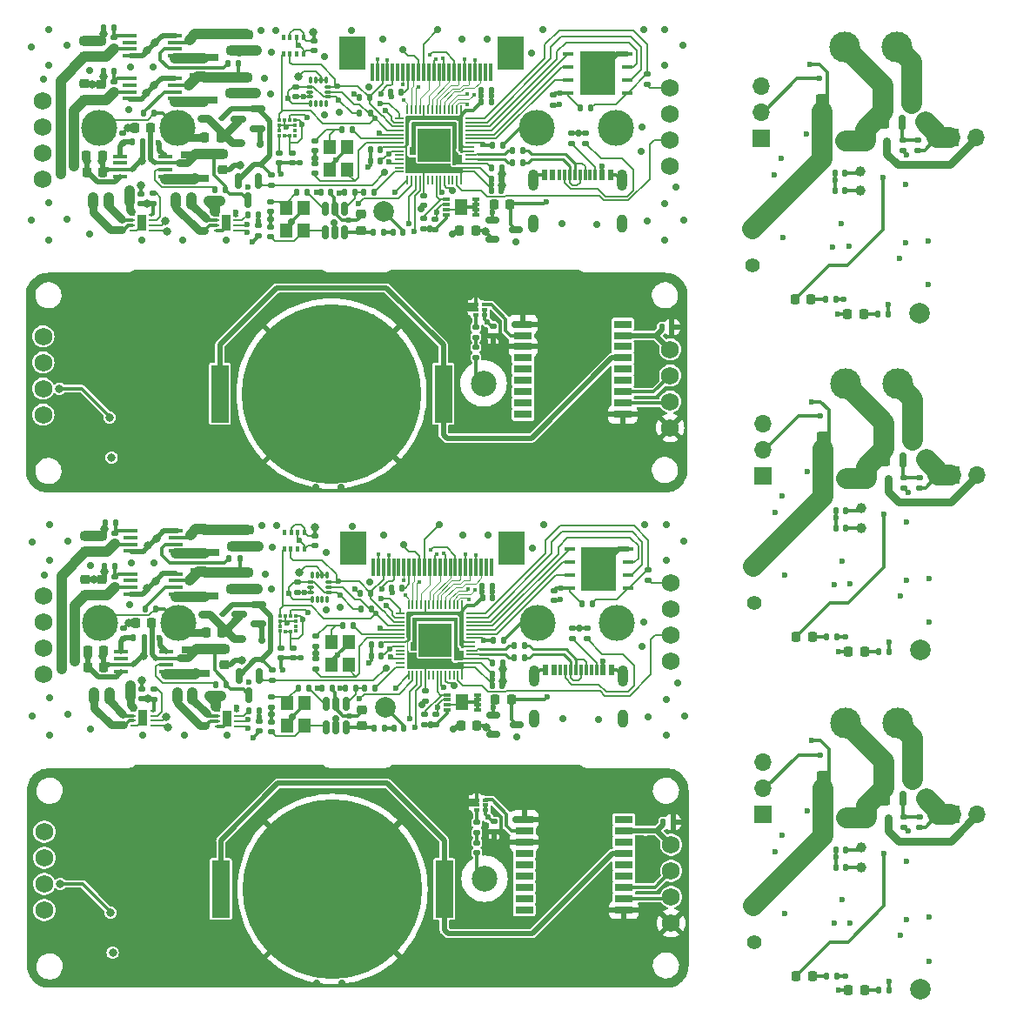
<source format=gbr>
%TF.GenerationSoftware,KiCad,Pcbnew,7.0.5*%
%TF.CreationDate,2024-04-05T19:04:47+09:00*%
%TF.ProjectId,ikafly_rev0a_p_cut,696b6166-6c79-45f7-9265-7630615f705f,rev?*%
%TF.SameCoordinates,Original*%
%TF.FileFunction,Copper,L1,Top*%
%TF.FilePolarity,Positive*%
%FSLAX46Y46*%
G04 Gerber Fmt 4.6, Leading zero omitted, Abs format (unit mm)*
G04 Created by KiCad (PCBNEW 7.0.5) date 2024-04-05 19:04:47*
%MOMM*%
%LPD*%
G01*
G04 APERTURE LIST*
G04 Aperture macros list*
%AMRoundRect*
0 Rectangle with rounded corners*
0 $1 Rounding radius*
0 $2 $3 $4 $5 $6 $7 $8 $9 X,Y pos of 4 corners*
0 Add a 4 corners polygon primitive as box body*
4,1,4,$2,$3,$4,$5,$6,$7,$8,$9,$2,$3,0*
0 Add four circle primitives for the rounded corners*
1,1,$1+$1,$2,$3*
1,1,$1+$1,$4,$5*
1,1,$1+$1,$6,$7*
1,1,$1+$1,$8,$9*
0 Add four rect primitives between the rounded corners*
20,1,$1+$1,$2,$3,$4,$5,0*
20,1,$1+$1,$4,$5,$6,$7,0*
20,1,$1+$1,$6,$7,$8,$9,0*
20,1,$1+$1,$8,$9,$2,$3,0*%
G04 Aperture macros list end*
%TA.AperFunction,SMDPad,CuDef*%
%ADD10RoundRect,0.225000X-0.250000X0.225000X-0.250000X-0.225000X0.250000X-0.225000X0.250000X0.225000X0*%
%TD*%
%TA.AperFunction,ComponentPad*%
%ADD11C,3.000000*%
%TD*%
%TA.AperFunction,SMDPad,CuDef*%
%ADD12RoundRect,0.225000X0.225000X0.250000X-0.225000X0.250000X-0.225000X-0.250000X0.225000X-0.250000X0*%
%TD*%
%TA.AperFunction,SMDPad,CuDef*%
%ADD13RoundRect,0.112500X0.187500X0.112500X-0.187500X0.112500X-0.187500X-0.112500X0.187500X-0.112500X0*%
%TD*%
%TA.AperFunction,SMDPad,CuDef*%
%ADD14RoundRect,0.150000X0.150000X-0.512500X0.150000X0.512500X-0.150000X0.512500X-0.150000X-0.512500X0*%
%TD*%
%TA.AperFunction,SMDPad,CuDef*%
%ADD15RoundRect,0.250000X0.362500X1.425000X-0.362500X1.425000X-0.362500X-1.425000X0.362500X-1.425000X0*%
%TD*%
%TA.AperFunction,SMDPad,CuDef*%
%ADD16RoundRect,0.140000X0.140000X0.170000X-0.140000X0.170000X-0.140000X-0.170000X0.140000X-0.170000X0*%
%TD*%
%TA.AperFunction,SMDPad,CuDef*%
%ADD17RoundRect,0.140000X-0.170000X0.140000X-0.170000X-0.140000X0.170000X-0.140000X0.170000X0.140000X0*%
%TD*%
%TA.AperFunction,SMDPad,CuDef*%
%ADD18R,0.750000X0.300000*%
%TD*%
%TA.AperFunction,SMDPad,CuDef*%
%ADD19R,1.300000X1.500000*%
%TD*%
%TA.AperFunction,SMDPad,CuDef*%
%ADD20RoundRect,0.112500X0.112500X-0.187500X0.112500X0.187500X-0.112500X0.187500X-0.112500X-0.187500X0*%
%TD*%
%TA.AperFunction,SMDPad,CuDef*%
%ADD21RoundRect,0.140000X0.170000X-0.140000X0.170000X0.140000X-0.170000X0.140000X-0.170000X-0.140000X0*%
%TD*%
%TA.AperFunction,SMDPad,CuDef*%
%ADD22RoundRect,0.135000X-0.135000X-0.185000X0.135000X-0.185000X0.135000X0.185000X-0.135000X0.185000X0*%
%TD*%
%TA.AperFunction,SMDPad,CuDef*%
%ADD23RoundRect,0.225000X0.250000X-0.225000X0.250000X0.225000X-0.250000X0.225000X-0.250000X-0.225000X0*%
%TD*%
%TA.AperFunction,SMDPad,CuDef*%
%ADD24R,0.375000X0.350000*%
%TD*%
%TA.AperFunction,SMDPad,CuDef*%
%ADD25R,0.350000X0.375000*%
%TD*%
%TA.AperFunction,SMDPad,CuDef*%
%ADD26RoundRect,0.140000X-0.140000X-0.170000X0.140000X-0.170000X0.140000X0.170000X-0.140000X0.170000X0*%
%TD*%
%TA.AperFunction,SMDPad,CuDef*%
%ADD27RoundRect,0.150000X-0.512500X-0.150000X0.512500X-0.150000X0.512500X0.150000X-0.512500X0.150000X0*%
%TD*%
%TA.AperFunction,SMDPad,CuDef*%
%ADD28R,1.050000X0.450000*%
%TD*%
%TA.AperFunction,SMDPad,CuDef*%
%ADD29R,3.450000X4.350000*%
%TD*%
%TA.AperFunction,SMDPad,CuDef*%
%ADD30RoundRect,0.150000X-0.150000X0.587500X-0.150000X-0.587500X0.150000X-0.587500X0.150000X0.587500X0*%
%TD*%
%TA.AperFunction,ComponentPad*%
%ADD31R,1.700000X1.700000*%
%TD*%
%TA.AperFunction,ComponentPad*%
%ADD32O,1.700000X1.700000*%
%TD*%
%TA.AperFunction,SMDPad,CuDef*%
%ADD33RoundRect,0.135000X0.185000X-0.135000X0.185000X0.135000X-0.185000X0.135000X-0.185000X-0.135000X0*%
%TD*%
%TA.AperFunction,SMDPad,CuDef*%
%ADD34RoundRect,0.135000X0.135000X0.185000X-0.135000X0.185000X-0.135000X-0.185000X0.135000X-0.185000X0*%
%TD*%
%TA.AperFunction,ComponentPad*%
%ADD35C,2.000000*%
%TD*%
%TA.AperFunction,SMDPad,CuDef*%
%ADD36R,0.600000X1.140000*%
%TD*%
%TA.AperFunction,SMDPad,CuDef*%
%ADD37R,0.300000X1.140000*%
%TD*%
%TA.AperFunction,ComponentPad*%
%ADD38O,1.000000X2.100000*%
%TD*%
%TA.AperFunction,ComponentPad*%
%ADD39O,1.000000X1.800000*%
%TD*%
%TA.AperFunction,ComponentPad*%
%ADD40C,1.400000*%
%TD*%
%TA.AperFunction,SMDPad,CuDef*%
%ADD41RoundRect,0.218750X-0.218750X-0.256250X0.218750X-0.256250X0.218750X0.256250X-0.218750X0.256250X0*%
%TD*%
%TA.AperFunction,ComponentPad*%
%ADD42C,1.750000*%
%TD*%
%TA.AperFunction,SMDPad,CuDef*%
%ADD43R,1.200000X1.400000*%
%TD*%
%TA.AperFunction,SMDPad,CuDef*%
%ADD44RoundRect,0.112500X-0.187500X-0.112500X0.187500X-0.112500X0.187500X0.112500X-0.187500X0.112500X0*%
%TD*%
%TA.AperFunction,ComponentPad*%
%ADD45C,1.000000*%
%TD*%
%TA.AperFunction,ComponentPad*%
%ADD46O,1.030000X1.730000*%
%TD*%
%TA.AperFunction,SMDPad,CuDef*%
%ADD47R,2.700000X0.800000*%
%TD*%
%TA.AperFunction,SMDPad,CuDef*%
%ADD48RoundRect,0.050000X-0.050000X0.387500X-0.050000X-0.387500X0.050000X-0.387500X0.050000X0.387500X0*%
%TD*%
%TA.AperFunction,SMDPad,CuDef*%
%ADD49RoundRect,0.050000X-0.387500X0.050000X-0.387500X-0.050000X0.387500X-0.050000X0.387500X0.050000X0*%
%TD*%
%TA.AperFunction,SMDPad,CuDef*%
%ADD50R,3.200000X3.200000*%
%TD*%
%TA.AperFunction,SMDPad,CuDef*%
%ADD51R,0.600000X0.300000*%
%TD*%
%TA.AperFunction,SMDPad,CuDef*%
%ADD52R,1.425000X0.450000*%
%TD*%
%TA.AperFunction,SMDPad,CuDef*%
%ADD53RoundRect,0.135000X-0.185000X0.135000X-0.185000X-0.135000X0.185000X-0.135000X0.185000X0.135000X0*%
%TD*%
%TA.AperFunction,SMDPad,CuDef*%
%ADD54R,2.500000X3.200000*%
%TD*%
%TA.AperFunction,SMDPad,CuDef*%
%ADD55R,0.350000X1.800000*%
%TD*%
%TA.AperFunction,SMDPad,CuDef*%
%ADD56R,0.500000X0.250000*%
%TD*%
%TA.AperFunction,SMDPad,CuDef*%
%ADD57R,0.900000X1.600000*%
%TD*%
%TA.AperFunction,SMDPad,CuDef*%
%ADD58RoundRect,0.112500X-0.112500X0.187500X-0.112500X-0.187500X0.112500X-0.187500X0.112500X0.187500X0*%
%TD*%
%TA.AperFunction,SMDPad,CuDef*%
%ADD59R,1.800000X0.800000*%
%TD*%
%TA.AperFunction,SMDPad,CuDef*%
%ADD60RoundRect,0.150000X0.150000X-0.587500X0.150000X0.587500X-0.150000X0.587500X-0.150000X-0.587500X0*%
%TD*%
%TA.AperFunction,SMDPad,CuDef*%
%ADD61RoundRect,0.150000X0.587500X0.150000X-0.587500X0.150000X-0.587500X-0.150000X0.587500X-0.150000X0*%
%TD*%
%TA.AperFunction,SMDPad,CuDef*%
%ADD62RoundRect,0.087500X-0.087500X0.225000X-0.087500X-0.225000X0.087500X-0.225000X0.087500X0.225000X0*%
%TD*%
%TA.AperFunction,SMDPad,CuDef*%
%ADD63RoundRect,0.087500X-0.225000X0.087500X-0.225000X-0.087500X0.225000X-0.087500X0.225000X0.087500X0*%
%TD*%
%TA.AperFunction,SMDPad,CuDef*%
%ADD64RoundRect,0.147500X0.147500X0.172500X-0.147500X0.172500X-0.147500X-0.172500X0.147500X-0.172500X0*%
%TD*%
%TA.AperFunction,SMDPad,CuDef*%
%ADD65RoundRect,0.147500X0.172500X-0.147500X0.172500X0.147500X-0.172500X0.147500X-0.172500X-0.147500X0*%
%TD*%
%TA.AperFunction,SMDPad,CuDef*%
%ADD66RoundRect,0.218750X-0.256250X0.218750X-0.256250X-0.218750X0.256250X-0.218750X0.256250X0.218750X0*%
%TD*%
%TA.AperFunction,SMDPad,CuDef*%
%ADD67R,1.750000X5.600000*%
%TD*%
%TA.AperFunction,SMDPad,CuDef*%
%ADD68C,17.500000*%
%TD*%
%TA.AperFunction,SMDPad,CuDef*%
%ADD69R,0.350000X0.500000*%
%TD*%
%TA.AperFunction,ComponentPad*%
%ADD70C,3.500000*%
%TD*%
%TA.AperFunction,ComponentPad*%
%ADD71C,2.500000*%
%TD*%
%TA.AperFunction,ViaPad*%
%ADD72C,0.700000*%
%TD*%
%TA.AperFunction,ViaPad*%
%ADD73C,0.800000*%
%TD*%
%TA.AperFunction,ViaPad*%
%ADD74C,0.600000*%
%TD*%
%TA.AperFunction,ViaPad*%
%ADD75C,0.450000*%
%TD*%
%TA.AperFunction,Conductor*%
%ADD76C,0.350000*%
%TD*%
%TA.AperFunction,Conductor*%
%ADD77C,0.200000*%
%TD*%
%TA.AperFunction,Conductor*%
%ADD78C,0.300000*%
%TD*%
%TA.AperFunction,Conductor*%
%ADD79C,1.000000*%
%TD*%
%TA.AperFunction,Conductor*%
%ADD80C,0.500000*%
%TD*%
%TA.AperFunction,Conductor*%
%ADD81C,0.160000*%
%TD*%
%TA.AperFunction,Conductor*%
%ADD82C,2.000000*%
%TD*%
%TA.AperFunction,Conductor*%
%ADD83C,0.286000*%
%TD*%
%TA.AperFunction,Conductor*%
%ADD84C,0.120000*%
%TD*%
%TA.AperFunction,Conductor*%
%ADD85C,0.800000*%
%TD*%
G04 APERTURE END LIST*
D10*
%TO.P,C41,1*%
%TO.N,/Ikafly_Power/Ikafly_Power_DCDC_Logic/VBAT*%
X150800000Y-56525000D03*
%TO.P,C41,2*%
%TO.N,GND*%
X150800000Y-58075000D03*
%TD*%
D11*
%TO.P,J8,1,Pin_1*%
%TO.N,Net-(J8-Pin_1)*%
X216480000Y-78940000D03*
%TO.P,J8,2,Pin_2*%
%TO.N,Net-(D3-K)*%
X211400000Y-78940000D03*
%TD*%
D12*
%TO.P,C42,1*%
%TO.N,/3V3*%
X139150000Y-104900000D03*
%TO.P,C42,2*%
%TO.N,GND*%
X137600000Y-104900000D03*
%TD*%
%TO.P,C39,1*%
%TO.N,Net-(D9-A)*%
X175475000Y-112200000D03*
%TO.P,C39,2*%
%TO.N,GND*%
X173925000Y-112200000D03*
%TD*%
D13*
%TO.P,D4,1,K*%
%TO.N,Net-(D3-K)*%
X211490000Y-121140000D03*
%TO.P,D4,2,A*%
%TO.N,/Ikafly_Separation_Board/VCAP*%
X209390000Y-121140000D03*
%TD*%
D12*
%TO.P,C39,1*%
%TO.N,Net-(D9-A)*%
X175375000Y-64000000D03*
%TO.P,C39,2*%
%TO.N,GND*%
X173825000Y-64000000D03*
%TD*%
D14*
%TO.P,IC11,1,XOUT*%
%TO.N,Net-(IC11-XOUT)*%
X160750000Y-64137500D03*
%TO.P,IC11,2,VSS*%
%TO.N,GND*%
X161700000Y-64137500D03*
%TO.P,IC11,3,PAOUT*%
%TO.N,Net-(IC11-PAOUT)*%
X162650000Y-64137500D03*
%TO.P,IC11,4,DIN*%
%TO.N,Net-(IC11-DIN)*%
X162650000Y-61862500D03*
%TO.P,IC11,5,VDD*%
%TO.N,/3V3*%
X161700000Y-61862500D03*
%TO.P,IC11,6,XIN*%
%TO.N,Net-(IC11-XIN)*%
X160750000Y-61862500D03*
%TD*%
D15*
%TO.P,R20,1*%
%TO.N,Net-(D3-K)*%
X215140000Y-85240000D03*
%TO.P,R20,2*%
%TO.N,/Ikafly_Separation_Board/VCAP*%
X209215000Y-85240000D03*
%TD*%
D16*
%TO.P,C35,1*%
%TO.N,Net-(IC13-RefOsc)*%
X211420000Y-92940000D03*
%TO.P,C35,2*%
%TO.N,GND*%
X210460000Y-92940000D03*
%TD*%
D17*
%TO.P,C2,1*%
%TO.N,GND*%
X159850000Y-105670000D03*
%TO.P,C2,2*%
%TO.N,Net-(IC2-XOUT)*%
X159850000Y-106630000D03*
%TD*%
D18*
%TO.P,IC3,1,A0*%
%TO.N,GND*%
X175525000Y-110675000D03*
%TO.P,IC3,2,A1*%
X175525000Y-110175000D03*
%TO.P,IC3,3,A2*%
X175525000Y-109675000D03*
%TO.P,IC3,4,GND*%
X175525000Y-109175000D03*
%TO.P,IC3,5,SDA*%
%TO.N,/Ikafly_MCU/I2C0.SDA*%
X172625000Y-109175000D03*
%TO.P,IC3,6,SCL*%
%TO.N,/Ikafly_MCU/I2C0.SCL*%
X172625000Y-109675000D03*
%TO.P,IC3,7,WP*%
%TO.N,GND*%
X172625000Y-110175000D03*
%TO.P,IC3,8,VCC*%
%TO.N,/3V3*%
X172625000Y-110675000D03*
D19*
%TO.P,IC3,9,EP*%
%TO.N,GND*%
X174075000Y-109925000D03*
%TD*%
D20*
%TO.P,D9,1,K*%
%TO.N,Net-(D8-K)*%
X154460000Y-57577500D03*
%TO.P,D9,2,A*%
%TO.N,Net-(D9-A)*%
X154460000Y-55477500D03*
%TD*%
D16*
%TO.P,C26,1*%
%TO.N,/3V3*%
X161290000Y-60300000D03*
%TO.P,C26,2*%
%TO.N,GND*%
X160330000Y-60300000D03*
%TD*%
D17*
%TO.P,C11,1*%
%TO.N,/3V3*%
X183000000Y-99020000D03*
%TO.P,C11,2*%
%TO.N,GND*%
X183000000Y-99980000D03*
%TD*%
D21*
%TO.P,C1,1*%
%TO.N,GND*%
X159750000Y-56230000D03*
%TO.P,C1,2*%
%TO.N,Net-(C1-Pad2)*%
X159750000Y-55270000D03*
%TD*%
D22*
%TO.P,R17,1*%
%TO.N,Net-(C27-Pad1)*%
X158090000Y-108500000D03*
%TO.P,R17,2*%
%TO.N,Net-(IC11-XIN)*%
X159110000Y-108500000D03*
%TD*%
D23*
%TO.P,C47,1*%
%TO.N,/VM2*%
X137300000Y-51275000D03*
%TO.P,C47,2*%
%TO.N,GND*%
X137300000Y-49725000D03*
%TD*%
D17*
%TO.P,C11,1*%
%TO.N,/3V3*%
X182900000Y-50820000D03*
%TO.P,C11,2*%
%TO.N,GND*%
X182900000Y-51780000D03*
%TD*%
D24*
%TO.P,IC9,1,SCL*%
%TO.N,/Ikafly_Camera/SCL*%
X156337500Y-101480000D03*
%TO.P,IC9,2,Reserved*%
%TO.N,GND*%
X156337500Y-101980000D03*
%TO.P,IC9,3,GND*%
X156337500Y-102480000D03*
%TO.P,IC9,4,C1*%
%TO.N,Net-(IC9-C1)*%
X156337500Y-102980000D03*
D25*
%TO.P,IC9,5,Vdd*%
%TO.N,/3V3*%
X156850000Y-102992500D03*
%TO.P,IC9,6,Vdd_IO*%
X157350000Y-102992500D03*
D24*
%TO.P,IC9,7,INT*%
%TO.N,unconnected-(IC9-INT-Pad7)*%
X157862500Y-102980000D03*
%TO.P,IC9,8,DRDY*%
%TO.N,unconnected-(IC9-DRDY-Pad8)*%
X157862500Y-102480000D03*
%TO.P,IC9,9,SDO_SA1*%
%TO.N,GND*%
X157862500Y-101980000D03*
%TO.P,IC9,10,CS*%
%TO.N,/3V3*%
X157862500Y-101480000D03*
D25*
%TO.P,IC9,11,SDA_SDI_SDO*%
%TO.N,/Ikafly_Camera/SDA*%
X157350000Y-101467500D03*
%TO.P,IC9,12,Reserved*%
%TO.N,GND*%
X156850000Y-101467500D03*
%TD*%
D26*
%TO.P,C3,1*%
%TO.N,/Ikafly_MCU/1V1*%
X177020000Y-55700000D03*
%TO.P,C3,2*%
%TO.N,GND*%
X177980000Y-55700000D03*
%TD*%
D27*
%TO.P,IC15,1,GND*%
%TO.N,GND*%
X177125000Y-111150000D03*
%TO.P,IC15,2,VO*%
%TO.N,Net-(D9-A)*%
X177125000Y-113050000D03*
%TO.P,IC15,3,VI*%
%TO.N,/Ikafly_Power/VBUS_IN*%
X179400000Y-112100000D03*
%TD*%
D13*
%TO.P,D8,1,K*%
%TO.N,Net-(D8-K)*%
X150800000Y-101300000D03*
%TO.P,D8,2,A*%
%TO.N,Net-(D7-K)*%
X148700000Y-101300000D03*
%TD*%
D28*
%TO.P,IC1,1,~{CS}*%
%TO.N,/Ikafly_MCU/QSPI_SS*%
X190100000Y-50600000D03*
%TO.P,IC1,2,DO_(IO1)*%
%TO.N,/Ikafly_MCU/QSPI_SD1*%
X190100000Y-49330000D03*
%TO.P,IC1,3,~{WP_(IO2)}*%
%TO.N,/Ikafly_MCU/QSPI_SD2*%
X190100000Y-48060000D03*
%TO.P,IC1,4,GND*%
%TO.N,GND*%
X190100000Y-46790000D03*
%TO.P,IC1,5,DI_(IO0)*%
%TO.N,/Ikafly_MCU/QSPI_SD0*%
X184400000Y-46790000D03*
%TO.P,IC1,6,CLK*%
%TO.N,/Ikafly_MCU/QSPI_SCLK*%
X184400000Y-48060000D03*
%TO.P,IC1,7,~{RESET_(IO3)}*%
%TO.N,/Ikafly_MCU/QSPI_SD3*%
X184400000Y-49330000D03*
%TO.P,IC1,8,VCC*%
%TO.N,/3V3*%
X184400000Y-50600000D03*
D29*
%TO.P,IC1,9,EP*%
%TO.N,GND*%
X187250000Y-48695000D03*
%TD*%
D30*
%TO.P,Q3,1,G*%
%TO.N,/POWER*%
X154290000Y-107332500D03*
%TO.P,Q3,2,S*%
%TO.N,Net-(D8-K)*%
X152390000Y-107332500D03*
%TO.P,Q3,3,D*%
%TO.N,/Ikafly_Power/Ikafly_Power_DCDC_Logic/VBAT*%
X153340000Y-109207500D03*
%TD*%
D17*
%TO.P,C23,1*%
%TO.N,/3V3*%
X159659057Y-45515000D03*
%TO.P,C23,2*%
%TO.N,GND*%
X159659057Y-46475000D03*
%TD*%
D31*
%TO.P,J9,1,Pin_1*%
%TO.N,/Ikafly_Separation_Board/3V3*%
X203200000Y-55000000D03*
D32*
%TO.P,J9,2,Pin_2*%
%TO.N,/Ikafly_Separation_Board/SWIO*%
X203200000Y-52460000D03*
%TO.P,J9,3,Pin_3*%
%TO.N,GND*%
X203200000Y-49920000D03*
%TD*%
D21*
%TO.P,C52,1*%
%TO.N,/3V3*%
X142900000Y-109580000D03*
%TO.P,C52,2*%
%TO.N,GND*%
X142900000Y-108620000D03*
%TD*%
D33*
%TO.P,R12,1*%
%TO.N,Net-(J4-A5_CC1)*%
X186200000Y-103710000D03*
%TO.P,R12,2*%
%TO.N,GND*%
X186200000Y-102690000D03*
%TD*%
D34*
%TO.P,R24,1*%
%TO.N,/Ikafly_Separation_Board/3V3*%
X210550000Y-136540000D03*
%TO.P,R24,2*%
%TO.N,Net-(D6-A)*%
X209530000Y-136540000D03*
%TD*%
D35*
%TO.P,AE3,1,A*%
%TO.N,Net-(AE3-A)*%
X218640000Y-104840000D03*
%TD*%
D14*
%TO.P,IC11,1,XOUT*%
%TO.N,Net-(IC11-XOUT)*%
X160850000Y-112337500D03*
%TO.P,IC11,2,VSS*%
%TO.N,GND*%
X161800000Y-112337500D03*
%TO.P,IC11,3,PAOUT*%
%TO.N,Net-(IC11-PAOUT)*%
X162750000Y-112337500D03*
%TO.P,IC11,4,DIN*%
%TO.N,Net-(IC11-DIN)*%
X162750000Y-110062500D03*
%TO.P,IC11,5,VDD*%
%TO.N,/3V3*%
X161800000Y-110062500D03*
%TO.P,IC11,6,XIN*%
%TO.N,Net-(IC11-XIN)*%
X160850000Y-110062500D03*
%TD*%
D36*
%TO.P,J4,1,A1-B12_GND*%
%TO.N,GND*%
X182180000Y-106750000D03*
%TO.P,J4,2,A4-B9_VBUS*%
%TO.N,/Ikafly_Power/VBUS_IN*%
X182980000Y-106750000D03*
D37*
%TO.P,J4,3,B8_SBU2*%
%TO.N,unconnected-(J4-B8_SBU2-Pad3)*%
X183630000Y-106750000D03*
%TO.P,J4,4,A5_CC1*%
%TO.N,Net-(J4-A5_CC1)*%
X184130000Y-106750000D03*
%TO.P,J4,5,B7_DN2*%
%TO.N,/Ikafly_MCU/USB.D_N*%
X184630000Y-106750000D03*
%TO.P,J4,6,A6_DP1*%
%TO.N,/Ikafly_MCU/USB.D_P*%
X185130000Y-106750000D03*
%TO.P,J4,7,A7_DN1*%
%TO.N,/Ikafly_MCU/USB.D_N*%
X185630000Y-106750000D03*
%TO.P,J4,8,B6_DP2*%
%TO.N,/Ikafly_MCU/USB.D_P*%
X186130000Y-106750000D03*
%TO.P,J4,9,A8_SBU1*%
%TO.N,unconnected-(J4-A8_SBU1-Pad9)*%
X186630000Y-106750000D03*
%TO.P,J4,10,B5_CC2*%
%TO.N,Net-(J4-B5_CC2)*%
X187130000Y-106750000D03*
D36*
%TO.P,J4,11,A9-B4_VBUS*%
%TO.N,/Ikafly_Power/VBUS_IN*%
X187780000Y-106750000D03*
%TO.P,J4,12,A12-B1_GND*%
%TO.N,GND*%
X188580000Y-106750000D03*
D38*
%TO.P,J4,S,SHIELD*%
X181060000Y-107320000D03*
D39*
X181060000Y-111500000D03*
D38*
X189700000Y-107320000D03*
D39*
X189700000Y-111500000D03*
%TD*%
D40*
%TO.P,C29,1*%
%TO.N,/Ikafly_Separation_Board/VCAP*%
X202350000Y-63900000D03*
%TO.P,C29,2*%
%TO.N,GND*%
X202350000Y-67400000D03*
%TD*%
D41*
%TO.P,D6,1,K*%
%TO.N,/Ikafly_Separation_Board/DATA*%
X206552500Y-103540000D03*
%TO.P,D6,2,A*%
%TO.N,Net-(D6-A)*%
X208127500Y-103540000D03*
%TD*%
D34*
%TO.P,R18,1*%
%TO.N,Net-(IC11-DIN)*%
X163610000Y-60300000D03*
%TO.P,R18,2*%
%TO.N,GND*%
X162590000Y-60300000D03*
%TD*%
D42*
%TO.P,J3,1,Pin_1*%
%TO.N,/3V3*%
X133250000Y-51350000D03*
%TO.P,J3,2,Pin_2*%
%TO.N,/Ikafly_GNSS/MOSI*%
X133250000Y-53890000D03*
%TO.P,J3,3,Pin_3*%
%TO.N,/Ikafly_GNSS/MISO*%
X133250000Y-56430000D03*
%TO.P,J3,4,Pin_4*%
%TO.N,GND*%
X133250000Y-58970000D03*
%TO.P,J3,5,Pin_5*%
%TO.N,/Ikafly_GNSS/BOOT*%
X194250000Y-50080000D03*
%TO.P,J3,6,Pin_6*%
%TO.N,/Ikafly_GNSS/RUN*%
X194250000Y-52620000D03*
%TO.P,J3,7,Pin_7*%
%TO.N,/Ikafly_GNSS/LED*%
X194250000Y-55160000D03*
%TO.P,J3,8,Pin_8*%
%TO.N,/POWER*%
X194250000Y-57700000D03*
%TD*%
D16*
%TO.P,C37,1*%
%TO.N,Net-(C37-Pad1)*%
X211320000Y-58400000D03*
%TO.P,C37,2*%
%TO.N,GND*%
X210360000Y-58400000D03*
%TD*%
D13*
%TO.P,D4,1,K*%
%TO.N,Net-(D3-K)*%
X211490000Y-88140000D03*
%TO.P,D4,2,A*%
%TO.N,/Ikafly_Separation_Board/VCAP*%
X209390000Y-88140000D03*
%TD*%
D10*
%TO.P,C45,1*%
%TO.N,/VBAT*%
X151500000Y-49100000D03*
%TO.P,C45,2*%
%TO.N,GND*%
X151500000Y-50650000D03*
%TD*%
D43*
%TO.P,Y1,1,1*%
%TO.N,Net-(C1-Pad2)*%
X161300000Y-104050000D03*
%TO.P,Y1,2,2*%
%TO.N,GND*%
X161300000Y-106250000D03*
%TO.P,Y1,3,3*%
%TO.N,Net-(IC2-XOUT)*%
X163000000Y-106250000D03*
%TO.P,Y1,4,4*%
%TO.N,GND*%
X163000000Y-104050000D03*
%TD*%
D23*
%TO.P,C46,1*%
%TO.N,/VM2*%
X138900000Y-51300000D03*
%TO.P,C46,2*%
%TO.N,GND*%
X138900000Y-49750000D03*
%TD*%
D28*
%TO.P,IC1,1,~{CS}*%
%TO.N,/Ikafly_MCU/QSPI_SS*%
X190200000Y-98800000D03*
%TO.P,IC1,2,DO_(IO1)*%
%TO.N,/Ikafly_MCU/QSPI_SD1*%
X190200000Y-97530000D03*
%TO.P,IC1,3,~{WP_(IO2)}*%
%TO.N,/Ikafly_MCU/QSPI_SD2*%
X190200000Y-96260000D03*
%TO.P,IC1,4,GND*%
%TO.N,GND*%
X190200000Y-94990000D03*
%TO.P,IC1,5,DI_(IO0)*%
%TO.N,/Ikafly_MCU/QSPI_SD0*%
X184500000Y-94990000D03*
%TO.P,IC1,6,CLK*%
%TO.N,/Ikafly_MCU/QSPI_SCLK*%
X184500000Y-96260000D03*
%TO.P,IC1,7,~{RESET_(IO3)}*%
%TO.N,/Ikafly_MCU/QSPI_SD3*%
X184500000Y-97530000D03*
%TO.P,IC1,8,VCC*%
%TO.N,/3V3*%
X184500000Y-98800000D03*
D29*
%TO.P,IC1,9,EP*%
%TO.N,GND*%
X187350000Y-96895000D03*
%TD*%
D10*
%TO.P,C44,1*%
%TO.N,/VBAT*%
X153100000Y-49075000D03*
%TO.P,C44,2*%
%TO.N,GND*%
X153100000Y-50625000D03*
%TD*%
D43*
%TO.P,Y2,1,1*%
%TO.N,Net-(IC11-XOUT)*%
X158700000Y-112200000D03*
%TO.P,Y2,2,2*%
%TO.N,GND*%
X158700000Y-110000000D03*
%TO.P,Y2,3,3*%
%TO.N,Net-(C27-Pad1)*%
X157000000Y-110000000D03*
%TO.P,Y2,4,4*%
%TO.N,GND*%
X157000000Y-112200000D03*
%TD*%
D33*
%TO.P,R13,1*%
%TO.N,Net-(J4-B5_CC2)*%
X184700000Y-55510000D03*
%TO.P,R13,2*%
%TO.N,GND*%
X184700000Y-54490000D03*
%TD*%
D44*
%TO.P,D3,1,K*%
%TO.N,Net-(D3-K)*%
X213290000Y-55300000D03*
%TO.P,D3,2,A*%
%TO.N,/Ikafly_Separation_Board/4V2*%
X215390000Y-55300000D03*
%TD*%
D17*
%TO.P,C14,1*%
%TO.N,/3V3*%
X177100000Y-73320000D03*
%TO.P,C14,2*%
%TO.N,GND*%
X177100000Y-74280000D03*
%TD*%
D45*
%TO.P,Y3,1,1*%
%TO.N,Net-(IC13-RefOsc)*%
X212940000Y-125940000D03*
%TO.P,Y3,2,2*%
%TO.N,Net-(C37-Pad1)*%
X212940000Y-124040000D03*
%TD*%
D16*
%TO.P,C8,1*%
%TO.N,/3V3*%
X166200000Y-104300000D03*
%TO.P,C8,2*%
%TO.N,GND*%
X165240000Y-104300000D03*
%TD*%
D34*
%TO.P,R29,1*%
%TO.N,/3V3*%
X143100000Y-103600000D03*
%TO.P,R29,2*%
%TO.N,Net-(PS1-FB)*%
X142080000Y-103600000D03*
%TD*%
D21*
%TO.P,C20,1*%
%TO.N,GND*%
X158000000Y-99180000D03*
%TO.P,C20,2*%
%TO.N,/3V3*%
X158000000Y-98220000D03*
%TD*%
D22*
%TO.P,R16,1*%
%TO.N,GND*%
X167070000Y-50560000D03*
%TO.P,R16,2*%
%TO.N,Net-(J6-PWDN)*%
X168090000Y-50560000D03*
%TD*%
D35*
%TO.P,AE3,1,A*%
%TO.N,Net-(AE3-A)*%
X218540000Y-72000000D03*
%TD*%
D33*
%TO.P,R13,1*%
%TO.N,Net-(J4-B5_CC2)*%
X184800000Y-103710000D03*
%TO.P,R13,2*%
%TO.N,GND*%
X184800000Y-102690000D03*
%TD*%
D46*
%TO.P,J2,1,Pin_1*%
%TO.N,/Ikafly_Motor2/OUT1*%
X147717500Y-61100000D03*
%TO.P,J2,2,Pin_2*%
%TO.N,/Ikafly_Motor2/OUT2*%
X146217500Y-61100000D03*
%TD*%
D17*
%TO.P,C27,1*%
%TO.N,Net-(C27-Pad1)*%
X155500000Y-109400000D03*
%TO.P,C27,2*%
%TO.N,GND*%
X155500000Y-110360000D03*
%TD*%
D47*
%TO.P,L7,1,1*%
%TO.N,/VBAT*%
X149000000Y-97225000D03*
%TO.P,L7,2,2*%
%TO.N,Net-(PS2-LX)*%
X149000000Y-99525000D03*
%TD*%
D48*
%TO.P,IC2,1,IOVDD*%
%TO.N,/3V3*%
X173950000Y-52225000D03*
%TO.P,IC2,2,GPIO0*%
%TO.N,/Ikafly_Camera/EXCLK*%
X173550000Y-52225000D03*
%TO.P,IC2,3,GPIO1*%
%TO.N,/Ikafly_Camera/D2*%
X173150000Y-52225000D03*
%TO.P,IC2,4,GPIO2*%
%TO.N,/Ikafly_Camera/D3*%
X172750000Y-52225000D03*
%TO.P,IC2,5,GPIO3*%
%TO.N,/Ikafly_Camera/D4*%
X172350000Y-52225000D03*
%TO.P,IC2,6,GPIO4*%
%TO.N,/Ikafly_Camera/D5*%
X171950000Y-52225000D03*
%TO.P,IC2,7,GPIO5*%
%TO.N,/Ikafly_Camera/D6*%
X171550000Y-52225000D03*
%TO.P,IC2,8,GPIO6*%
%TO.N,/Ikafly_Camera/D7*%
X171150000Y-52225000D03*
%TO.P,IC2,9,GPIO7*%
%TO.N,/Ikafly_Camera/D8*%
X170750000Y-52225000D03*
%TO.P,IC2,10,IOVDD*%
%TO.N,/3V3*%
X170350000Y-52225000D03*
%TO.P,IC2,11,GPIO8*%
%TO.N,/Ikafly_Camera/D9*%
X169950000Y-52225000D03*
%TO.P,IC2,12,GPIO9*%
%TO.N,/Ikafly_Camera/VSYNC*%
X169550000Y-52225000D03*
%TO.P,IC2,13,GPIO10*%
%TO.N,/Ikafly_Camera/HREF*%
X169150000Y-52225000D03*
%TO.P,IC2,14,GPIO11*%
%TO.N,/Ikafly_Camera/PCLK*%
X168750000Y-52225000D03*
D49*
%TO.P,IC2,15,GPIO12*%
%TO.N,/Ikafly_GNSS/MOSI*%
X167912500Y-53062500D03*
%TO.P,IC2,16,GPIO13*%
%TO.N,/Ikafly_GNSS/MISO*%
X167912500Y-53462500D03*
%TO.P,IC2,17,GPIO14*%
%TO.N,/Ikafly_Camera/SDA*%
X167912500Y-53862500D03*
%TO.P,IC2,18,GPIO15*%
%TO.N,/Ikafly_Camera/SCL*%
X167912500Y-54262500D03*
%TO.P,IC2,19,TESTEN*%
%TO.N,GND*%
X167912500Y-54662500D03*
%TO.P,IC2,20,XIN*%
%TO.N,Net-(IC2-XIN)*%
X167912500Y-55062500D03*
%TO.P,IC2,21,XOUT*%
%TO.N,Net-(IC2-XOUT)*%
X167912500Y-55462500D03*
%TO.P,IC2,22,IOVDD*%
%TO.N,/3V3*%
X167912500Y-55862500D03*
%TO.P,IC2,23,DVDD*%
%TO.N,/Ikafly_MCU/1V1*%
X167912500Y-56262500D03*
%TO.P,IC2,24,SWCLK*%
%TO.N,unconnected-(IC2-SWCLK-Pad24)*%
X167912500Y-56662500D03*
%TO.P,IC2,25,SWD*%
%TO.N,unconnected-(IC2-SWD-Pad25)*%
X167912500Y-57062500D03*
%TO.P,IC2,26,RUN*%
%TO.N,/Ikafly_GNSS/RUN*%
X167912500Y-57462500D03*
%TO.P,IC2,27,GPIO16*%
%TO.N,unconnected-(IC2-GPIO16-Pad27)*%
X167912500Y-57862500D03*
%TO.P,IC2,28,GPIO17*%
%TO.N,/Ikafly_MCU/RF_TX*%
X167912500Y-58262500D03*
D48*
%TO.P,IC2,29,GPIO18*%
%TO.N,/Ikafly_MCU/M1.PWMA*%
X168750000Y-59100000D03*
%TO.P,IC2,30,GPIO19*%
%TO.N,/Ikafly_MCU/M1.PWMB*%
X169150000Y-59100000D03*
%TO.P,IC2,31,GPIO20*%
%TO.N,/Ikafly_MCU/M2.PWMA*%
X169550000Y-59100000D03*
%TO.P,IC2,32,GPIO21*%
%TO.N,/Ikafly_MCU/M2.PWMB*%
X169950000Y-59100000D03*
%TO.P,IC2,33,IOVDD*%
%TO.N,/3V3*%
X170350000Y-59100000D03*
%TO.P,IC2,34,GPIO22*%
%TO.N,unconnected-(IC2-GPIO22-Pad34)*%
X170750000Y-59100000D03*
%TO.P,IC2,35,GPIO23*%
%TO.N,unconnected-(IC2-GPIO23-Pad35)*%
X171150000Y-59100000D03*
%TO.P,IC2,36,GPIO24*%
%TO.N,/Ikafly_MCU/I2C0.SDA*%
X171550000Y-59100000D03*
%TO.P,IC2,37,GPIO25*%
%TO.N,/Ikafly_MCU/I2C0.SCL*%
X171950000Y-59100000D03*
%TO.P,IC2,38,GPIO26_ADC0*%
%TO.N,Net-(IC2-GPIO26_ADC0)*%
X172350000Y-59100000D03*
%TO.P,IC2,39,GPIO27_ADC1*%
%TO.N,unconnected-(IC2-GPIO27_ADC1-Pad39)*%
X172750000Y-59100000D03*
%TO.P,IC2,40,GPIO28_ADC2*%
%TO.N,unconnected-(IC2-GPIO28_ADC2-Pad40)*%
X173150000Y-59100000D03*
%TO.P,IC2,41,GPIO29_ADC3*%
%TO.N,/Ikafly_GNSS/LED*%
X173550000Y-59100000D03*
%TO.P,IC2,42,IOVDD*%
%TO.N,/3V3*%
X173950000Y-59100000D03*
D49*
%TO.P,IC2,43,ADC_AVDD*%
X174787500Y-58262500D03*
%TO.P,IC2,44,VREG_IN*%
X174787500Y-57862500D03*
%TO.P,IC2,45,VREG_VOUT*%
%TO.N,/Ikafly_MCU/1V1*%
X174787500Y-57462500D03*
%TO.P,IC2,46,USB_DM*%
%TO.N,/Ikafly_MCU/USB_BD_N*%
X174787500Y-57062500D03*
%TO.P,IC2,47,USB_DP*%
%TO.N,/Ikafly_MCU/USB_BD_P*%
X174787500Y-56662500D03*
%TO.P,IC2,48,USB_VDD*%
%TO.N,/3V3*%
X174787500Y-56262500D03*
%TO.P,IC2,49,IOVDD*%
X174787500Y-55862500D03*
%TO.P,IC2,50,DVDD*%
%TO.N,/Ikafly_MCU/1V1*%
X174787500Y-55462500D03*
%TO.P,IC2,51,QSPI_SD3*%
%TO.N,/Ikafly_MCU/QSPI_SD3*%
X174787500Y-55062500D03*
%TO.P,IC2,52,QSPI_SCLK*%
%TO.N,/Ikafly_MCU/QSPI_SCLK*%
X174787500Y-54662500D03*
%TO.P,IC2,53,QSPI_SD0*%
%TO.N,/Ikafly_MCU/QSPI_SD0*%
X174787500Y-54262500D03*
%TO.P,IC2,54,QSPI_SD2*%
%TO.N,/Ikafly_MCU/QSPI_SD2*%
X174787500Y-53862500D03*
%TO.P,IC2,55,QSPI_SD1*%
%TO.N,/Ikafly_MCU/QSPI_SD1*%
X174787500Y-53462500D03*
%TO.P,IC2,56,QSPI_SS*%
%TO.N,/Ikafly_MCU/QSPI_SS*%
X174787500Y-53062500D03*
D50*
%TO.P,IC2,57,GND*%
%TO.N,GND*%
X171350000Y-55662500D03*
%TD*%
D10*
%TO.P,C41,1*%
%TO.N,/Ikafly_Power/Ikafly_Power_DCDC_Logic/VBAT*%
X150900000Y-104725000D03*
%TO.P,C41,2*%
%TO.N,GND*%
X150900000Y-106275000D03*
%TD*%
D23*
%TO.P,C50,1*%
%TO.N,/VM1*%
X137400000Y-95275000D03*
%TO.P,C50,2*%
%TO.N,GND*%
X137400000Y-93725000D03*
%TD*%
D26*
%TO.P,C10,1*%
%TO.N,/3V3*%
X177020000Y-107200000D03*
%TO.P,C10,2*%
%TO.N,GND*%
X177980000Y-107200000D03*
%TD*%
D16*
%TO.P,C5,1*%
%TO.N,/Ikafly_MCU/1V1*%
X166080000Y-57200000D03*
%TO.P,C5,2*%
%TO.N,GND*%
X165120000Y-57200000D03*
%TD*%
D11*
%TO.P,J8,1,Pin_1*%
%TO.N,Net-(J8-Pin_1)*%
X216380000Y-46100000D03*
%TO.P,J8,2,Pin_2*%
%TO.N,Net-(D3-K)*%
X211300000Y-46100000D03*
%TD*%
D21*
%TO.P,C25,1*%
%TO.N,Net-(IC11-XOUT)*%
X155400000Y-64580000D03*
%TO.P,C25,2*%
%TO.N,GND*%
X155400000Y-63620000D03*
%TD*%
D51*
%TO.P,IC18,1,GND*%
%TO.N,GND*%
X175400000Y-71212500D03*
%TO.P,IC18,2,GND*%
X175400000Y-71702500D03*
%TO.P,IC18,3,RFIN*%
%TO.N,Net-(IC18-RFIN)*%
X175400000Y-72222500D03*
%TO.P,IC18,4,VDD*%
%TO.N,/3V3*%
X176240000Y-72212500D03*
%TO.P,IC18,5,~{STDN}*%
X176240000Y-71712500D03*
%TO.P,IC18,6,RFOUT*%
%TO.N,Net-(IC18-RFOUT)*%
X176240000Y-71212500D03*
%TD*%
D34*
%TO.P,R38,1*%
%TO.N,/3V3*%
X154310000Y-110700000D03*
%TO.P,R38,2*%
%TO.N,Net-(IC17-~{SLEEP})*%
X153290000Y-110700000D03*
%TD*%
D47*
%TO.P,L6,1,1*%
%TO.N,/Ikafly_Power/Ikafly_Power_DCDC_Logic/VBAT*%
X148175000Y-104800000D03*
%TO.P,L6,2,2*%
%TO.N,Net-(PS1-LX)*%
X148175000Y-107100000D03*
%TD*%
D12*
%TO.P,C40,1*%
%TO.N,/Ikafly_Power/Ikafly_Power_DCDC_Logic/VBAT*%
X143840000Y-102190000D03*
%TO.P,C40,2*%
%TO.N,GND*%
X142290000Y-102190000D03*
%TD*%
D52*
%TO.P,PS1,1,LX*%
%TO.N,Net-(PS1-LX)*%
X145187000Y-58725000D03*
%TO.P,PS1,2,EN*%
%TO.N,Net-(PS1-EN)*%
X145187000Y-58075000D03*
%TO.P,PS1,3,VIN*%
%TO.N,/Ikafly_Power/Ikafly_Power_DCDC_Logic/VBAT*%
X145187000Y-57425000D03*
%TO.P,PS1,4,AGND*%
%TO.N,GND*%
X145187000Y-56775000D03*
%TO.P,PS1,5,FB*%
%TO.N,Net-(PS1-FB)*%
X140763000Y-56775000D03*
%TO.P,PS1,6,RSET*%
%TO.N,unconnected-(PS1-RSET-Pad6)*%
X140763000Y-57425000D03*
%TO.P,PS1,7,OUT*%
%TO.N,/3V3*%
X140763000Y-58075000D03*
%TO.P,PS1,8,PGND*%
%TO.N,GND*%
X140763000Y-58725000D03*
%TD*%
D12*
%TO.P,C42,1*%
%TO.N,/3V3*%
X139050000Y-56700000D03*
%TO.P,C42,2*%
%TO.N,GND*%
X137500000Y-56700000D03*
%TD*%
D10*
%TO.P,C44,1*%
%TO.N,/VBAT*%
X153200000Y-97275000D03*
%TO.P,C44,2*%
%TO.N,GND*%
X153200000Y-98825000D03*
%TD*%
D34*
%TO.P,R36,1*%
%TO.N,Net-(PS3-FB)*%
X140210000Y-44250000D03*
%TO.P,R36,2*%
%TO.N,GND*%
X139190000Y-44250000D03*
%TD*%
D53*
%TO.P,R22,1*%
%TO.N,Net-(Q1-G)*%
X218540000Y-121030000D03*
%TO.P,R22,2*%
%TO.N,GND*%
X218540000Y-122050000D03*
%TD*%
D52*
%TO.P,PS2,1,LX*%
%TO.N,Net-(PS2-LX)*%
X146112000Y-51150000D03*
%TO.P,PS2,2,EN*%
%TO.N,Net-(PS2-EN)*%
X146112000Y-50500000D03*
%TO.P,PS2,3,VIN*%
%TO.N,/VBAT*%
X146112000Y-49850000D03*
%TO.P,PS2,4,AGND*%
%TO.N,GND*%
X146112000Y-49200000D03*
%TO.P,PS2,5,FB*%
%TO.N,Net-(PS2-FB)*%
X141688000Y-49200000D03*
%TO.P,PS2,6,RSET*%
%TO.N,unconnected-(PS2-RSET-Pad6)*%
X141688000Y-49850000D03*
%TO.P,PS2,7,OUT*%
%TO.N,/VM2*%
X141688000Y-50500000D03*
%TO.P,PS2,8,PGND*%
%TO.N,GND*%
X141688000Y-51150000D03*
%TD*%
D34*
%TO.P,R28,1*%
%TO.N,/Ikafly_Power/Ikafly_Power_DCDC_Logic/VBAT*%
X151020000Y-60030000D03*
%TO.P,R28,2*%
%TO.N,Net-(PS1-EN)*%
X150000000Y-60030000D03*
%TD*%
D21*
%TO.P,C25,1*%
%TO.N,Net-(IC11-XOUT)*%
X155500000Y-112780000D03*
%TO.P,C25,2*%
%TO.N,GND*%
X155500000Y-111820000D03*
%TD*%
D54*
%TO.P,J6,*%
%TO.N,*%
X163450000Y-94900000D03*
X178850000Y-94900000D03*
D55*
%TO.P,J6,1,STROEB*%
%TO.N,unconnected-(J6-STROEB-Pad1)*%
X165400000Y-96800000D03*
%TO.P,J6,2,AGND*%
%TO.N,GND*%
X165900000Y-96800000D03*
%TO.P,J6,3,SIO_D*%
%TO.N,/Ikafly_Camera/SDA*%
X166400000Y-96800000D03*
%TO.P,J6,4,AVDD*%
%TO.N,/Ikafly_Camera/2V8*%
X166900000Y-96800000D03*
%TO.P,J6,5,SIO_C*%
%TO.N,/Ikafly_Camera/SCL*%
X167400000Y-96800000D03*
%TO.P,J6,6,RESET*%
%TO.N,unconnected-(J6-RESET-Pad6)*%
X167900000Y-96800000D03*
%TO.P,J6,7,VSYNC*%
%TO.N,/Ikafly_Camera/VSYNC*%
X168400000Y-96800000D03*
%TO.P,J6,8,PWDN*%
%TO.N,Net-(J6-PWDN)*%
X168900000Y-96800000D03*
%TO.P,J6,9,HREF*%
%TO.N,/Ikafly_Camera/HREF*%
X169400000Y-96800000D03*
%TO.P,J6,10,DVDD*%
%TO.N,/Ikafly_Camera/1V2*%
X169900000Y-96800000D03*
%TO.P,J6,11,DOVDD*%
%TO.N,/Ikafly_Camera/2V8*%
X170400000Y-96800000D03*
%TO.P,J6,12,Y9*%
%TO.N,/Ikafly_Camera/D9*%
X170900000Y-96800000D03*
%TO.P,J6,13,MCLK*%
%TO.N,/Ikafly_Camera/EXCLK*%
X171400000Y-96800000D03*
%TO.P,J6,14,Y8*%
%TO.N,/Ikafly_Camera/D8*%
X171900000Y-96800000D03*
%TO.P,J6,15,DGND*%
%TO.N,GND*%
X172400000Y-96800000D03*
%TO.P,J6,16,Y7*%
%TO.N,/Ikafly_Camera/D7*%
X172900000Y-96800000D03*
%TO.P,J6,17,PCLK*%
%TO.N,/Ikafly_Camera/PCLK*%
X173400000Y-96800000D03*
%TO.P,J6,18,Y6*%
%TO.N,/Ikafly_Camera/D6*%
X173900000Y-96800000D03*
%TO.P,J6,19,Y2*%
%TO.N,/Ikafly_Camera/D2*%
X174400000Y-96800000D03*
%TO.P,J6,20,Y5*%
%TO.N,/Ikafly_Camera/D5*%
X174900000Y-96800000D03*
%TO.P,J6,21,Y3*%
%TO.N,/Ikafly_Camera/D3*%
X175400000Y-96800000D03*
%TO.P,J6,22,Y4*%
%TO.N,/Ikafly_Camera/D4*%
X175900000Y-96800000D03*
%TO.P,J6,23,Y1*%
%TO.N,unconnected-(J6-Y1-Pad23)*%
X176400000Y-96800000D03*
%TO.P,J6,24,Y0*%
%TO.N,unconnected-(J6-Y0-Pad24)*%
X176900000Y-96800000D03*
%TD*%
D34*
%TO.P,R1,1*%
%TO.N,/Ikafly_MCU/USB.D_P*%
X180010000Y-56200000D03*
%TO.P,R1,2*%
%TO.N,/Ikafly_MCU/USB_BD_P*%
X178990000Y-56200000D03*
%TD*%
D13*
%TO.P,D4,1,K*%
%TO.N,Net-(D3-K)*%
X211390000Y-55300000D03*
%TO.P,D4,2,A*%
%TO.N,/Ikafly_Separation_Board/VCAP*%
X209290000Y-55300000D03*
%TD*%
D31*
%TO.P,J9,1,Pin_1*%
%TO.N,/Ikafly_Separation_Board/3V3*%
X203300000Y-87840000D03*
D32*
%TO.P,J9,2,Pin_2*%
%TO.N,/Ikafly_Separation_Board/SWIO*%
X203300000Y-85300000D03*
%TO.P,J9,3,Pin_3*%
%TO.N,GND*%
X203300000Y-82760000D03*
%TD*%
D47*
%TO.P,L6,1,1*%
%TO.N,/Ikafly_Power/Ikafly_Power_DCDC_Logic/VBAT*%
X148075000Y-56600000D03*
%TO.P,L6,2,2*%
%TO.N,Net-(PS1-LX)*%
X148075000Y-58900000D03*
%TD*%
D46*
%TO.P,J2,1,Pin_1*%
%TO.N,/Ikafly_Motor2/OUT1*%
X147817500Y-109300000D03*
%TO.P,J2,2,Pin_2*%
%TO.N,/Ikafly_Motor2/OUT2*%
X146317500Y-109300000D03*
%TD*%
D45*
%TO.P,Y3,1,1*%
%TO.N,Net-(IC13-RefOsc)*%
X212840000Y-60100000D03*
%TO.P,Y3,2,2*%
%TO.N,Net-(C37-Pad1)*%
X212840000Y-58200000D03*
%TD*%
D41*
%TO.P,F1,1*%
%TO.N,/VBAT*%
X149012500Y-54900000D03*
%TO.P,F1,2*%
%TO.N,Net-(D7-K)*%
X150587500Y-54900000D03*
%TD*%
D21*
%TO.P,C21,1*%
%TO.N,GND*%
X156400000Y-105600000D03*
%TO.P,C21,2*%
%TO.N,Net-(IC9-C1)*%
X156400000Y-104640000D03*
%TD*%
D52*
%TO.P,PS3,1,LX*%
%TO.N,Net-(PS3-LX)*%
X146222000Y-95175000D03*
%TO.P,PS3,2,EN*%
%TO.N,Net-(PS3-EN)*%
X146222000Y-94525000D03*
%TO.P,PS3,3,VIN*%
%TO.N,/VBAT*%
X146222000Y-93875000D03*
%TO.P,PS3,4,AGND*%
%TO.N,GND*%
X146222000Y-93225000D03*
%TO.P,PS3,5,FB*%
%TO.N,Net-(PS3-FB)*%
X141798000Y-93225000D03*
%TO.P,PS3,6,RSET*%
%TO.N,unconnected-(PS3-RSET-Pad6)*%
X141798000Y-93875000D03*
%TO.P,PS3,7,OUT*%
%TO.N,/VM1*%
X141798000Y-94525000D03*
%TO.P,PS3,8,PGND*%
%TO.N,GND*%
X141798000Y-95175000D03*
%TD*%
D47*
%TO.P,L8,1,1*%
%TO.N,/VBAT*%
X149100000Y-93050000D03*
%TO.P,L8,2,2*%
%TO.N,Net-(PS3-LX)*%
X149100000Y-95350000D03*
%TD*%
D16*
%TO.P,C8,1*%
%TO.N,/3V3*%
X166100000Y-56100000D03*
%TO.P,C8,2*%
%TO.N,GND*%
X165140000Y-56100000D03*
%TD*%
D26*
%TO.P,C6,1*%
%TO.N,/3V3*%
X176040000Y-99700000D03*
%TO.P,C6,2*%
%TO.N,GND*%
X177000000Y-99700000D03*
%TD*%
D22*
%TO.P,R17,1*%
%TO.N,Net-(C27-Pad1)*%
X157990000Y-60300000D03*
%TO.P,R17,2*%
%TO.N,Net-(IC11-XIN)*%
X159010000Y-60300000D03*
%TD*%
D30*
%TO.P,Q3,1,G*%
%TO.N,/POWER*%
X154190000Y-59132500D03*
%TO.P,Q3,2,S*%
%TO.N,Net-(D8-K)*%
X152290000Y-59132500D03*
%TO.P,Q3,3,D*%
%TO.N,/Ikafly_Power/Ikafly_Power_DCDC_Logic/VBAT*%
X153240000Y-61007500D03*
%TD*%
D56*
%TO.P,IC17,1,VM*%
%TO.N,/VM2*%
X150150000Y-62520000D03*
%TO.P,IC17,2,OUT1*%
%TO.N,/Ikafly_Motor2/OUT1*%
X150150000Y-63020000D03*
%TO.P,IC17,3,OUT2*%
%TO.N,/Ikafly_Motor2/OUT2*%
X150150000Y-63520000D03*
%TO.P,IC17,4,GND*%
%TO.N,GND*%
X150150000Y-64020000D03*
%TO.P,IC17,5,IN2*%
%TO.N,/Ikafly_MCU/M2.PWMB*%
X152050000Y-64020000D03*
%TO.P,IC17,6,IN1*%
%TO.N,/Ikafly_MCU/M2.PWMA*%
X152050000Y-63520000D03*
%TO.P,IC17,7,~{SLEEP}*%
%TO.N,Net-(IC17-~{SLEEP})*%
X152050000Y-63020000D03*
%TO.P,IC17,8,VCC*%
%TO.N,/3V3*%
X152050000Y-62520000D03*
D57*
%TO.P,IC17,9,GND*%
%TO.N,GND*%
X151100000Y-63270000D03*
%TD*%
D16*
%TO.P,C37,1*%
%TO.N,Net-(C37-Pad1)*%
X211420000Y-91240000D03*
%TO.P,C37,2*%
%TO.N,GND*%
X210460000Y-91240000D03*
%TD*%
D33*
%TO.P,R11,1*%
%TO.N,/3V3*%
X171500000Y-112110000D03*
%TO.P,R11,2*%
%TO.N,/Ikafly_MCU/I2C0.SCL*%
X171500000Y-111090000D03*
%TD*%
D12*
%TO.P,C43,1*%
%TO.N,/3V3*%
X139075000Y-58300000D03*
%TO.P,C43,2*%
%TO.N,GND*%
X137525000Y-58300000D03*
%TD*%
D17*
%TO.P,C23,1*%
%TO.N,/3V3*%
X159759057Y-93715000D03*
%TO.P,C23,2*%
%TO.N,GND*%
X159759057Y-94675000D03*
%TD*%
D41*
%TO.P,D5,1,K*%
%TO.N,GND*%
X211652500Y-137940000D03*
%TO.P,D5,2,A*%
%TO.N,Net-(D5-A)*%
X213227500Y-137940000D03*
%TD*%
D46*
%TO.P,J1,1,Pin_1*%
%TO.N,/Ikafly_Motor1/OUT1*%
X139647500Y-61100000D03*
%TO.P,J1,2,Pin_2*%
%TO.N,/Ikafly_Motor1/OUT2*%
X138147500Y-61100000D03*
%TD*%
D34*
%TO.P,R36,1*%
%TO.N,Net-(PS3-FB)*%
X140310000Y-92450000D03*
%TO.P,R36,2*%
%TO.N,GND*%
X139290000Y-92450000D03*
%TD*%
D58*
%TO.P,D7,1,K*%
%TO.N,Net-(D7-K)*%
X152500000Y-55480000D03*
%TO.P,D7,2,A*%
%TO.N,GND*%
X152500000Y-57580000D03*
%TD*%
D59*
%TO.P,IC5,1,GND_1*%
%TO.N,GND*%
X189700000Y-81900000D03*
%TO.P,IC5,2,TXD*%
%TO.N,/Ikafly_GNSS/MISO*%
X189700000Y-80800000D03*
%TO.P,IC5,3,RXD*%
%TO.N,/Ikafly_GNSS/MOSI*%
X189700000Y-79700000D03*
%TO.P,IC5,4,1PPS*%
%TO.N,/Ikafly_GNSS/1PPS*%
X189700000Y-78600000D03*
%TO.P,IC5,5,ON/OFF*%
%TO.N,unconnected-(IC5-ON{slash}OFF-Pad5)*%
X189700000Y-77500000D03*
%TO.P,IC5,6,VBAT*%
%TO.N,Net-(BT2-+)*%
X189700000Y-76400000D03*
%TO.P,IC5,7,NC_1*%
%TO.N,unconnected-(IC5-NC_1-Pad7)*%
X189700000Y-75300000D03*
%TO.P,IC5,8,VCC*%
%TO.N,/3V3*%
X189700000Y-74200000D03*
%TO.P,IC5,9,NRESET*%
%TO.N,unconnected-(IC5-NRESET-Pad9)*%
X189700000Y-73100000D03*
%TO.P,IC5,10,GND_2*%
%TO.N,GND*%
X180000000Y-73100000D03*
%TO.P,IC5,11,RF_IN*%
%TO.N,Net-(IC18-RFOUT)*%
X180000000Y-74200000D03*
%TO.P,IC5,12,GND_3*%
%TO.N,GND*%
X180000000Y-75300000D03*
%TO.P,IC5,13,NC_2*%
%TO.N,unconnected-(IC5-NC_2-Pad13)*%
X180000000Y-76400000D03*
%TO.P,IC5,14,VCC_RF*%
%TO.N,unconnected-(IC5-VCC_RF-Pad14)*%
X180000000Y-77500000D03*
%TO.P,IC5,15,RESERVED_1*%
%TO.N,unconnected-(IC5-RESERVED_1-Pad15)*%
X180000000Y-78600000D03*
%TO.P,IC5,16,SDA*%
%TO.N,unconnected-(IC5-SDA-Pad16)*%
X180000000Y-79700000D03*
%TO.P,IC5,17,SCL*%
%TO.N,unconnected-(IC5-SCL-Pad17)*%
X180000000Y-80800000D03*
%TO.P,IC5,18,RESERVED_2*%
%TO.N,unconnected-(IC5-RESERVED_2-Pad18)*%
X180000000Y-81900000D03*
%TD*%
D34*
%TO.P,R24,1*%
%TO.N,/Ikafly_Separation_Board/3V3*%
X210550000Y-103540000D03*
%TO.P,R24,2*%
%TO.N,Net-(D6-A)*%
X209530000Y-103540000D03*
%TD*%
D33*
%TO.P,R35,1*%
%TO.N,/VM1*%
X140200000Y-46260000D03*
%TO.P,R35,2*%
%TO.N,Net-(PS3-FB)*%
X140200000Y-45240000D03*
%TD*%
D60*
%TO.P,Q1,1,G*%
%TO.N,Net-(Q1-G)*%
X216990000Y-119315000D03*
%TO.P,Q1,2,S*%
%TO.N,GND*%
X218890000Y-119315000D03*
%TO.P,Q1,3,D*%
%TO.N,Net-(J8-Pin_1)*%
X217940000Y-117440000D03*
%TD*%
D46*
%TO.P,J1,1,Pin_1*%
%TO.N,/Ikafly_Motor1/OUT1*%
X139747500Y-109300000D03*
%TO.P,J1,2,Pin_2*%
%TO.N,/Ikafly_Motor1/OUT2*%
X138247500Y-109300000D03*
%TD*%
D53*
%TO.P,R22,1*%
%TO.N,Net-(Q1-G)*%
X218540000Y-88030000D03*
%TO.P,R22,2*%
%TO.N,GND*%
X218540000Y-89050000D03*
%TD*%
D34*
%TO.P,R23,1*%
%TO.N,/Ikafly_Separation_Board/LED*%
X215550000Y-72100000D03*
%TO.P,R23,2*%
%TO.N,Net-(D5-A)*%
X214530000Y-72100000D03*
%TD*%
%TO.P,R34,1*%
%TO.N,/VBAT*%
X152310000Y-47700000D03*
%TO.P,R34,2*%
%TO.N,Net-(PS3-EN)*%
X151290000Y-47700000D03*
%TD*%
D33*
%TO.P,R21,1*%
%TO.N,/Ikafly_Separation_Board/HEAT*%
X217040000Y-122050000D03*
%TO.P,R21,2*%
%TO.N,Net-(Q1-G)*%
X217040000Y-121030000D03*
%TD*%
D61*
%TO.P,Q2,1,G*%
%TO.N,Net-(D9-A)*%
X154240000Y-102280000D03*
%TO.P,Q2,2,S*%
%TO.N,Net-(D8-K)*%
X154240000Y-100380000D03*
%TO.P,Q2,3,D*%
%TO.N,Net-(D7-K)*%
X152365000Y-101330000D03*
%TD*%
D34*
%TO.P,R2,1*%
%TO.N,/Ikafly_MCU/USB.D_N*%
X180010000Y-57400000D03*
%TO.P,R2,2*%
%TO.N,/Ikafly_MCU/USB_BD_N*%
X178990000Y-57400000D03*
%TD*%
D60*
%TO.P,Q1,1,G*%
%TO.N,Net-(Q1-G)*%
X216990000Y-86315000D03*
%TO.P,Q1,2,S*%
%TO.N,GND*%
X218890000Y-86315000D03*
%TO.P,Q1,3,D*%
%TO.N,Net-(J8-Pin_1)*%
X217940000Y-84440000D03*
%TD*%
D16*
%TO.P,C35,1*%
%TO.N,Net-(IC13-RefOsc)*%
X211320000Y-60100000D03*
%TO.P,C35,2*%
%TO.N,GND*%
X210360000Y-60100000D03*
%TD*%
D12*
%TO.P,C38,1*%
%TO.N,/Ikafly_Power/VBUS_IN*%
X178835000Y-109670000D03*
%TO.P,C38,2*%
%TO.N,GND*%
X177285000Y-109670000D03*
%TD*%
D17*
%TO.P,C53,1*%
%TO.N,/3V3*%
X154300000Y-111720000D03*
%TO.P,C53,2*%
%TO.N,GND*%
X154300000Y-112680000D03*
%TD*%
D44*
%TO.P,D3,1,K*%
%TO.N,Net-(D3-K)*%
X213390000Y-121140000D03*
%TO.P,D3,2,A*%
%TO.N,/Ikafly_Separation_Board/4V2*%
X215490000Y-121140000D03*
%TD*%
D21*
%TO.P,C21,1*%
%TO.N,GND*%
X156300000Y-57400000D03*
%TO.P,C21,2*%
%TO.N,Net-(IC9-C1)*%
X156300000Y-56440000D03*
%TD*%
D43*
%TO.P,Y2,1,1*%
%TO.N,Net-(IC11-XOUT)*%
X158600000Y-64000000D03*
%TO.P,Y2,2,2*%
%TO.N,GND*%
X158600000Y-61800000D03*
%TO.P,Y2,3,3*%
%TO.N,Net-(C27-Pad1)*%
X156900000Y-61800000D03*
%TO.P,Y2,4,4*%
%TO.N,GND*%
X156900000Y-64000000D03*
%TD*%
D16*
%TO.P,C24,1*%
%TO.N,Net-(C24-Pad1)*%
X166380000Y-64200000D03*
%TO.P,C24,2*%
%TO.N,Net-(IC11-PAOUT)*%
X165420000Y-64200000D03*
%TD*%
D21*
%TO.P,C52,1*%
%TO.N,/3V3*%
X142800000Y-61380000D03*
%TO.P,C52,2*%
%TO.N,GND*%
X142800000Y-60420000D03*
%TD*%
D16*
%TO.P,C26,1*%
%TO.N,/3V3*%
X161390000Y-108500000D03*
%TO.P,C26,2*%
%TO.N,GND*%
X160430000Y-108500000D03*
%TD*%
D34*
%TO.P,R34,1*%
%TO.N,/VBAT*%
X152410000Y-95900000D03*
%TO.P,R34,2*%
%TO.N,Net-(PS3-EN)*%
X151390000Y-95900000D03*
%TD*%
D62*
%TO.P,IC8,1,ADO/SA0*%
%TO.N,GND*%
X160950000Y-97537500D03*
%TO.P,IC8,2,SDX*%
X160450000Y-97537500D03*
%TO.P,IC8,3,SCX*%
X159950000Y-97537500D03*
%TO.P,IC8,4,INT1*%
%TO.N,unconnected-(IC8-INT1-Pad4)*%
X159450000Y-97537500D03*
D63*
%TO.P,IC8,5,VDDIO*%
%TO.N,/3V3*%
X159287500Y-98200000D03*
%TO.P,IC8,6,GND_1*%
%TO.N,GND*%
X159287500Y-98700000D03*
%TO.P,IC8,7,GND_2*%
X159287500Y-99200000D03*
D62*
%TO.P,IC8,8,VDD*%
%TO.N,/3V3*%
X159450000Y-99862500D03*
%TO.P,IC8,9,INT2*%
%TO.N,unconnected-(IC8-INT2-Pad9)*%
X159950000Y-99862500D03*
%TO.P,IC8,10,NC_1*%
%TO.N,unconnected-(IC8-NC_1-Pad10)*%
X160450000Y-99862500D03*
%TO.P,IC8,11,NC_2*%
%TO.N,unconnected-(IC8-NC_2-Pad11)*%
X160950000Y-99862500D03*
D63*
%TO.P,IC8,12,CS*%
%TO.N,/3V3*%
X161112500Y-99200000D03*
%TO.P,IC8,13,SCL*%
%TO.N,/Ikafly_Camera/SCL*%
X161112500Y-98700000D03*
%TO.P,IC8,14,SDA*%
%TO.N,/Ikafly_Camera/SDA*%
X161112500Y-98200000D03*
%TD*%
D22*
%TO.P,R16,1*%
%TO.N,GND*%
X167170000Y-98760000D03*
%TO.P,R16,2*%
%TO.N,Net-(J6-PWDN)*%
X168190000Y-98760000D03*
%TD*%
%TO.P,R5,1*%
%TO.N,/3V3*%
X185690000Y-100300000D03*
%TO.P,R5,2*%
%TO.N,/Ikafly_MCU/QSPI_SS*%
X186710000Y-100300000D03*
%TD*%
D15*
%TO.P,R20,1*%
%TO.N,Net-(D3-K)*%
X215040000Y-52400000D03*
%TO.P,R20,2*%
%TO.N,/Ikafly_Separation_Board/VCAP*%
X209115000Y-52400000D03*
%TD*%
D22*
%TO.P,R8,1*%
%TO.N,/3V3*%
X164140000Y-99280000D03*
%TO.P,R8,2*%
%TO.N,/Ikafly_Camera/SDA*%
X165160000Y-99280000D03*
%TD*%
D44*
%TO.P,D3,1,K*%
%TO.N,Net-(D3-K)*%
X213390000Y-88140000D03*
%TO.P,D3,2,A*%
%TO.N,/Ikafly_Separation_Board/4V2*%
X215490000Y-88140000D03*
%TD*%
D56*
%TO.P,IC16,1,VM*%
%TO.N,/VM1*%
X141950000Y-62500000D03*
%TO.P,IC16,2,OUT1*%
%TO.N,/Ikafly_Motor1/OUT1*%
X141950000Y-63000000D03*
%TO.P,IC16,3,OUT2*%
%TO.N,/Ikafly_Motor1/OUT2*%
X141950000Y-63500000D03*
%TO.P,IC16,4,GND*%
%TO.N,GND*%
X141950000Y-64000000D03*
%TO.P,IC16,5,IN2*%
%TO.N,/Ikafly_MCU/M1.PWMB*%
X143850000Y-64000000D03*
%TO.P,IC16,6,IN1*%
%TO.N,/Ikafly_MCU/M1.PWMA*%
X143850000Y-63500000D03*
%TO.P,IC16,7,~{SLEEP}*%
%TO.N,Net-(IC16-~{SLEEP})*%
X143850000Y-63000000D03*
%TO.P,IC16,8,VCC*%
%TO.N,/3V3*%
X143850000Y-62500000D03*
D57*
%TO.P,IC16,9,GND*%
%TO.N,GND*%
X142900000Y-63250000D03*
%TD*%
D33*
%TO.P,R30,1*%
%TO.N,Net-(PS1-FB)*%
X141000000Y-55510000D03*
%TO.P,R30,2*%
%TO.N,GND*%
X141000000Y-54490000D03*
%TD*%
D22*
%TO.P,R8,1*%
%TO.N,/3V3*%
X164040000Y-51080000D03*
%TO.P,R8,2*%
%TO.N,/Ikafly_Camera/SDA*%
X165060000Y-51080000D03*
%TD*%
D33*
%TO.P,R37,1*%
%TO.N,/3V3*%
X144000000Y-61410000D03*
%TO.P,R37,2*%
%TO.N,Net-(IC16-~{SLEEP})*%
X144000000Y-60390000D03*
%TD*%
D22*
%TO.P,R9,1*%
%TO.N,/3V3*%
X164190000Y-100800000D03*
%TO.P,R9,2*%
%TO.N,/Ikafly_Camera/SCL*%
X165210000Y-100800000D03*
%TD*%
D34*
%TO.P,R23,1*%
%TO.N,/Ikafly_Separation_Board/LED*%
X215650000Y-104940000D03*
%TO.P,R23,2*%
%TO.N,Net-(D5-A)*%
X214630000Y-104940000D03*
%TD*%
D12*
%TO.P,C38,1*%
%TO.N,/Ikafly_Power/VBUS_IN*%
X178735000Y-61470000D03*
%TO.P,C38,2*%
%TO.N,GND*%
X177185000Y-61470000D03*
%TD*%
D64*
%TO.P,L2,1,1*%
%TO.N,Net-(AE2-A)*%
X168285000Y-64200000D03*
%TO.P,L2,2,2*%
%TO.N,Net-(C24-Pad1)*%
X167315000Y-64200000D03*
%TD*%
D52*
%TO.P,PS3,1,LX*%
%TO.N,Net-(PS3-LX)*%
X146122000Y-46975000D03*
%TO.P,PS3,2,EN*%
%TO.N,Net-(PS3-EN)*%
X146122000Y-46325000D03*
%TO.P,PS3,3,VIN*%
%TO.N,/VBAT*%
X146122000Y-45675000D03*
%TO.P,PS3,4,AGND*%
%TO.N,GND*%
X146122000Y-45025000D03*
%TO.P,PS3,5,FB*%
%TO.N,Net-(PS3-FB)*%
X141698000Y-45025000D03*
%TO.P,PS3,6,RSET*%
%TO.N,unconnected-(PS3-RSET-Pad6)*%
X141698000Y-45675000D03*
%TO.P,PS3,7,OUT*%
%TO.N,/VM1*%
X141698000Y-46325000D03*
%TO.P,PS3,8,PGND*%
%TO.N,GND*%
X141698000Y-46975000D03*
%TD*%
D10*
%TO.P,C48,1*%
%TO.N,/VBAT*%
X153300000Y-93150000D03*
%TO.P,C48,2*%
%TO.N,GND*%
X153300000Y-94700000D03*
%TD*%
D33*
%TO.P,R10,1*%
%TO.N,/3V3*%
X170400000Y-112060000D03*
%TO.P,R10,2*%
%TO.N,/Ikafly_MCU/I2C0.SDA*%
X170400000Y-111040000D03*
%TD*%
D35*
%TO.P,AE2,1,A*%
%TO.N,Net-(AE2-A)*%
X166450000Y-62170000D03*
%TD*%
D33*
%TO.P,R12,1*%
%TO.N,Net-(J4-A5_CC1)*%
X186100000Y-55510000D03*
%TO.P,R12,2*%
%TO.N,GND*%
X186100000Y-54490000D03*
%TD*%
D17*
%TO.P,C12,1*%
%TO.N,/3V3*%
X170350000Y-60600000D03*
%TO.P,C12,2*%
%TO.N,GND*%
X170350000Y-61560000D03*
%TD*%
D10*
%TO.P,C45,1*%
%TO.N,/VBAT*%
X151600000Y-97300000D03*
%TO.P,C45,2*%
%TO.N,GND*%
X151600000Y-98850000D03*
%TD*%
D41*
%TO.P,F1,1*%
%TO.N,/VBAT*%
X149112500Y-103100000D03*
%TO.P,F1,2*%
%TO.N,Net-(D7-K)*%
X150687500Y-103100000D03*
%TD*%
%TO.P,D6,1,K*%
%TO.N,/Ikafly_Separation_Board/DATA*%
X206452500Y-70700000D03*
%TO.P,D6,2,A*%
%TO.N,Net-(D6-A)*%
X208027500Y-70700000D03*
%TD*%
D65*
%TO.P,L1,1,1*%
%TO.N,Net-(C13-Pad2)*%
X175400000Y-74370000D03*
%TO.P,L1,2,2*%
%TO.N,Net-(IC18-RFIN)*%
X175400000Y-73400000D03*
%TD*%
D62*
%TO.P,IC8,1,ADO/SA0*%
%TO.N,GND*%
X160850000Y-49337500D03*
%TO.P,IC8,2,SDX*%
X160350000Y-49337500D03*
%TO.P,IC8,3,SCX*%
X159850000Y-49337500D03*
%TO.P,IC8,4,INT1*%
%TO.N,unconnected-(IC8-INT1-Pad4)*%
X159350000Y-49337500D03*
D63*
%TO.P,IC8,5,VDDIO*%
%TO.N,/3V3*%
X159187500Y-50000000D03*
%TO.P,IC8,6,GND_1*%
%TO.N,GND*%
X159187500Y-50500000D03*
%TO.P,IC8,7,GND_2*%
X159187500Y-51000000D03*
D62*
%TO.P,IC8,8,VDD*%
%TO.N,/3V3*%
X159350000Y-51662500D03*
%TO.P,IC8,9,INT2*%
%TO.N,unconnected-(IC8-INT2-Pad9)*%
X159850000Y-51662500D03*
%TO.P,IC8,10,NC_1*%
%TO.N,unconnected-(IC8-NC_1-Pad10)*%
X160350000Y-51662500D03*
%TO.P,IC8,11,NC_2*%
%TO.N,unconnected-(IC8-NC_2-Pad11)*%
X160850000Y-51662500D03*
D63*
%TO.P,IC8,12,CS*%
%TO.N,/3V3*%
X161012500Y-51000000D03*
%TO.P,IC8,13,SCL*%
%TO.N,/Ikafly_Camera/SCL*%
X161012500Y-50500000D03*
%TO.P,IC8,14,SDA*%
%TO.N,/Ikafly_Camera/SDA*%
X161012500Y-50000000D03*
%TD*%
D45*
%TO.P,Y3,1,1*%
%TO.N,Net-(IC13-RefOsc)*%
X212940000Y-92940000D03*
%TO.P,Y3,2,2*%
%TO.N,Net-(C37-Pad1)*%
X212940000Y-91040000D03*
%TD*%
D13*
%TO.P,D8,1,K*%
%TO.N,Net-(D8-K)*%
X150700000Y-53100000D03*
%TO.P,D8,2,A*%
%TO.N,Net-(D7-K)*%
X148600000Y-53100000D03*
%TD*%
D35*
%TO.P,AE2,1,A*%
%TO.N,Net-(AE2-A)*%
X166550000Y-110370000D03*
%TD*%
D34*
%TO.P,R29,1*%
%TO.N,/3V3*%
X143000000Y-55400000D03*
%TO.P,R29,2*%
%TO.N,Net-(PS1-FB)*%
X141980000Y-55400000D03*
%TD*%
D22*
%TO.P,R19,1*%
%TO.N,Net-(IC11-DIN)*%
X164490000Y-60300000D03*
%TO.P,R19,2*%
%TO.N,/Ikafly_MCU/RF_TX*%
X165510000Y-60300000D03*
%TD*%
D60*
%TO.P,Q1,1,G*%
%TO.N,Net-(Q1-G)*%
X216890000Y-53475000D03*
%TO.P,Q1,2,S*%
%TO.N,GND*%
X218790000Y-53475000D03*
%TO.P,Q1,3,D*%
%TO.N,Net-(J8-Pin_1)*%
X217840000Y-51600000D03*
%TD*%
D26*
%TO.P,C9,1*%
%TO.N,/3V3*%
X176020000Y-98600000D03*
%TO.P,C9,2*%
%TO.N,GND*%
X176980000Y-98600000D03*
%TD*%
D66*
%TO.P,L3,1,1*%
%TO.N,/3V3*%
X164300000Y-110612500D03*
%TO.P,L3,2,2*%
%TO.N,Net-(IC11-PAOUT)*%
X164300000Y-112187500D03*
%TD*%
D26*
%TO.P,C7,1*%
%TO.N,/3V3*%
X177000000Y-108300000D03*
%TO.P,C7,2*%
%TO.N,GND*%
X177960000Y-108300000D03*
%TD*%
D34*
%TO.P,R33,1*%
%TO.N,Net-(PS2-FB)*%
X140270000Y-96720000D03*
%TO.P,R33,2*%
%TO.N,GND*%
X139250000Y-96720000D03*
%TD*%
D12*
%TO.P,C43,1*%
%TO.N,/3V3*%
X139175000Y-106500000D03*
%TO.P,C43,2*%
%TO.N,GND*%
X137625000Y-106500000D03*
%TD*%
D34*
%TO.P,R24,1*%
%TO.N,/Ikafly_Separation_Board/3V3*%
X210450000Y-70700000D03*
%TO.P,R24,2*%
%TO.N,Net-(D6-A)*%
X209430000Y-70700000D03*
%TD*%
D47*
%TO.P,L8,1,1*%
%TO.N,/VBAT*%
X149000000Y-44850000D03*
%TO.P,L8,2,2*%
%TO.N,Net-(PS3-LX)*%
X149000000Y-47150000D03*
%TD*%
D54*
%TO.P,J6,*%
%TO.N,*%
X163350000Y-46700000D03*
X178750000Y-46700000D03*
D55*
%TO.P,J6,1,STROEB*%
%TO.N,unconnected-(J6-STROEB-Pad1)*%
X165300000Y-48600000D03*
%TO.P,J6,2,AGND*%
%TO.N,GND*%
X165800000Y-48600000D03*
%TO.P,J6,3,SIO_D*%
%TO.N,/Ikafly_Camera/SDA*%
X166300000Y-48600000D03*
%TO.P,J6,4,AVDD*%
%TO.N,/Ikafly_Camera/2V8*%
X166800000Y-48600000D03*
%TO.P,J6,5,SIO_C*%
%TO.N,/Ikafly_Camera/SCL*%
X167300000Y-48600000D03*
%TO.P,J6,6,RESET*%
%TO.N,unconnected-(J6-RESET-Pad6)*%
X167800000Y-48600000D03*
%TO.P,J6,7,VSYNC*%
%TO.N,/Ikafly_Camera/VSYNC*%
X168300000Y-48600000D03*
%TO.P,J6,8,PWDN*%
%TO.N,Net-(J6-PWDN)*%
X168800000Y-48600000D03*
%TO.P,J6,9,HREF*%
%TO.N,/Ikafly_Camera/HREF*%
X169300000Y-48600000D03*
%TO.P,J6,10,DVDD*%
%TO.N,/Ikafly_Camera/1V2*%
X169800000Y-48600000D03*
%TO.P,J6,11,DOVDD*%
%TO.N,/Ikafly_Camera/2V8*%
X170300000Y-48600000D03*
%TO.P,J6,12,Y9*%
%TO.N,/Ikafly_Camera/D9*%
X170800000Y-48600000D03*
%TO.P,J6,13,MCLK*%
%TO.N,/Ikafly_Camera/EXCLK*%
X171300000Y-48600000D03*
%TO.P,J6,14,Y8*%
%TO.N,/Ikafly_Camera/D8*%
X171800000Y-48600000D03*
%TO.P,J6,15,DGND*%
%TO.N,GND*%
X172300000Y-48600000D03*
%TO.P,J6,16,Y7*%
%TO.N,/Ikafly_Camera/D7*%
X172800000Y-48600000D03*
%TO.P,J6,17,PCLK*%
%TO.N,/Ikafly_Camera/PCLK*%
X173300000Y-48600000D03*
%TO.P,J6,18,Y6*%
%TO.N,/Ikafly_Camera/D6*%
X173800000Y-48600000D03*
%TO.P,J6,19,Y2*%
%TO.N,/Ikafly_Camera/D2*%
X174300000Y-48600000D03*
%TO.P,J6,20,Y5*%
%TO.N,/Ikafly_Camera/D5*%
X174800000Y-48600000D03*
%TO.P,J6,21,Y3*%
%TO.N,/Ikafly_Camera/D3*%
X175300000Y-48600000D03*
%TO.P,J6,22,Y4*%
%TO.N,/Ikafly_Camera/D4*%
X175800000Y-48600000D03*
%TO.P,J6,23,Y1*%
%TO.N,unconnected-(J6-Y1-Pad23)*%
X176300000Y-48600000D03*
%TO.P,J6,24,Y0*%
%TO.N,unconnected-(J6-Y0-Pad24)*%
X176800000Y-48600000D03*
%TD*%
D21*
%TO.P,C1,1*%
%TO.N,GND*%
X159850000Y-104430000D03*
%TO.P,C1,2*%
%TO.N,Net-(C1-Pad2)*%
X159850000Y-103470000D03*
%TD*%
D33*
%TO.P,R37,1*%
%TO.N,/3V3*%
X144100000Y-109610000D03*
%TO.P,R37,2*%
%TO.N,Net-(IC16-~{SLEEP})*%
X144100000Y-108590000D03*
%TD*%
D11*
%TO.P,J8,1,Pin_1*%
%TO.N,Net-(J8-Pin_1)*%
X216480000Y-111940000D03*
%TO.P,J8,2,Pin_2*%
%TO.N,Net-(D3-K)*%
X211400000Y-111940000D03*
%TD*%
D16*
%TO.P,C37,1*%
%TO.N,Net-(C37-Pad1)*%
X211420000Y-124240000D03*
%TO.P,C37,2*%
%TO.N,GND*%
X210460000Y-124240000D03*
%TD*%
D33*
%TO.P,R32,1*%
%TO.N,/VM2*%
X140200000Y-50500000D03*
%TO.P,R32,2*%
%TO.N,Net-(PS2-FB)*%
X140200000Y-49480000D03*
%TD*%
%TO.P,R21,1*%
%TO.N,/Ikafly_Separation_Board/HEAT*%
X216940000Y-56210000D03*
%TO.P,R21,2*%
%TO.N,Net-(Q1-G)*%
X216940000Y-55190000D03*
%TD*%
D35*
%TO.P,AE3,1,A*%
%TO.N,Net-(AE3-A)*%
X218640000Y-137840000D03*
%TD*%
D22*
%TO.P,R19,1*%
%TO.N,Net-(IC11-DIN)*%
X164590000Y-108500000D03*
%TO.P,R19,2*%
%TO.N,/Ikafly_MCU/RF_TX*%
X165610000Y-108500000D03*
%TD*%
D15*
%TO.P,R20,1*%
%TO.N,Net-(D3-K)*%
X215140000Y-118240000D03*
%TO.P,R20,2*%
%TO.N,/Ikafly_Separation_Board/VCAP*%
X209215000Y-118240000D03*
%TD*%
D31*
%TO.P,J7,1,Pin_1*%
%TO.N,GND*%
X221665000Y-87815000D03*
D32*
%TO.P,J7,2,Pin_2*%
%TO.N,/Ikafly_Separation_Board/4V2*%
X224205000Y-87815000D03*
%TD*%
D22*
%TO.P,R5,1*%
%TO.N,/3V3*%
X185590000Y-52100000D03*
%TO.P,R5,2*%
%TO.N,/Ikafly_MCU/QSPI_SS*%
X186610000Y-52100000D03*
%TD*%
D20*
%TO.P,D9,1,K*%
%TO.N,Net-(D8-K)*%
X154560000Y-105777500D03*
%TO.P,D9,2,A*%
%TO.N,Net-(D9-A)*%
X154560000Y-103677500D03*
%TD*%
D10*
%TO.P,C49,1*%
%TO.N,/VBAT*%
X151700000Y-93150000D03*
%TO.P,C49,2*%
%TO.N,GND*%
X151700000Y-94700000D03*
%TD*%
D17*
%TO.P,C22,1*%
%TO.N,/3V3*%
X157600000Y-104640000D03*
%TO.P,C22,2*%
%TO.N,GND*%
X157600000Y-105600000D03*
%TD*%
D23*
%TO.P,C46,1*%
%TO.N,/VM2*%
X139000000Y-99500000D03*
%TO.P,C46,2*%
%TO.N,GND*%
X139000000Y-97950000D03*
%TD*%
D34*
%TO.P,R28,1*%
%TO.N,/Ikafly_Power/Ikafly_Power_DCDC_Logic/VBAT*%
X151120000Y-108230000D03*
%TO.P,R28,2*%
%TO.N,Net-(PS1-EN)*%
X150100000Y-108230000D03*
%TD*%
D67*
%TO.P,BT2,1,+*%
%TO.N,Net-(BT2-+)*%
X150575000Y-128080000D03*
X172325000Y-128080000D03*
D68*
%TO.P,BT2,2,-*%
%TO.N,GND*%
X161450000Y-128080000D03*
%TD*%
D69*
%TO.P,IC10,1,GND*%
%TO.N,GND*%
X158600000Y-46800000D03*
%TO.P,IC10,2,CSB*%
%TO.N,unconnected-(IC10-CSB-Pad2)*%
X157950000Y-46800000D03*
%TO.P,IC10,3,SDA*%
%TO.N,/Ikafly_Camera/SDA*%
X157300000Y-46800000D03*
%TO.P,IC10,4,SCL*%
%TO.N,/Ikafly_Camera/SCL*%
X156650000Y-46800000D03*
%TO.P,IC10,5,SDO*%
%TO.N,unconnected-(IC10-SDO-Pad5)*%
X156660000Y-45200000D03*
%TO.P,IC10,6,VDDIO*%
%TO.N,/3V3*%
X157310000Y-45200000D03*
%TO.P,IC10,7,GND*%
%TO.N,GND*%
X157960000Y-45200000D03*
%TO.P,IC10,8,VDD*%
%TO.N,/3V3*%
X158610000Y-45200000D03*
%TD*%
D34*
%TO.P,R1,1*%
%TO.N,/Ikafly_MCU/USB.D_P*%
X180110000Y-104400000D03*
%TO.P,R1,2*%
%TO.N,/Ikafly_MCU/USB_BD_P*%
X179090000Y-104400000D03*
%TD*%
D22*
%TO.P,R4,1*%
%TO.N,Net-(C1-Pad2)*%
X162440000Y-102400000D03*
%TO.P,R4,2*%
%TO.N,Net-(IC2-XIN)*%
X163460000Y-102400000D03*
%TD*%
D34*
%TO.P,R31,1*%
%TO.N,/VBAT*%
X144210000Y-100800000D03*
%TO.P,R31,2*%
%TO.N,Net-(PS2-EN)*%
X143190000Y-100800000D03*
%TD*%
D42*
%TO.P,J3,1,Pin_1*%
%TO.N,/3V3*%
X133350000Y-99550000D03*
%TO.P,J3,2,Pin_2*%
%TO.N,/Ikafly_GNSS/MOSI*%
X133350000Y-102090000D03*
%TO.P,J3,3,Pin_3*%
%TO.N,/Ikafly_GNSS/MISO*%
X133350000Y-104630000D03*
%TO.P,J3,4,Pin_4*%
%TO.N,GND*%
X133350000Y-107170000D03*
%TO.P,J3,5,Pin_5*%
%TO.N,/Ikafly_GNSS/BOOT*%
X194350000Y-98280000D03*
%TO.P,J3,6,Pin_6*%
%TO.N,/Ikafly_GNSS/RUN*%
X194350000Y-100820000D03*
%TO.P,J3,7,Pin_7*%
%TO.N,/Ikafly_GNSS/LED*%
X194350000Y-103360000D03*
%TO.P,J3,8,Pin_8*%
%TO.N,/POWER*%
X194350000Y-105900000D03*
%TD*%
D10*
%TO.P,C49,1*%
%TO.N,/VBAT*%
X151600000Y-44950000D03*
%TO.P,C49,2*%
%TO.N,GND*%
X151600000Y-46500000D03*
%TD*%
D26*
%TO.P,C10,1*%
%TO.N,/3V3*%
X176920000Y-59000000D03*
%TO.P,C10,2*%
%TO.N,GND*%
X177880000Y-59000000D03*
%TD*%
D17*
%TO.P,C53,1*%
%TO.N,/3V3*%
X154200000Y-63520000D03*
%TO.P,C53,2*%
%TO.N,GND*%
X154200000Y-64480000D03*
%TD*%
D26*
%TO.P,C4,1*%
%TO.N,/Ikafly_MCU/1V1*%
X177040000Y-106100000D03*
%TO.P,C4,2*%
%TO.N,GND*%
X178000000Y-106100000D03*
%TD*%
D33*
%TO.P,R21,1*%
%TO.N,/Ikafly_Separation_Board/HEAT*%
X217040000Y-89050000D03*
%TO.P,R21,2*%
%TO.N,Net-(Q1-G)*%
X217040000Y-88030000D03*
%TD*%
D53*
%TO.P,R22,1*%
%TO.N,Net-(Q1-G)*%
X218440000Y-55190000D03*
%TO.P,R22,2*%
%TO.N,GND*%
X218440000Y-56210000D03*
%TD*%
D61*
%TO.P,Q2,1,G*%
%TO.N,Net-(D9-A)*%
X154140000Y-54080000D03*
%TO.P,Q2,2,S*%
%TO.N,Net-(D8-K)*%
X154140000Y-52180000D03*
%TO.P,Q2,3,D*%
%TO.N,Net-(D7-K)*%
X152265000Y-53130000D03*
%TD*%
D41*
%TO.P,D5,1,K*%
%TO.N,GND*%
X211652500Y-104940000D03*
%TO.P,D5,2,A*%
%TO.N,Net-(D5-A)*%
X213227500Y-104940000D03*
%TD*%
D21*
%TO.P,C20,1*%
%TO.N,GND*%
X157900000Y-50980000D03*
%TO.P,C20,2*%
%TO.N,/3V3*%
X157900000Y-50020000D03*
%TD*%
D56*
%TO.P,IC16,1,VM*%
%TO.N,/VM1*%
X142050000Y-110700000D03*
%TO.P,IC16,2,OUT1*%
%TO.N,/Ikafly_Motor1/OUT1*%
X142050000Y-111200000D03*
%TO.P,IC16,3,OUT2*%
%TO.N,/Ikafly_Motor1/OUT2*%
X142050000Y-111700000D03*
%TO.P,IC16,4,GND*%
%TO.N,GND*%
X142050000Y-112200000D03*
%TO.P,IC16,5,IN2*%
%TO.N,/Ikafly_MCU/M1.PWMB*%
X143950000Y-112200000D03*
%TO.P,IC16,6,IN1*%
%TO.N,/Ikafly_MCU/M1.PWMA*%
X143950000Y-111700000D03*
%TO.P,IC16,7,~{SLEEP}*%
%TO.N,Net-(IC16-~{SLEEP})*%
X143950000Y-111200000D03*
%TO.P,IC16,8,VCC*%
%TO.N,/3V3*%
X143950000Y-110700000D03*
D57*
%TO.P,IC16,9,GND*%
%TO.N,GND*%
X143000000Y-111450000D03*
%TD*%
D10*
%TO.P,C48,1*%
%TO.N,/VBAT*%
X153200000Y-44950000D03*
%TO.P,C48,2*%
%TO.N,GND*%
X153200000Y-46500000D03*
%TD*%
D31*
%TO.P,J9,1,Pin_1*%
%TO.N,/Ikafly_Separation_Board/3V3*%
X203300000Y-120840000D03*
D32*
%TO.P,J9,2,Pin_2*%
%TO.N,/Ikafly_Separation_Board/SWIO*%
X203300000Y-118300000D03*
%TO.P,J9,3,Pin_3*%
%TO.N,GND*%
X203300000Y-115760000D03*
%TD*%
D23*
%TO.P,C51,1*%
%TO.N,/VM1*%
X139000000Y-95250000D03*
%TO.P,C51,2*%
%TO.N,GND*%
X139000000Y-93700000D03*
%TD*%
D51*
%TO.P,IC18,1,GND*%
%TO.N,GND*%
X175500000Y-119412500D03*
%TO.P,IC18,2,GND*%
X175500000Y-119902500D03*
%TO.P,IC18,3,RFIN*%
%TO.N,Net-(IC18-RFIN)*%
X175500000Y-120422500D03*
%TO.P,IC18,4,VDD*%
%TO.N,/3V3*%
X176340000Y-120412500D03*
%TO.P,IC18,5,~{STDN}*%
X176340000Y-119912500D03*
%TO.P,IC18,6,RFOUT*%
%TO.N,Net-(IC18-RFOUT)*%
X176340000Y-119412500D03*
%TD*%
D22*
%TO.P,R4,1*%
%TO.N,Net-(C1-Pad2)*%
X162340000Y-54200000D03*
%TO.P,R4,2*%
%TO.N,Net-(IC2-XIN)*%
X163360000Y-54200000D03*
%TD*%
D34*
%TO.P,R23,1*%
%TO.N,/Ikafly_Separation_Board/LED*%
X215650000Y-137940000D03*
%TO.P,R23,2*%
%TO.N,Net-(D5-A)*%
X214630000Y-137940000D03*
%TD*%
D33*
%TO.P,R35,1*%
%TO.N,/VM1*%
X140300000Y-94460000D03*
%TO.P,R35,2*%
%TO.N,Net-(PS3-FB)*%
X140300000Y-93440000D03*
%TD*%
D23*
%TO.P,C47,1*%
%TO.N,/VM2*%
X137400000Y-99475000D03*
%TO.P,C47,2*%
%TO.N,GND*%
X137400000Y-97925000D03*
%TD*%
D26*
%TO.P,C15,1*%
%TO.N,/3V3*%
X193520000Y-73400000D03*
%TO.P,C15,2*%
%TO.N,GND*%
X194480000Y-73400000D03*
%TD*%
D16*
%TO.P,C35,1*%
%TO.N,Net-(IC13-RefOsc)*%
X211420000Y-125940000D03*
%TO.P,C35,2*%
%TO.N,GND*%
X210460000Y-125940000D03*
%TD*%
D26*
%TO.P,C9,1*%
%TO.N,/3V3*%
X175920000Y-50400000D03*
%TO.P,C9,2*%
%TO.N,GND*%
X176880000Y-50400000D03*
%TD*%
D47*
%TO.P,L7,1,1*%
%TO.N,/VBAT*%
X148900000Y-49025000D03*
%TO.P,L7,2,2*%
%TO.N,Net-(PS2-LX)*%
X148900000Y-51325000D03*
%TD*%
D65*
%TO.P,L1,1,1*%
%TO.N,Net-(C13-Pad2)*%
X175500000Y-122570000D03*
%TO.P,L1,2,2*%
%TO.N,Net-(IC18-RFIN)*%
X175500000Y-121600000D03*
%TD*%
D52*
%TO.P,PS1,1,LX*%
%TO.N,Net-(PS1-LX)*%
X145287000Y-106925000D03*
%TO.P,PS1,2,EN*%
%TO.N,Net-(PS1-EN)*%
X145287000Y-106275000D03*
%TO.P,PS1,3,VIN*%
%TO.N,/Ikafly_Power/Ikafly_Power_DCDC_Logic/VBAT*%
X145287000Y-105625000D03*
%TO.P,PS1,4,AGND*%
%TO.N,GND*%
X145287000Y-104975000D03*
%TO.P,PS1,5,FB*%
%TO.N,Net-(PS1-FB)*%
X140863000Y-104975000D03*
%TO.P,PS1,6,RSET*%
%TO.N,unconnected-(PS1-RSET-Pad6)*%
X140863000Y-105625000D03*
%TO.P,PS1,7,OUT*%
%TO.N,/3V3*%
X140863000Y-106275000D03*
%TO.P,PS1,8,PGND*%
%TO.N,GND*%
X140863000Y-106925000D03*
%TD*%
D33*
%TO.P,R3,1*%
%TO.N,/Ikafly_GNSS/BOOT*%
X192100000Y-49810000D03*
%TO.P,R3,2*%
%TO.N,/Ikafly_MCU/QSPI_SS*%
X192100000Y-48790000D03*
%TD*%
D34*
%TO.P,R2,1*%
%TO.N,/Ikafly_MCU/USB.D_N*%
X180110000Y-105600000D03*
%TO.P,R2,2*%
%TO.N,/Ikafly_MCU/USB_BD_N*%
X179090000Y-105600000D03*
%TD*%
D26*
%TO.P,C7,1*%
%TO.N,/3V3*%
X176900000Y-60100000D03*
%TO.P,C7,2*%
%TO.N,GND*%
X177860000Y-60100000D03*
%TD*%
%TO.P,C6,1*%
%TO.N,/3V3*%
X175940000Y-51500000D03*
%TO.P,C6,2*%
%TO.N,GND*%
X176900000Y-51500000D03*
%TD*%
D12*
%TO.P,C40,1*%
%TO.N,/Ikafly_Power/Ikafly_Power_DCDC_Logic/VBAT*%
X143740000Y-53990000D03*
%TO.P,C40,2*%
%TO.N,GND*%
X142190000Y-53990000D03*
%TD*%
D21*
%TO.P,C13,1*%
%TO.N,Net-(AE1-A)*%
X175400000Y-76330000D03*
%TO.P,C13,2*%
%TO.N,Net-(C13-Pad2)*%
X175400000Y-75370000D03*
%TD*%
D31*
%TO.P,J7,1,Pin_1*%
%TO.N,GND*%
X221665000Y-120815000D03*
D32*
%TO.P,J7,2,Pin_2*%
%TO.N,/Ikafly_Separation_Board/4V2*%
X224205000Y-120815000D03*
%TD*%
D33*
%TO.P,R10,1*%
%TO.N,/3V3*%
X170300000Y-63860000D03*
%TO.P,R10,2*%
%TO.N,/Ikafly_MCU/I2C0.SDA*%
X170300000Y-62840000D03*
%TD*%
D26*
%TO.P,C15,1*%
%TO.N,/3V3*%
X193620000Y-121600000D03*
%TO.P,C15,2*%
%TO.N,GND*%
X194580000Y-121600000D03*
%TD*%
D24*
%TO.P,IC9,1,SCL*%
%TO.N,/Ikafly_Camera/SCL*%
X156237500Y-53280000D03*
%TO.P,IC9,2,Reserved*%
%TO.N,GND*%
X156237500Y-53780000D03*
%TO.P,IC9,3,GND*%
X156237500Y-54280000D03*
%TO.P,IC9,4,C1*%
%TO.N,Net-(IC9-C1)*%
X156237500Y-54780000D03*
D25*
%TO.P,IC9,5,Vdd*%
%TO.N,/3V3*%
X156750000Y-54792500D03*
%TO.P,IC9,6,Vdd_IO*%
X157250000Y-54792500D03*
D24*
%TO.P,IC9,7,INT*%
%TO.N,unconnected-(IC9-INT-Pad7)*%
X157762500Y-54780000D03*
%TO.P,IC9,8,DRDY*%
%TO.N,unconnected-(IC9-DRDY-Pad8)*%
X157762500Y-54280000D03*
%TO.P,IC9,9,SDO_SA1*%
%TO.N,GND*%
X157762500Y-53780000D03*
%TO.P,IC9,10,CS*%
%TO.N,/3V3*%
X157762500Y-53280000D03*
D25*
%TO.P,IC9,11,SDA_SDI_SDO*%
%TO.N,/Ikafly_Camera/SDA*%
X157250000Y-53267500D03*
%TO.P,IC9,12,Reserved*%
%TO.N,GND*%
X156750000Y-53267500D03*
%TD*%
D34*
%TO.P,R33,1*%
%TO.N,Net-(PS2-FB)*%
X140170000Y-48520000D03*
%TO.P,R33,2*%
%TO.N,GND*%
X139150000Y-48520000D03*
%TD*%
D27*
%TO.P,IC15,1,GND*%
%TO.N,GND*%
X177025000Y-62950000D03*
%TO.P,IC15,2,VO*%
%TO.N,Net-(D9-A)*%
X177025000Y-64850000D03*
%TO.P,IC15,3,VI*%
%TO.N,/Ikafly_Power/VBUS_IN*%
X179300000Y-63900000D03*
%TD*%
D33*
%TO.P,R3,1*%
%TO.N,/Ikafly_GNSS/BOOT*%
X192200000Y-98010000D03*
%TO.P,R3,2*%
%TO.N,/Ikafly_MCU/QSPI_SS*%
X192200000Y-96990000D03*
%TD*%
D67*
%TO.P,BT2,1,+*%
%TO.N,Net-(BT2-+)*%
X150475000Y-79880000D03*
X172225000Y-79880000D03*
D68*
%TO.P,BT2,2,-*%
%TO.N,GND*%
X161350000Y-79880000D03*
%TD*%
D17*
%TO.P,C22,1*%
%TO.N,/3V3*%
X157500000Y-56440000D03*
%TO.P,C22,2*%
%TO.N,GND*%
X157500000Y-57400000D03*
%TD*%
D41*
%TO.P,D6,1,K*%
%TO.N,/Ikafly_Separation_Board/DATA*%
X206552500Y-136540000D03*
%TO.P,D6,2,A*%
%TO.N,Net-(D6-A)*%
X208127500Y-136540000D03*
%TD*%
D23*
%TO.P,C50,1*%
%TO.N,/VM1*%
X137300000Y-47075000D03*
%TO.P,C50,2*%
%TO.N,GND*%
X137300000Y-45525000D03*
%TD*%
D16*
%TO.P,C5,1*%
%TO.N,/Ikafly_MCU/1V1*%
X166180000Y-105400000D03*
%TO.P,C5,2*%
%TO.N,GND*%
X165220000Y-105400000D03*
%TD*%
D17*
%TO.P,C14,1*%
%TO.N,/3V3*%
X177200000Y-121520000D03*
%TO.P,C14,2*%
%TO.N,GND*%
X177200000Y-122480000D03*
%TD*%
D59*
%TO.P,IC5,1,GND_1*%
%TO.N,GND*%
X189800000Y-130100000D03*
%TO.P,IC5,2,TXD*%
%TO.N,/Ikafly_GNSS/MISO*%
X189800000Y-129000000D03*
%TO.P,IC5,3,RXD*%
%TO.N,/Ikafly_GNSS/MOSI*%
X189800000Y-127900000D03*
%TO.P,IC5,4,1PPS*%
%TO.N,/Ikafly_GNSS/1PPS*%
X189800000Y-126800000D03*
%TO.P,IC5,5,ON/OFF*%
%TO.N,unconnected-(IC5-ON{slash}OFF-Pad5)*%
X189800000Y-125700000D03*
%TO.P,IC5,6,VBAT*%
%TO.N,Net-(BT2-+)*%
X189800000Y-124600000D03*
%TO.P,IC5,7,NC_1*%
%TO.N,unconnected-(IC5-NC_1-Pad7)*%
X189800000Y-123500000D03*
%TO.P,IC5,8,VCC*%
%TO.N,/3V3*%
X189800000Y-122400000D03*
%TO.P,IC5,9,NRESET*%
%TO.N,unconnected-(IC5-NRESET-Pad9)*%
X189800000Y-121300000D03*
%TO.P,IC5,10,GND_2*%
%TO.N,GND*%
X180100000Y-121300000D03*
%TO.P,IC5,11,RF_IN*%
%TO.N,Net-(IC18-RFOUT)*%
X180100000Y-122400000D03*
%TO.P,IC5,12,GND_3*%
%TO.N,GND*%
X180100000Y-123500000D03*
%TO.P,IC5,13,NC_2*%
%TO.N,unconnected-(IC5-NC_2-Pad13)*%
X180100000Y-124600000D03*
%TO.P,IC5,14,VCC_RF*%
%TO.N,unconnected-(IC5-VCC_RF-Pad14)*%
X180100000Y-125700000D03*
%TO.P,IC5,15,RESERVED_1*%
%TO.N,unconnected-(IC5-RESERVED_1-Pad15)*%
X180100000Y-126800000D03*
%TO.P,IC5,16,SDA*%
%TO.N,unconnected-(IC5-SDA-Pad16)*%
X180100000Y-127900000D03*
%TO.P,IC5,17,SCL*%
%TO.N,unconnected-(IC5-SCL-Pad17)*%
X180100000Y-129000000D03*
%TO.P,IC5,18,RESERVED_2*%
%TO.N,unconnected-(IC5-RESERVED_2-Pad18)*%
X180100000Y-130100000D03*
%TD*%
D22*
%TO.P,R9,1*%
%TO.N,/3V3*%
X164090000Y-52600000D03*
%TO.P,R9,2*%
%TO.N,/Ikafly_Camera/SCL*%
X165110000Y-52600000D03*
%TD*%
D17*
%TO.P,C27,1*%
%TO.N,Net-(C27-Pad1)*%
X155400000Y-61200000D03*
%TO.P,C27,2*%
%TO.N,GND*%
X155400000Y-62160000D03*
%TD*%
D33*
%TO.P,R32,1*%
%TO.N,/VM2*%
X140300000Y-98700000D03*
%TO.P,R32,2*%
%TO.N,Net-(PS2-FB)*%
X140300000Y-97680000D03*
%TD*%
D34*
%TO.P,R38,1*%
%TO.N,/3V3*%
X154210000Y-62500000D03*
%TO.P,R38,2*%
%TO.N,Net-(IC17-~{SLEEP})*%
X153190000Y-62500000D03*
%TD*%
%TO.P,R31,1*%
%TO.N,/VBAT*%
X144110000Y-52600000D03*
%TO.P,R31,2*%
%TO.N,Net-(PS2-EN)*%
X143090000Y-52600000D03*
%TD*%
D21*
%TO.P,C13,1*%
%TO.N,Net-(AE1-A)*%
X175500000Y-124530000D03*
%TO.P,C13,2*%
%TO.N,Net-(C13-Pad2)*%
X175500000Y-123570000D03*
%TD*%
D33*
%TO.P,R30,1*%
%TO.N,Net-(PS1-FB)*%
X141100000Y-103710000D03*
%TO.P,R30,2*%
%TO.N,GND*%
X141100000Y-102690000D03*
%TD*%
D56*
%TO.P,IC17,1,VM*%
%TO.N,/VM2*%
X150250000Y-110720000D03*
%TO.P,IC17,2,OUT1*%
%TO.N,/Ikafly_Motor2/OUT1*%
X150250000Y-111220000D03*
%TO.P,IC17,3,OUT2*%
%TO.N,/Ikafly_Motor2/OUT2*%
X150250000Y-111720000D03*
%TO.P,IC17,4,GND*%
%TO.N,GND*%
X150250000Y-112220000D03*
%TO.P,IC17,5,IN2*%
%TO.N,/Ikafly_MCU/M2.PWMB*%
X152150000Y-112220000D03*
%TO.P,IC17,6,IN1*%
%TO.N,/Ikafly_MCU/M2.PWMA*%
X152150000Y-111720000D03*
%TO.P,IC17,7,~{SLEEP}*%
%TO.N,Net-(IC17-~{SLEEP})*%
X152150000Y-111220000D03*
%TO.P,IC17,8,VCC*%
%TO.N,/3V3*%
X152150000Y-110720000D03*
D57*
%TO.P,IC17,9,GND*%
%TO.N,GND*%
X151200000Y-111470000D03*
%TD*%
D36*
%TO.P,J4,1,A1-B12_GND*%
%TO.N,GND*%
X182080000Y-58550000D03*
%TO.P,J4,2,A4-B9_VBUS*%
%TO.N,/Ikafly_Power/VBUS_IN*%
X182880000Y-58550000D03*
D37*
%TO.P,J4,3,B8_SBU2*%
%TO.N,unconnected-(J4-B8_SBU2-Pad3)*%
X183530000Y-58550000D03*
%TO.P,J4,4,A5_CC1*%
%TO.N,Net-(J4-A5_CC1)*%
X184030000Y-58550000D03*
%TO.P,J4,5,B7_DN2*%
%TO.N,/Ikafly_MCU/USB.D_N*%
X184530000Y-58550000D03*
%TO.P,J4,6,A6_DP1*%
%TO.N,/Ikafly_MCU/USB.D_P*%
X185030000Y-58550000D03*
%TO.P,J4,7,A7_DN1*%
%TO.N,/Ikafly_MCU/USB.D_N*%
X185530000Y-58550000D03*
%TO.P,J4,8,B6_DP2*%
%TO.N,/Ikafly_MCU/USB.D_P*%
X186030000Y-58550000D03*
%TO.P,J4,9,A8_SBU1*%
%TO.N,unconnected-(J4-A8_SBU1-Pad9)*%
X186530000Y-58550000D03*
%TO.P,J4,10,B5_CC2*%
%TO.N,Net-(J4-B5_CC2)*%
X187030000Y-58550000D03*
D36*
%TO.P,J4,11,A9-B4_VBUS*%
%TO.N,/Ikafly_Power/VBUS_IN*%
X187680000Y-58550000D03*
%TO.P,J4,12,A12-B1_GND*%
%TO.N,GND*%
X188480000Y-58550000D03*
D38*
%TO.P,J4,S,SHIELD*%
X180960000Y-59120000D03*
D39*
X180960000Y-63300000D03*
D38*
X189600000Y-59120000D03*
D39*
X189600000Y-63300000D03*
%TD*%
D43*
%TO.P,Y1,1,1*%
%TO.N,Net-(C1-Pad2)*%
X161200000Y-55850000D03*
%TO.P,Y1,2,2*%
%TO.N,GND*%
X161200000Y-58050000D03*
%TO.P,Y1,3,3*%
%TO.N,Net-(IC2-XOUT)*%
X162900000Y-58050000D03*
%TO.P,Y1,4,4*%
%TO.N,GND*%
X162900000Y-55850000D03*
%TD*%
D66*
%TO.P,L3,1,1*%
%TO.N,/3V3*%
X164200000Y-62412500D03*
%TO.P,L3,2,2*%
%TO.N,Net-(IC11-PAOUT)*%
X164200000Y-63987500D03*
%TD*%
D69*
%TO.P,IC10,1,GND*%
%TO.N,GND*%
X158700000Y-95000000D03*
%TO.P,IC10,2,CSB*%
%TO.N,unconnected-(IC10-CSB-Pad2)*%
X158050000Y-95000000D03*
%TO.P,IC10,3,SDA*%
%TO.N,/Ikafly_Camera/SDA*%
X157400000Y-95000000D03*
%TO.P,IC10,4,SCL*%
%TO.N,/Ikafly_Camera/SCL*%
X156750000Y-95000000D03*
%TO.P,IC10,5,SDO*%
%TO.N,unconnected-(IC10-SDO-Pad5)*%
X156760000Y-93400000D03*
%TO.P,IC10,6,VDDIO*%
%TO.N,/3V3*%
X157410000Y-93400000D03*
%TO.P,IC10,7,GND*%
%TO.N,GND*%
X158060000Y-93400000D03*
%TO.P,IC10,8,VDD*%
%TO.N,/3V3*%
X158710000Y-93400000D03*
%TD*%
D52*
%TO.P,PS2,1,LX*%
%TO.N,Net-(PS2-LX)*%
X146212000Y-99350000D03*
%TO.P,PS2,2,EN*%
%TO.N,Net-(PS2-EN)*%
X146212000Y-98700000D03*
%TO.P,PS2,3,VIN*%
%TO.N,/VBAT*%
X146212000Y-98050000D03*
%TO.P,PS2,4,AGND*%
%TO.N,GND*%
X146212000Y-97400000D03*
%TO.P,PS2,5,FB*%
%TO.N,Net-(PS2-FB)*%
X141788000Y-97400000D03*
%TO.P,PS2,6,RSET*%
%TO.N,unconnected-(PS2-RSET-Pad6)*%
X141788000Y-98050000D03*
%TO.P,PS2,7,OUT*%
%TO.N,/VM2*%
X141788000Y-98700000D03*
%TO.P,PS2,8,PGND*%
%TO.N,GND*%
X141788000Y-99350000D03*
%TD*%
D41*
%TO.P,D5,1,K*%
%TO.N,GND*%
X211552500Y-72100000D03*
%TO.P,D5,2,A*%
%TO.N,Net-(D5-A)*%
X213127500Y-72100000D03*
%TD*%
D48*
%TO.P,IC2,1,IOVDD*%
%TO.N,/3V3*%
X174050000Y-100425000D03*
%TO.P,IC2,2,GPIO0*%
%TO.N,/Ikafly_Camera/EXCLK*%
X173650000Y-100425000D03*
%TO.P,IC2,3,GPIO1*%
%TO.N,/Ikafly_Camera/D2*%
X173250000Y-100425000D03*
%TO.P,IC2,4,GPIO2*%
%TO.N,/Ikafly_Camera/D3*%
X172850000Y-100425000D03*
%TO.P,IC2,5,GPIO3*%
%TO.N,/Ikafly_Camera/D4*%
X172450000Y-100425000D03*
%TO.P,IC2,6,GPIO4*%
%TO.N,/Ikafly_Camera/D5*%
X172050000Y-100425000D03*
%TO.P,IC2,7,GPIO5*%
%TO.N,/Ikafly_Camera/D6*%
X171650000Y-100425000D03*
%TO.P,IC2,8,GPIO6*%
%TO.N,/Ikafly_Camera/D7*%
X171250000Y-100425000D03*
%TO.P,IC2,9,GPIO7*%
%TO.N,/Ikafly_Camera/D8*%
X170850000Y-100425000D03*
%TO.P,IC2,10,IOVDD*%
%TO.N,/3V3*%
X170450000Y-100425000D03*
%TO.P,IC2,11,GPIO8*%
%TO.N,/Ikafly_Camera/D9*%
X170050000Y-100425000D03*
%TO.P,IC2,12,GPIO9*%
%TO.N,/Ikafly_Camera/VSYNC*%
X169650000Y-100425000D03*
%TO.P,IC2,13,GPIO10*%
%TO.N,/Ikafly_Camera/HREF*%
X169250000Y-100425000D03*
%TO.P,IC2,14,GPIO11*%
%TO.N,/Ikafly_Camera/PCLK*%
X168850000Y-100425000D03*
D49*
%TO.P,IC2,15,GPIO12*%
%TO.N,/Ikafly_GNSS/MOSI*%
X168012500Y-101262500D03*
%TO.P,IC2,16,GPIO13*%
%TO.N,/Ikafly_GNSS/MISO*%
X168012500Y-101662500D03*
%TO.P,IC2,17,GPIO14*%
%TO.N,/Ikafly_Camera/SDA*%
X168012500Y-102062500D03*
%TO.P,IC2,18,GPIO15*%
%TO.N,/Ikafly_Camera/SCL*%
X168012500Y-102462500D03*
%TO.P,IC2,19,TESTEN*%
%TO.N,GND*%
X168012500Y-102862500D03*
%TO.P,IC2,20,XIN*%
%TO.N,Net-(IC2-XIN)*%
X168012500Y-103262500D03*
%TO.P,IC2,21,XOUT*%
%TO.N,Net-(IC2-XOUT)*%
X168012500Y-103662500D03*
%TO.P,IC2,22,IOVDD*%
%TO.N,/3V3*%
X168012500Y-104062500D03*
%TO.P,IC2,23,DVDD*%
%TO.N,/Ikafly_MCU/1V1*%
X168012500Y-104462500D03*
%TO.P,IC2,24,SWCLK*%
%TO.N,unconnected-(IC2-SWCLK-Pad24)*%
X168012500Y-104862500D03*
%TO.P,IC2,25,SWD*%
%TO.N,unconnected-(IC2-SWD-Pad25)*%
X168012500Y-105262500D03*
%TO.P,IC2,26,RUN*%
%TO.N,/Ikafly_GNSS/RUN*%
X168012500Y-105662500D03*
%TO.P,IC2,27,GPIO16*%
%TO.N,unconnected-(IC2-GPIO16-Pad27)*%
X168012500Y-106062500D03*
%TO.P,IC2,28,GPIO17*%
%TO.N,/Ikafly_MCU/RF_TX*%
X168012500Y-106462500D03*
D48*
%TO.P,IC2,29,GPIO18*%
%TO.N,/Ikafly_MCU/M1.PWMA*%
X168850000Y-107300000D03*
%TO.P,IC2,30,GPIO19*%
%TO.N,/Ikafly_MCU/M1.PWMB*%
X169250000Y-107300000D03*
%TO.P,IC2,31,GPIO20*%
%TO.N,/Ikafly_MCU/M2.PWMA*%
X169650000Y-107300000D03*
%TO.P,IC2,32,GPIO21*%
%TO.N,/Ikafly_MCU/M2.PWMB*%
X170050000Y-107300000D03*
%TO.P,IC2,33,IOVDD*%
%TO.N,/3V3*%
X170450000Y-107300000D03*
%TO.P,IC2,34,GPIO22*%
%TO.N,unconnected-(IC2-GPIO22-Pad34)*%
X170850000Y-107300000D03*
%TO.P,IC2,35,GPIO23*%
%TO.N,unconnected-(IC2-GPIO23-Pad35)*%
X171250000Y-107300000D03*
%TO.P,IC2,36,GPIO24*%
%TO.N,/Ikafly_MCU/I2C0.SDA*%
X171650000Y-107300000D03*
%TO.P,IC2,37,GPIO25*%
%TO.N,/Ikafly_MCU/I2C0.SCL*%
X172050000Y-107300000D03*
%TO.P,IC2,38,GPIO26_ADC0*%
%TO.N,Net-(IC2-GPIO26_ADC0)*%
X172450000Y-107300000D03*
%TO.P,IC2,39,GPIO27_ADC1*%
%TO.N,unconnected-(IC2-GPIO27_ADC1-Pad39)*%
X172850000Y-107300000D03*
%TO.P,IC2,40,GPIO28_ADC2*%
%TO.N,unconnected-(IC2-GPIO28_ADC2-Pad40)*%
X173250000Y-107300000D03*
%TO.P,IC2,41,GPIO29_ADC3*%
%TO.N,/Ikafly_GNSS/LED*%
X173650000Y-107300000D03*
%TO.P,IC2,42,IOVDD*%
%TO.N,/3V3*%
X174050000Y-107300000D03*
D49*
%TO.P,IC2,43,ADC_AVDD*%
X174887500Y-106462500D03*
%TO.P,IC2,44,VREG_IN*%
X174887500Y-106062500D03*
%TO.P,IC2,45,VREG_VOUT*%
%TO.N,/Ikafly_MCU/1V1*%
X174887500Y-105662500D03*
%TO.P,IC2,46,USB_DM*%
%TO.N,/Ikafly_MCU/USB_BD_N*%
X174887500Y-105262500D03*
%TO.P,IC2,47,USB_DP*%
%TO.N,/Ikafly_MCU/USB_BD_P*%
X174887500Y-104862500D03*
%TO.P,IC2,48,USB_VDD*%
%TO.N,/3V3*%
X174887500Y-104462500D03*
%TO.P,IC2,49,IOVDD*%
X174887500Y-104062500D03*
%TO.P,IC2,50,DVDD*%
%TO.N,/Ikafly_MCU/1V1*%
X174887500Y-103662500D03*
%TO.P,IC2,51,QSPI_SD3*%
%TO.N,/Ikafly_MCU/QSPI_SD3*%
X174887500Y-103262500D03*
%TO.P,IC2,52,QSPI_SCLK*%
%TO.N,/Ikafly_MCU/QSPI_SCLK*%
X174887500Y-102862500D03*
%TO.P,IC2,53,QSPI_SD0*%
%TO.N,/Ikafly_MCU/QSPI_SD0*%
X174887500Y-102462500D03*
%TO.P,IC2,54,QSPI_SD2*%
%TO.N,/Ikafly_MCU/QSPI_SD2*%
X174887500Y-102062500D03*
%TO.P,IC2,55,QSPI_SD1*%
%TO.N,/Ikafly_MCU/QSPI_SD1*%
X174887500Y-101662500D03*
%TO.P,IC2,56,QSPI_SS*%
%TO.N,/Ikafly_MCU/QSPI_SS*%
X174887500Y-101262500D03*
D50*
%TO.P,IC2,57,GND*%
%TO.N,GND*%
X171450000Y-103862500D03*
%TD*%
D33*
%TO.P,R11,1*%
%TO.N,/3V3*%
X171400000Y-63910000D03*
%TO.P,R11,2*%
%TO.N,/Ikafly_MCU/I2C0.SCL*%
X171400000Y-62890000D03*
%TD*%
D18*
%TO.P,IC3,1,A0*%
%TO.N,GND*%
X175425000Y-62475000D03*
%TO.P,IC3,2,A1*%
X175425000Y-61975000D03*
%TO.P,IC3,3,A2*%
X175425000Y-61475000D03*
%TO.P,IC3,4,GND*%
X175425000Y-60975000D03*
%TO.P,IC3,5,SDA*%
%TO.N,/Ikafly_MCU/I2C0.SDA*%
X172525000Y-60975000D03*
%TO.P,IC3,6,SCL*%
%TO.N,/Ikafly_MCU/I2C0.SCL*%
X172525000Y-61475000D03*
%TO.P,IC3,7,WP*%
%TO.N,GND*%
X172525000Y-61975000D03*
%TO.P,IC3,8,VCC*%
%TO.N,/3V3*%
X172525000Y-62475000D03*
D19*
%TO.P,IC3,9,EP*%
%TO.N,GND*%
X173975000Y-61725000D03*
%TD*%
D26*
%TO.P,C3,1*%
%TO.N,/Ikafly_MCU/1V1*%
X177120000Y-103900000D03*
%TO.P,C3,2*%
%TO.N,GND*%
X178080000Y-103900000D03*
%TD*%
D34*
%TO.P,R18,1*%
%TO.N,Net-(IC11-DIN)*%
X163710000Y-108500000D03*
%TO.P,R18,2*%
%TO.N,GND*%
X162690000Y-108500000D03*
%TD*%
D40*
%TO.P,C29,1*%
%TO.N,/Ikafly_Separation_Board/VCAP*%
X202450000Y-96740000D03*
%TO.P,C29,2*%
%TO.N,GND*%
X202450000Y-100240000D03*
%TD*%
D53*
%TO.P,R27,1*%
%TO.N,Net-(D8-K)*%
X155570000Y-106790000D03*
%TO.P,R27,2*%
%TO.N,/POWER*%
X155570000Y-107810000D03*
%TD*%
D58*
%TO.P,D7,1,K*%
%TO.N,Net-(D7-K)*%
X152600000Y-103680000D03*
%TO.P,D7,2,A*%
%TO.N,GND*%
X152600000Y-105780000D03*
%TD*%
D16*
%TO.P,C24,1*%
%TO.N,Net-(C24-Pad1)*%
X166480000Y-112400000D03*
%TO.P,C24,2*%
%TO.N,Net-(IC11-PAOUT)*%
X165520000Y-112400000D03*
%TD*%
D40*
%TO.P,C29,1*%
%TO.N,/Ikafly_Separation_Board/VCAP*%
X202450000Y-129740000D03*
%TO.P,C29,2*%
%TO.N,GND*%
X202450000Y-133240000D03*
%TD*%
D31*
%TO.P,J7,1,Pin_1*%
%TO.N,GND*%
X221565000Y-54975000D03*
D32*
%TO.P,J7,2,Pin_2*%
%TO.N,/Ikafly_Separation_Board/4V2*%
X224105000Y-54975000D03*
%TD*%
D17*
%TO.P,C2,1*%
%TO.N,GND*%
X159750000Y-57470000D03*
%TO.P,C2,2*%
%TO.N,Net-(IC2-XOUT)*%
X159750000Y-58430000D03*
%TD*%
D64*
%TO.P,L2,1,1*%
%TO.N,Net-(AE2-A)*%
X168385000Y-112400000D03*
%TO.P,L2,2,2*%
%TO.N,Net-(C24-Pad1)*%
X167415000Y-112400000D03*
%TD*%
D23*
%TO.P,C51,1*%
%TO.N,/VM1*%
X138900000Y-47050000D03*
%TO.P,C51,2*%
%TO.N,GND*%
X138900000Y-45500000D03*
%TD*%
D17*
%TO.P,C12,1*%
%TO.N,/3V3*%
X170450000Y-108800000D03*
%TO.P,C12,2*%
%TO.N,GND*%
X170450000Y-109760000D03*
%TD*%
D53*
%TO.P,R27,1*%
%TO.N,Net-(D8-K)*%
X155470000Y-58590000D03*
%TO.P,R27,2*%
%TO.N,/POWER*%
X155470000Y-59610000D03*
%TD*%
D26*
%TO.P,C4,1*%
%TO.N,/Ikafly_MCU/1V1*%
X176940000Y-57900000D03*
%TO.P,C4,2*%
%TO.N,GND*%
X177900000Y-57900000D03*
%TD*%
D42*
%TO.P,J5,1,Pin_1*%
%TO.N,/3V3*%
X194400000Y-123770000D03*
%TO.P,J5,2,Pin_2*%
%TO.N,/Ikafly_GNSS/MOSI*%
X194400000Y-126310000D03*
%TO.P,J5,3,Pin_3*%
%TO.N,/Ikafly_GNSS/MISO*%
X194400000Y-128850000D03*
%TO.P,J5,4,Pin_4*%
%TO.N,GND*%
X194400000Y-131390000D03*
%TO.P,J5,5,Pin_5*%
%TO.N,/Ikafly_GNSS/BOOT*%
X133400000Y-122500000D03*
%TO.P,J5,6,Pin_6*%
%TO.N,/Ikafly_GNSS/RUN*%
X133400000Y-125040000D03*
%TO.P,J5,7,Pin_7*%
%TO.N,/Ikafly_GNSS/LED*%
X133400000Y-127580000D03*
%TO.P,J5,8,Pin_8*%
%TO.N,/POWER*%
X133400000Y-130120000D03*
%TD*%
D70*
%TO.P,BT1,1,+*%
%TO.N,/VBAT*%
X138700000Y-54000000D03*
X146350000Y-54000000D03*
%TO.P,BT1,2,-*%
%TO.N,GND*%
X181350000Y-54000000D03*
X189000000Y-54000000D03*
%TD*%
D71*
%TO.P,AE1,1,A*%
%TO.N,Net-(AE1-A)*%
X176250000Y-127080000D03*
%TD*%
D70*
%TO.P,BT1,1,+*%
%TO.N,/VBAT*%
X138800000Y-102200000D03*
X146450000Y-102200000D03*
%TO.P,BT1,2,-*%
%TO.N,GND*%
X181450000Y-102200000D03*
X189100000Y-102200000D03*
%TD*%
D42*
%TO.P,J5,1,Pin_1*%
%TO.N,/3V3*%
X194300000Y-75570000D03*
%TO.P,J5,2,Pin_2*%
%TO.N,/Ikafly_GNSS/MOSI*%
X194300000Y-78110000D03*
%TO.P,J5,3,Pin_3*%
%TO.N,/Ikafly_GNSS/MISO*%
X194300000Y-80650000D03*
%TO.P,J5,4,Pin_4*%
%TO.N,GND*%
X194300000Y-83190000D03*
%TO.P,J5,5,Pin_5*%
%TO.N,/Ikafly_GNSS/BOOT*%
X133300000Y-74300000D03*
%TO.P,J5,6,Pin_6*%
%TO.N,/Ikafly_GNSS/RUN*%
X133300000Y-76840000D03*
%TO.P,J5,7,Pin_7*%
%TO.N,/Ikafly_GNSS/LED*%
X133300000Y-79380000D03*
%TO.P,J5,8,Pin_8*%
%TO.N,/POWER*%
X133300000Y-81920000D03*
%TD*%
D71*
%TO.P,AE1,1,A*%
%TO.N,Net-(AE1-A)*%
X176150000Y-78880000D03*
%TD*%
D72*
%TO.N,/Ikafly_Camera/1V2*%
X168400000Y-94550000D03*
X168300000Y-46350000D03*
%TO.N,GND*%
X184400000Y-116700000D03*
X187300000Y-111600000D03*
X167900000Y-133200000D03*
X144800000Y-87000000D03*
X173300000Y-76000000D03*
X136300000Y-68500000D03*
X133800000Y-47900000D03*
X179800000Y-85400000D03*
X170087098Y-61906213D03*
X190400000Y-135200000D03*
X166400000Y-93600000D03*
X179200000Y-68500000D03*
D73*
X171450000Y-105000000D03*
D72*
X147400000Y-132700000D03*
D74*
X204540000Y-124440000D03*
D72*
X154900000Y-131700000D03*
D73*
X158400000Y-123830000D03*
D72*
X168400000Y-128200000D03*
X142400000Y-135200000D03*
X134900000Y-133700000D03*
X192100000Y-125200000D03*
X194900000Y-71900000D03*
X186100000Y-74600000D03*
X139300000Y-83500000D03*
X191600000Y-104500000D03*
D73*
X159050000Y-85505000D03*
D74*
X177214195Y-120588171D03*
D72*
X146000000Y-128400000D03*
X141600000Y-52200000D03*
X164800000Y-89000000D03*
X178100000Y-119200000D03*
X180900000Y-94900000D03*
X138800000Y-70500000D03*
D73*
X154190000Y-94710000D03*
D72*
X174900000Y-135200000D03*
X177800000Y-124400000D03*
D74*
X204440000Y-58600000D03*
D72*
X154500000Y-44500000D03*
X168300000Y-82500000D03*
D74*
X207640000Y-120440000D03*
D72*
X164400000Y-116700000D03*
X185400000Y-135200000D03*
X181800000Y-78800000D03*
X177300000Y-87000000D03*
X185500000Y-102700000D03*
X143500000Y-128400000D03*
X147300000Y-84500000D03*
X143000000Y-113100000D03*
D74*
X157030000Y-102150000D03*
D72*
X192100000Y-63100000D03*
X144000000Y-48100000D03*
X154900000Y-97400000D03*
X155500000Y-98900000D03*
D74*
X166000000Y-54483000D03*
D72*
X136900000Y-137200000D03*
X162100000Y-52500000D03*
X167400000Y-116700000D03*
X164800000Y-87000000D03*
X153300000Y-70500000D03*
X167300000Y-89000000D03*
X167400000Y-137200000D03*
X136800000Y-87000000D03*
X176341770Y-122912148D03*
X186800000Y-70500000D03*
D73*
X171350000Y-55650000D03*
D72*
X174900000Y-137200000D03*
X186900000Y-118700000D03*
X149900000Y-120700000D03*
D73*
X170300000Y-103850000D03*
D74*
X161900000Y-105300000D03*
D73*
X187310000Y-98200000D03*
D72*
X164900000Y-135200000D03*
D73*
X138200000Y-97950000D03*
D72*
X142900000Y-64900000D03*
X159900000Y-137200000D03*
X160300000Y-83500000D03*
X135700000Y-111100000D03*
D75*
X165900000Y-95490000D03*
D72*
X178900000Y-71900000D03*
X174800000Y-70400000D03*
X193800000Y-64900000D03*
X139300000Y-87000000D03*
X154400000Y-124200000D03*
X159750000Y-56950000D03*
X148900000Y-116700000D03*
D74*
X177125000Y-110400000D03*
D72*
X195700000Y-111200000D03*
X176300000Y-124100000D03*
X179300000Y-116700000D03*
X177300000Y-81300000D03*
D74*
X207640000Y-87440000D03*
D72*
X174500000Y-74700000D03*
D73*
X187350000Y-95640000D03*
D72*
X156900000Y-124200000D03*
X141400000Y-116700000D03*
X167800000Y-85000000D03*
X151100000Y-64900000D03*
X156800000Y-80000000D03*
D74*
X162090000Y-60320000D03*
D72*
X155400000Y-50700000D03*
X136300000Y-70500000D03*
X172400000Y-120700000D03*
X187800000Y-84900000D03*
D73*
X172600000Y-103850000D03*
D72*
X141300000Y-70500000D03*
X179000000Y-120100000D03*
X152300000Y-87000000D03*
X186900000Y-116700000D03*
X181700000Y-70500000D03*
X138900000Y-118700000D03*
X193900000Y-113100000D03*
X155500000Y-46600000D03*
X169900000Y-119200000D03*
X165400000Y-120700000D03*
X159900000Y-124200000D03*
X154300000Y-72500000D03*
X188100000Y-72500000D03*
X154400000Y-126200000D03*
X183800000Y-63300000D03*
D74*
X219405800Y-69250000D03*
X217340000Y-125340000D03*
D72*
X151900000Y-120700000D03*
X174500000Y-73600000D03*
X150800000Y-70500000D03*
X157400000Y-131700000D03*
X136400000Y-118700000D03*
X139400000Y-137200000D03*
X154300000Y-78000000D03*
X169900000Y-137200000D03*
X146400000Y-116700000D03*
D73*
X172600000Y-105000000D03*
D72*
X164300000Y-68500000D03*
D73*
X139120000Y-44850000D03*
D72*
X172400000Y-119200000D03*
D73*
X146350000Y-86080000D03*
D72*
X185400000Y-137200000D03*
D74*
X167242692Y-99177308D03*
D72*
X160800000Y-73100000D03*
D74*
X219505800Y-135090000D03*
D72*
X191600000Y-53900000D03*
X172300000Y-71000000D03*
X137800000Y-48400000D03*
X177300000Y-68500000D03*
X149800000Y-72500000D03*
X165800000Y-84500000D03*
D73*
X172500000Y-55650000D03*
D72*
X191500000Y-56300000D03*
X179900000Y-133600000D03*
X159850000Y-105150000D03*
X132300000Y-83500000D03*
X132900000Y-120700000D03*
D74*
X167142692Y-50977308D03*
D72*
X135800000Y-77500000D03*
X160900000Y-121300000D03*
X154300000Y-76000000D03*
X190300000Y-87000000D03*
X155400000Y-62900000D03*
D74*
X177000000Y-99100000D03*
D72*
X162300000Y-80000000D03*
D73*
X154110000Y-98840000D03*
D72*
X165900000Y-128200000D03*
D74*
X210950000Y-63300000D03*
D72*
X135900000Y-125700000D03*
X155600000Y-94800000D03*
X138400000Y-125700000D03*
X152400000Y-137200000D03*
X133800000Y-61300000D03*
X174400000Y-125100000D03*
X166300000Y-45400000D03*
X182900000Y-137200000D03*
X182800000Y-89000000D03*
D73*
X139250000Y-97170000D03*
D72*
X169800000Y-71000000D03*
X184300000Y-68500000D03*
X154400000Y-120700000D03*
X136900000Y-133700000D03*
D73*
X170200000Y-55650000D03*
D72*
X187700000Y-82600000D03*
X148900000Y-118700000D03*
X133400000Y-97500000D03*
D74*
X142900000Y-63700000D03*
X219533600Y-130840000D03*
D72*
X181800000Y-116700000D03*
X153400000Y-116700000D03*
D73*
X142900000Y-107780000D03*
D72*
X169800000Y-68500000D03*
X191600000Y-116700000D03*
X132300000Y-85500000D03*
X143800000Y-68500000D03*
D74*
X153730000Y-113339500D03*
D72*
X168400000Y-130700000D03*
X181900000Y-44400000D03*
X184300000Y-78800000D03*
D74*
X164920000Y-57850000D03*
X151200000Y-111900000D03*
D72*
X190400000Y-133100000D03*
X153400000Y-118700000D03*
X149900000Y-132700000D03*
X179600000Y-70300000D03*
X136400000Y-116700000D03*
D73*
X187250000Y-47440000D03*
D72*
X181900000Y-120800000D03*
X195000000Y-108000000D03*
X146400000Y-118700000D03*
X181800000Y-76800000D03*
X164900000Y-137200000D03*
X133300000Y-49300000D03*
X156800000Y-76000000D03*
X135900000Y-120700000D03*
X177400000Y-135200000D03*
D74*
X158710000Y-99200000D03*
D72*
X195600000Y-63000000D03*
X189000000Y-68500000D03*
X187900000Y-78800000D03*
X172200000Y-116700000D03*
X184300000Y-76800000D03*
X168400000Y-124200000D03*
X167300000Y-68500000D03*
X155500000Y-111100000D03*
X174800000Y-85400000D03*
D73*
X171450000Y-103850000D03*
D72*
X159900000Y-126200000D03*
X144800000Y-89000000D03*
D73*
X139220000Y-93050000D03*
D72*
X148800000Y-70500000D03*
X177000000Y-70400000D03*
X172300000Y-85400000D03*
X153300000Y-68500000D03*
X174800000Y-68500000D03*
X168300000Y-72500000D03*
X141800000Y-48100000D03*
X172800000Y-74000000D03*
D73*
X143394750Y-46450250D03*
D72*
X181800000Y-74600000D03*
D74*
X160000000Y-108494500D03*
X151100000Y-62800000D03*
D72*
X191800000Y-92600000D03*
X163900000Y-120700000D03*
X162400000Y-126200000D03*
X156900000Y-126200000D03*
X154800000Y-49200000D03*
X138900000Y-120700000D03*
X136800000Y-85500000D03*
X182000000Y-92600000D03*
D73*
X170200000Y-56800000D03*
D72*
X143900000Y-118700000D03*
X159900000Y-135200000D03*
D73*
X152310000Y-50650000D03*
D74*
X151200000Y-111000000D03*
D72*
X159800000Y-76000000D03*
X136800000Y-89000000D03*
X174900000Y-116700000D03*
X133900000Y-92600000D03*
X177300000Y-131400000D03*
X174300000Y-76900000D03*
X168300000Y-76000000D03*
D73*
X146450000Y-130380000D03*
D75*
X165800000Y-47290000D03*
D72*
X149800000Y-84500000D03*
X190300000Y-84900000D03*
D74*
X173975000Y-61725000D03*
X162190000Y-108520000D03*
D72*
X143400000Y-80200000D03*
X191700000Y-102100000D03*
X184400000Y-122800000D03*
X179300000Y-121300000D03*
D74*
X176900000Y-50900000D03*
D72*
X165000000Y-50000000D03*
D74*
X143000000Y-111900000D03*
D72*
X141900000Y-96300000D03*
D74*
X219505800Y-102090000D03*
D72*
X191500000Y-68500000D03*
X160800000Y-95300000D03*
X165900000Y-130700000D03*
X148800000Y-68500000D03*
X151800000Y-72500000D03*
X161723273Y-111465334D03*
X181700000Y-68500000D03*
X193800000Y-47900000D03*
X178000000Y-123000000D03*
X186800000Y-68500000D03*
X185400000Y-54500000D03*
X192200000Y-111300000D03*
X149900000Y-135200000D03*
X165800000Y-80000000D03*
X185300000Y-84900000D03*
X137800000Y-64300000D03*
X172300000Y-72500000D03*
D74*
X217340000Y-92340000D03*
D73*
X139150000Y-48970000D03*
D72*
X162300000Y-87000000D03*
X133900000Y-96100000D03*
X162300000Y-76000000D03*
D74*
X144519500Y-55450000D03*
D72*
X157300000Y-89000000D03*
X174700000Y-81200000D03*
X184400000Y-118700000D03*
X190300000Y-89000000D03*
X187200000Y-63400000D03*
X132400000Y-133700000D03*
X143900000Y-116700000D03*
D74*
X210740000Y-104940000D03*
D72*
X192000000Y-77000000D03*
X173205000Y-112505000D03*
X165100000Y-98200000D03*
D73*
X178000000Y-106670000D03*
D72*
X146300000Y-68500000D03*
X186200000Y-125000000D03*
X159800000Y-80000000D03*
X174900000Y-133600000D03*
X165800000Y-78000000D03*
X132100000Y-63000000D03*
X161900000Y-116700000D03*
X177300000Y-85400000D03*
X189100000Y-118700000D03*
X184400000Y-120800000D03*
X156800000Y-78000000D03*
D74*
X205415000Y-97490000D03*
D73*
X187210000Y-50000000D03*
D72*
X169800000Y-87000000D03*
D74*
X158400000Y-105610000D03*
D72*
X173105000Y-64305000D03*
X191500000Y-70500000D03*
X147300000Y-87000000D03*
D73*
X141590000Y-102200000D03*
D72*
X134800000Y-85500000D03*
X174800000Y-131400000D03*
D73*
X138100000Y-45500000D03*
D72*
X163800000Y-72500000D03*
D73*
X152492057Y-94715381D03*
D75*
X172237500Y-95412500D03*
D72*
X191700000Y-44400000D03*
D74*
X204540000Y-91440000D03*
D72*
X174800000Y-87000000D03*
X141400000Y-118700000D03*
X174500000Y-75800000D03*
X142300000Y-89000000D03*
X174900000Y-118600000D03*
X181800000Y-118700000D03*
X174800000Y-129400000D03*
D74*
X210360000Y-59100000D03*
D72*
X160800000Y-100900000D03*
X147300000Y-82500000D03*
X179900000Y-131400000D03*
X162400000Y-137200000D03*
D73*
X172500000Y-54500000D03*
D72*
X162900000Y-131700000D03*
X174600000Y-122900000D03*
X179800000Y-83200000D03*
X168300000Y-80000000D03*
X139400000Y-131700000D03*
X176325192Y-122000000D03*
X156400000Y-116700000D03*
X132400000Y-131700000D03*
X138800000Y-68500000D03*
X174000000Y-45400000D03*
D73*
X146350000Y-82180000D03*
D72*
X162800000Y-83500000D03*
D73*
X158200000Y-97250000D03*
X158300000Y-75630000D03*
X143400000Y-98820500D03*
D72*
X172900000Y-122200000D03*
X133800000Y-44400000D03*
X154800000Y-89000000D03*
X159800000Y-89000000D03*
X134800000Y-83500000D03*
D74*
X216740000Y-99540000D03*
D72*
X176000000Y-70400000D03*
X169900000Y-116700000D03*
X150900000Y-116700000D03*
X149800000Y-87000000D03*
X176241770Y-74712148D03*
X159800000Y-78000000D03*
D74*
X177114195Y-72388171D03*
D72*
X160400000Y-131700000D03*
X157300000Y-87000000D03*
X156000000Y-92700000D03*
D73*
X154090000Y-46510000D03*
D72*
X179800000Y-89000000D03*
X141000000Y-128400000D03*
X137900000Y-112500000D03*
X179900000Y-137200000D03*
X137900000Y-96600000D03*
X157400000Y-137200000D03*
D73*
X171350000Y-54500000D03*
D74*
X156568056Y-106721944D03*
D72*
X184300000Y-72600000D03*
X187700000Y-80400000D03*
D74*
X156930000Y-53950000D03*
X183600000Y-99900000D03*
D72*
X141300000Y-68500000D03*
X157300000Y-73100000D03*
D74*
X174075000Y-109925000D03*
D72*
X179800000Y-87000000D03*
X143800000Y-70500000D03*
D73*
X177900000Y-58470000D03*
D72*
X193800000Y-61400000D03*
X170900000Y-132700000D03*
X147400000Y-135200000D03*
D73*
X146450000Y-134280000D03*
D72*
X153800000Y-81500000D03*
X146300000Y-70500000D03*
X132100000Y-46100000D03*
X186200000Y-122800000D03*
D73*
X138100000Y-49750000D03*
D72*
X165800000Y-76000000D03*
X181900000Y-122800000D03*
D74*
X153630000Y-65139500D03*
X158610000Y-51000000D03*
D72*
X141400000Y-120700000D03*
D73*
X152490000Y-57610000D03*
D72*
X174600000Y-124000000D03*
D73*
X177900000Y-59620000D03*
D72*
X144900000Y-137200000D03*
X187800000Y-128600000D03*
X172300000Y-89000000D03*
X169800000Y-89000000D03*
X195550000Y-46000000D03*
X158800000Y-68500000D03*
X154600000Y-92700000D03*
X185200000Y-82600000D03*
X189100000Y-116700000D03*
X147000000Y-113100000D03*
D73*
X142800000Y-59580000D03*
D72*
X170800000Y-84500000D03*
X160700000Y-47100000D03*
X134900000Y-131700000D03*
X162400000Y-135200000D03*
X138800000Y-72500000D03*
X179400000Y-113300000D03*
X188200000Y-122800000D03*
X162400000Y-124200000D03*
D73*
X152392057Y-46515381D03*
D72*
X187900000Y-133100000D03*
D74*
X216740000Y-132540000D03*
X158139528Y-45964529D03*
D72*
X168300000Y-78000000D03*
X177400000Y-137200000D03*
D73*
X158100000Y-49050000D03*
D72*
X141300000Y-72500000D03*
D74*
X195400000Y-73400000D03*
D72*
X132200000Y-94300000D03*
D73*
X137625000Y-105390000D03*
D72*
X177400000Y-129500000D03*
D74*
X210740000Y-137940000D03*
D72*
X184300000Y-70500000D03*
D73*
X152410000Y-98850000D03*
X138200000Y-93700000D03*
D72*
X151200000Y-113100000D03*
X194900000Y-59800000D03*
X193900000Y-92600000D03*
X165900000Y-126200000D03*
D74*
X183500000Y-51700000D03*
D73*
X171350000Y-56800000D03*
D72*
X178000000Y-71000000D03*
D74*
X217240000Y-59500000D03*
D72*
X157442500Y-63132500D03*
X185300000Y-89000000D03*
X176200000Y-75900000D03*
X179300000Y-65100000D03*
D74*
X211050000Y-96140000D03*
D72*
X184400000Y-127000000D03*
X193900000Y-109600000D03*
X182800000Y-84900000D03*
X185400000Y-133100000D03*
X149900000Y-137200000D03*
X195000000Y-120100000D03*
D74*
X219533600Y-97840000D03*
D72*
X177300000Y-89000000D03*
X136900000Y-135200000D03*
X136800000Y-83500000D03*
D74*
X207540000Y-54600000D03*
D72*
X156300000Y-68500000D03*
X177400000Y-116700000D03*
D73*
X143494750Y-94650250D03*
D72*
X176225192Y-73800000D03*
X184300000Y-74600000D03*
X188200000Y-120700000D03*
D74*
X205315000Y-64650000D03*
X210640000Y-72100000D03*
D73*
X152590000Y-105810000D03*
D74*
X143000000Y-111000000D03*
D72*
X186100000Y-72500000D03*
X142400000Y-137200000D03*
X173400000Y-124200000D03*
X138900000Y-116700000D03*
D74*
X156468056Y-58521944D03*
D72*
X165900000Y-132700000D03*
X181800000Y-81000000D03*
X177900000Y-74800000D03*
X186100000Y-76800000D03*
X142300000Y-87000000D03*
X172100000Y-68500000D03*
X149800000Y-89000000D03*
D74*
X161800000Y-57100000D03*
D72*
X191600000Y-118700000D03*
X169900000Y-135200000D03*
X147300000Y-89000000D03*
D73*
X154010000Y-50640000D03*
D72*
X161623273Y-63265334D03*
X185300000Y-87000000D03*
X170900000Y-124200000D03*
X162400000Y-128200000D03*
D73*
X170200000Y-54500000D03*
D72*
X135700000Y-94200000D03*
D73*
X144100000Y-49900000D03*
D74*
X158300000Y-57410000D03*
D72*
X181900000Y-127000000D03*
X165800000Y-82500000D03*
X172400000Y-135200000D03*
D73*
X178000000Y-107820000D03*
D72*
X162300000Y-78000000D03*
X177400000Y-133600000D03*
X181900000Y-125000000D03*
D73*
X143300000Y-50620500D03*
D72*
X157300000Y-83500000D03*
X144900000Y-135200000D03*
D75*
X172137500Y-47212500D03*
D72*
X180800000Y-46700000D03*
X165300000Y-72500000D03*
X150800000Y-68500000D03*
X174600000Y-120700000D03*
X176100000Y-118600000D03*
X187800000Y-87000000D03*
D74*
X205415000Y-130490000D03*
D72*
X187800000Y-130800000D03*
X182900000Y-135200000D03*
X158900000Y-116700000D03*
X172400000Y-133600000D03*
X140900000Y-80200000D03*
D73*
X170300000Y-102700000D03*
D74*
X211050000Y-129140000D03*
X151100000Y-63700000D03*
D73*
X171450000Y-102700000D03*
X137525000Y-57190000D03*
D72*
X188000000Y-127000000D03*
X181800000Y-72600000D03*
X132800000Y-72500000D03*
D74*
X219433600Y-65000000D03*
D72*
X172300000Y-87000000D03*
X174600000Y-119700000D03*
X133900000Y-109500000D03*
X177200000Y-83200000D03*
X187900000Y-135200000D03*
X165900000Y-124200000D03*
X187800000Y-89000000D03*
X187900000Y-137200000D03*
D73*
X144194750Y-45729750D03*
D72*
X182800000Y-87000000D03*
X162300000Y-89000000D03*
X150900000Y-118700000D03*
X157400000Y-135200000D03*
X147400000Y-130700000D03*
X138300000Y-77500000D03*
D73*
X159150000Y-133705000D03*
D72*
X188100000Y-74600000D03*
X156900000Y-128200000D03*
X174700000Y-83200000D03*
X159900000Y-128200000D03*
X172400000Y-137200000D03*
X132200000Y-111200000D03*
X168400000Y-120700000D03*
X185300000Y-130800000D03*
X159800000Y-87000000D03*
X139400000Y-135200000D03*
X153900000Y-129700000D03*
D74*
X195500000Y-121600000D03*
D72*
X181900000Y-129200000D03*
X193800000Y-44400000D03*
D74*
X142900000Y-62800000D03*
D72*
X161800000Y-68500000D03*
X154900000Y-137200000D03*
X139300000Y-89000000D03*
X174500000Y-72500000D03*
X177100000Y-118600000D03*
D74*
X210460000Y-124940000D03*
D72*
X135600000Y-46000000D03*
D74*
X153300000Y-107970500D03*
D72*
X155900000Y-44500000D03*
D74*
X165020000Y-106050000D03*
D72*
X184400000Y-125000000D03*
X182900000Y-133100000D03*
D74*
X158239528Y-94164529D03*
D72*
X179700000Y-118500000D03*
X147400000Y-137200000D03*
D74*
X153200000Y-59770500D03*
X177025000Y-62200000D03*
D72*
X183900000Y-111500000D03*
X186200000Y-120700000D03*
X170800000Y-76000000D03*
X189000000Y-70500000D03*
D73*
X170300000Y-105000000D03*
D72*
X193900000Y-96100000D03*
D73*
X141490000Y-54000000D03*
D72*
X157400000Y-121300000D03*
X179900000Y-135200000D03*
D74*
X166100000Y-102683000D03*
D72*
X190400000Y-137200000D03*
D73*
X172500000Y-56800000D03*
D72*
X174800000Y-89000000D03*
D74*
X216640000Y-66700000D03*
D72*
X154800000Y-83500000D03*
X157542500Y-111332500D03*
X162200000Y-100700000D03*
D73*
X144200000Y-98100000D03*
D72*
X135600000Y-62900000D03*
X152400000Y-135200000D03*
D74*
X159900000Y-60294500D03*
D72*
X195650000Y-94200000D03*
D73*
X172600000Y-102700000D03*
D72*
X174600000Y-121800000D03*
D74*
X210460000Y-91940000D03*
D72*
X146900000Y-64900000D03*
X154800000Y-87000000D03*
X174100000Y-93600000D03*
X145900000Y-80200000D03*
X133900000Y-113100000D03*
X152300000Y-89000000D03*
X170187098Y-110106213D03*
X133800000Y-64900000D03*
D73*
X144294750Y-93929750D03*
D72*
X174500000Y-71500000D03*
X160700000Y-52700000D03*
D74*
X144619500Y-103650000D03*
D72*
X154900000Y-135200000D03*
X135800000Y-72500000D03*
X168400000Y-126200000D03*
X141700000Y-100400000D03*
X177700000Y-76200000D03*
X136900000Y-131700000D03*
X144100000Y-96300000D03*
X179200000Y-73100000D03*
D75*
%TO.N,/Ikafly_Camera/2V8*%
X166800000Y-47400000D03*
X166900000Y-95600000D03*
D72*
X171700000Y-44450000D03*
X171800000Y-92650000D03*
D74*
%TO.N,/3V3*%
X163570000Y-50710000D03*
X152050000Y-62200000D03*
X154300000Y-111300000D03*
X162158701Y-99481299D03*
D73*
X159600000Y-44700000D03*
D72*
X176600000Y-93600000D03*
D74*
X191800000Y-74200000D03*
D73*
X139000000Y-57199500D03*
D74*
X163130000Y-111200000D03*
X163030000Y-63000000D03*
X157190954Y-99344115D03*
X157090954Y-51144115D03*
D72*
X170900000Y-63860000D03*
D73*
X140050000Y-134280000D03*
D74*
X176920000Y-59475000D03*
X191900000Y-122400000D03*
D73*
X139950000Y-86080000D03*
X159700000Y-92900000D03*
X143020512Y-105399500D03*
D74*
X176500000Y-72900000D03*
D73*
X143470000Y-109580000D03*
D74*
X154200000Y-63100000D03*
X176020000Y-99100000D03*
D72*
X163400000Y-92750498D03*
D74*
X175920000Y-50900000D03*
D73*
X142920512Y-57199500D03*
D74*
X162058701Y-51281299D03*
X152150000Y-110400000D03*
X176600000Y-121100000D03*
D72*
X176500000Y-45400000D03*
D74*
X177020000Y-107675000D03*
D72*
X163300000Y-44550498D03*
X171000000Y-112060000D03*
D73*
X143370000Y-61380000D03*
D74*
X158460000Y-53670000D03*
X163670000Y-98910000D03*
X158560000Y-101870000D03*
D73*
X139100000Y-105399500D03*
D74*
X183590000Y-50600000D03*
X183690000Y-98800000D03*
%TO.N,/Ikafly_GNSS/MISO*%
X166700481Y-100499981D03*
X166600481Y-52299981D03*
%TO.N,/Ikafly_GNSS/MOSI*%
X166160000Y-99800500D03*
X166060000Y-51600500D03*
%TO.N,/Ikafly_MCU/1V1*%
X173760000Y-57273000D03*
X169220000Y-56350000D03*
X169320000Y-104550000D03*
X176068000Y-55642000D03*
X167008729Y-104706751D03*
X176168000Y-103842000D03*
X166908729Y-56506751D03*
X173860000Y-105473000D03*
%TO.N,/Ikafly_Power/VBUS_IN*%
X187800000Y-105900000D03*
X187700000Y-57700000D03*
X182880000Y-58550000D03*
X182980000Y-106750000D03*
X182235330Y-61179500D03*
X182335330Y-109379500D03*
%TO.N,/Ikafly_MCU/I2C0.SCL*%
X171610968Y-62210969D03*
X172229500Y-108468221D03*
X172129500Y-60268221D03*
X171710968Y-110410969D03*
%TO.N,/Ikafly_Camera/SDA*%
X162000000Y-98132637D03*
X158980000Y-53000000D03*
X159080000Y-101200000D03*
X161900000Y-49932637D03*
%TO.N,/Ikafly_Camera/SCL*%
X166161115Y-50688423D03*
X165690000Y-101240000D03*
X165590000Y-53040000D03*
X166261115Y-98888423D03*
D75*
%TO.N,/Ikafly_Camera/PCLK*%
X168399500Y-51308445D03*
X168499500Y-99508445D03*
X170926734Y-46895750D03*
X171026734Y-95095750D03*
%TO.N,/Ikafly_Camera/VSYNC*%
X168300420Y-49795740D03*
X168400420Y-97995740D03*
X169770035Y-50042509D03*
X169870035Y-98242509D03*
D73*
%TO.N,/VM1*%
X135000000Y-58500000D03*
X134980000Y-57300000D03*
X141800000Y-108300000D03*
X141700000Y-60100000D03*
X141700000Y-61200000D03*
X135100000Y-106700000D03*
X141800000Y-109400000D03*
X135080000Y-105500000D03*
%TO.N,/VM2*%
X149500000Y-109300000D03*
X136200000Y-57675000D03*
X150600000Y-109300000D03*
X136300000Y-105875000D03*
X150500000Y-61100000D03*
X136250000Y-56675000D03*
X149400000Y-61100000D03*
X136350000Y-104875000D03*
D75*
%TO.N,/Ikafly_Camera/EXCLK*%
X174687500Y-99912500D03*
X174587500Y-51712500D03*
X171483017Y-47299947D03*
X171583017Y-95499947D03*
%TO.N,/Ikafly_Camera/D2*%
X174270000Y-47330000D03*
X175296576Y-98961579D03*
X175196576Y-50761579D03*
X174370000Y-95530000D03*
%TO.N,/Ikafly_Camera/D3*%
X174650000Y-98900000D03*
X174550000Y-50700000D03*
X175300000Y-47394500D03*
X175400000Y-95594500D03*
D74*
%TO.N,/Ikafly_Separation_Board/VCAP*%
X207940000Y-47800000D03*
X208040000Y-80640000D03*
X208040000Y-113640000D03*
%TO.N,/Ikafly_Separation_Board/DATA*%
X215040000Y-58800000D03*
X215140000Y-124640000D03*
X215140000Y-91640000D03*
%TO.N,/Ikafly_MCU/M1.PWMA*%
X167500000Y-60310500D03*
D73*
X145289623Y-111306611D03*
D74*
X167600000Y-108510500D03*
D73*
X145189623Y-63106611D03*
%TO.N,/Ikafly_MCU/M1.PWMB*%
X145300000Y-64100000D03*
D74*
X163980161Y-61380161D03*
D73*
X145400000Y-112300000D03*
D74*
X164080161Y-109580161D03*
%TO.N,/Ikafly_MCU/M2.PWMA*%
X153100000Y-63400000D03*
X153200000Y-111600000D03*
X168978098Y-111500000D03*
X168878098Y-63300000D03*
%TO.N,/Ikafly_MCU/M2.PWMB*%
X169400000Y-64100000D03*
X153100000Y-64200000D03*
X153200000Y-112400000D03*
X169500000Y-112300000D03*
D73*
%TO.N,/VBAT*%
X150770000Y-44900000D03*
X148850000Y-44860000D03*
X150870000Y-93100000D03*
X152280000Y-49040000D03*
X152390000Y-44900000D03*
X149000000Y-97225000D03*
X152380000Y-97240000D03*
X150490000Y-49025000D03*
X152490000Y-93100000D03*
X150590000Y-97225000D03*
X148900000Y-49025000D03*
X148950000Y-93060000D03*
D74*
%TO.N,/Ikafly_Separation_Board/LED*%
X215640000Y-104040000D03*
X215540000Y-71200000D03*
X215640000Y-137040000D03*
%TO.N,/Ikafly_Separation_Board/3V3*%
X210240000Y-131415000D03*
X211840000Y-131390000D03*
X217296000Y-98040000D03*
X205140000Y-57000000D03*
X211240000Y-70700000D03*
X217196000Y-65200000D03*
X211840000Y-98390000D03*
X205240000Y-122840000D03*
X205240000Y-89840000D03*
X211340000Y-136540000D03*
X210140000Y-65575000D03*
X211340000Y-103540000D03*
X211740000Y-65550000D03*
X217296000Y-131040000D03*
X210240000Y-98415000D03*
%TO.N,/Ikafly_Separation_Board/HEAT*%
X217340000Y-56600000D03*
X217440000Y-122440000D03*
X217440000Y-89440000D03*
%TO.N,/Ikafly_Separation_Board/SWIO*%
X208940000Y-115040000D03*
X208840000Y-49200000D03*
X208940000Y-82040000D03*
%TO.N,/Ikafly_GNSS/RUN*%
X166957673Y-57304754D03*
X167057673Y-105504754D03*
D73*
%TO.N,/Ikafly_GNSS/LED*%
X139850000Y-130380000D03*
X134950000Y-127580000D03*
X134850000Y-79380000D03*
X139750000Y-82180000D03*
D72*
%TO.N,/POWER*%
X166645734Y-106545734D03*
X166545734Y-58345734D03*
%TO.N,Net-(D9-A)*%
X154530000Y-103849500D03*
D73*
X176387500Y-112312500D03*
X176287500Y-64112500D03*
D72*
X154430000Y-55649500D03*
%TO.N,Net-(IC2-GPIO26_ADC0)*%
X173140356Y-60087000D03*
X173240356Y-108287000D03*
%TD*%
D76*
%TO.N,Net-(AE1-A)*%
X175400000Y-76330000D02*
X175400000Y-78130000D01*
X175500000Y-126330000D02*
X176250000Y-127080000D01*
X175400000Y-78130000D02*
X176150000Y-78880000D01*
X175500000Y-124530000D02*
X175500000Y-126330000D01*
D77*
%TO.N,/Ikafly_Camera/1V2*%
X169900000Y-96800000D02*
X169900000Y-95625000D01*
X168900000Y-95200000D02*
X168400000Y-94700000D01*
X169800000Y-47425000D02*
X169375000Y-47000000D01*
X168400000Y-94700000D02*
X168400000Y-94550000D01*
X168300000Y-46500000D02*
X168300000Y-46350000D01*
X169900000Y-95625000D02*
X169475000Y-95200000D01*
X169800000Y-48600000D02*
X169800000Y-47425000D01*
X168800000Y-47000000D02*
X168300000Y-46500000D01*
X169375000Y-47000000D02*
X168800000Y-47000000D01*
X169475000Y-95200000D02*
X168900000Y-95200000D01*
%TO.N,GND*%
X159890000Y-96690000D02*
X158760000Y-96690000D01*
D76*
X161800000Y-111542061D02*
X161723273Y-111465334D01*
X177025000Y-62950000D02*
X177025000Y-62200000D01*
X218540000Y-122050000D02*
X219155000Y-122050000D01*
D78*
X151200000Y-111470000D02*
X151200000Y-111845000D01*
D79*
X151700000Y-94700000D02*
X152490000Y-94700000D01*
D76*
X175212500Y-119700000D02*
X175500000Y-119412500D01*
X176880000Y-50400000D02*
X176880000Y-50880000D01*
X157500000Y-57400000D02*
X156300000Y-57400000D01*
D80*
X138175000Y-97925000D02*
X138200000Y-97950000D01*
X143300000Y-50725500D02*
X142850500Y-51175000D01*
X177900000Y-57900000D02*
X177900000Y-60060000D01*
D81*
X166279500Y-102862500D02*
X166100000Y-102683000D01*
D80*
X143400000Y-98820500D02*
X143479500Y-98820500D01*
D79*
X152390000Y-46500000D02*
X152390000Y-46513324D01*
D77*
X158760000Y-96690000D02*
X158200000Y-97250000D01*
X156337500Y-101980000D02*
X156860000Y-101980000D01*
D80*
X139250000Y-96720000D02*
X139250000Y-97700000D01*
D76*
X218440000Y-56210000D02*
X219055000Y-56210000D01*
D77*
X158600000Y-46425000D02*
X158600000Y-46800000D01*
D79*
X154010000Y-50640000D02*
X154000000Y-50650000D01*
D76*
X157542500Y-111332500D02*
X157987500Y-110887500D01*
X159750000Y-56230000D02*
X159750000Y-57470000D01*
X162100000Y-105100000D02*
X163000000Y-104200000D01*
X189030000Y-58550000D02*
X189600000Y-59120000D01*
X177202366Y-120600000D02*
X177214195Y-120588171D01*
D80*
X139250000Y-97700000D02*
X139000000Y-97950000D01*
D76*
X165220000Y-105850000D02*
X165020000Y-106050000D01*
X188480000Y-58550000D02*
X189030000Y-58550000D01*
D77*
X157020000Y-101980000D02*
X157130000Y-101980000D01*
X159025000Y-94675000D02*
X158700000Y-95000000D01*
D76*
X211652500Y-137940000D02*
X210740000Y-137940000D01*
X175175000Y-61725000D02*
X175425000Y-61475000D01*
X210460000Y-125940000D02*
X210460000Y-124240000D01*
X182080000Y-58550000D02*
X181530000Y-58550000D01*
X141100000Y-102690000D02*
X141590000Y-102200000D01*
D77*
X157130000Y-101980000D02*
X157862500Y-101980000D01*
D78*
X150725000Y-64020000D02*
X150150000Y-64020000D01*
D76*
X161700000Y-64137500D02*
X161700000Y-63342061D01*
X177325000Y-109600000D02*
X177125000Y-109800000D01*
X219055000Y-56210000D02*
X220290000Y-54975000D01*
X158600000Y-61975000D02*
X158600000Y-61800000D01*
D80*
X138075000Y-49725000D02*
X138100000Y-49750000D01*
D76*
X162210000Y-108500000D02*
X162190000Y-108520000D01*
D80*
X139000000Y-97950000D02*
X138200000Y-97950000D01*
D76*
X160005500Y-108500000D02*
X160000000Y-108494500D01*
X177750000Y-74650000D02*
X177750000Y-73700000D01*
X184700000Y-54490000D02*
X185390000Y-54490000D01*
X210360000Y-60100000D02*
X210360000Y-58400000D01*
X167040000Y-50874616D02*
X167040000Y-50530000D01*
X219155000Y-89050000D02*
X220390000Y-87815000D01*
X163000000Y-104200000D02*
X163000000Y-104050000D01*
X179300000Y-121300000D02*
X180100000Y-121300000D01*
X173510000Y-112200000D02*
X173205000Y-112505000D01*
X159850000Y-104430000D02*
X159850000Y-105670000D01*
X170187098Y-110106213D02*
X170450000Y-109843311D01*
D79*
X139000000Y-93700000D02*
X137425000Y-93700000D01*
D76*
X185390000Y-54490000D02*
X185400000Y-54500000D01*
D77*
X159287500Y-99200000D02*
X158020000Y-99200000D01*
D78*
X151100000Y-63645000D02*
X150725000Y-64020000D01*
D76*
X176980000Y-99080000D02*
X177000000Y-99100000D01*
X162590000Y-60300000D02*
X162110000Y-60300000D01*
D80*
X187350000Y-96895000D02*
X187350000Y-95640000D01*
D82*
X220390000Y-87815000D02*
X220390000Y-87430000D01*
D76*
X179780000Y-102200000D02*
X181450000Y-102200000D01*
X158390000Y-105600000D02*
X158400000Y-105610000D01*
X186100000Y-54490000D02*
X185410000Y-54490000D01*
D80*
X142950500Y-99375000D02*
X141788000Y-99375000D01*
D76*
X177125000Y-109800000D02*
X177125000Y-110400000D01*
D77*
X172137500Y-47212500D02*
X172300000Y-47375000D01*
D81*
X142050000Y-112200000D02*
X142485000Y-112200000D01*
D82*
X220390000Y-120430000D02*
X219250000Y-119290000D01*
D76*
X157600000Y-105600000D02*
X158390000Y-105600000D01*
D77*
X165800000Y-47290000D02*
X165800000Y-48600000D01*
D76*
X177100000Y-72400000D02*
X177102366Y-72400000D01*
D77*
X159187500Y-51000000D02*
X157920000Y-51000000D01*
X172525000Y-61975000D02*
X173725000Y-61975000D01*
D79*
X154100000Y-98850000D02*
X151600000Y-98850000D01*
D76*
X165140000Y-56100000D02*
X165140000Y-57180000D01*
D77*
X144700000Y-103690000D02*
X144659500Y-103690000D01*
D76*
X218540000Y-89050000D02*
X219155000Y-89050000D01*
D82*
X221665000Y-87815000D02*
X220390000Y-87815000D01*
D76*
X162900000Y-56000000D02*
X162900000Y-55850000D01*
X178000000Y-123000000D02*
X177850000Y-122850000D01*
D80*
X144294750Y-93929750D02*
X145019750Y-93204750D01*
D79*
X152490000Y-94700000D02*
X152490000Y-94713324D01*
X154180000Y-94700000D02*
X154190000Y-94710000D01*
D76*
X173925000Y-112200000D02*
X173510000Y-112200000D01*
D77*
X156920000Y-53780000D02*
X157030000Y-53780000D01*
D76*
X177200000Y-120600000D02*
X177202366Y-120600000D01*
X156900000Y-63675000D02*
X157887500Y-62687500D01*
D77*
X156860000Y-101980000D02*
X157020000Y-101980000D01*
D76*
X181530000Y-58550000D02*
X180960000Y-59120000D01*
X157987500Y-110887500D02*
X158700000Y-110175000D01*
X173975000Y-61725000D02*
X175175000Y-61725000D01*
D80*
X138570406Y-59225000D02*
X140288000Y-59225000D01*
X144825000Y-49175000D02*
X146112000Y-49175000D01*
D77*
X156850000Y-101467500D02*
X156850000Y-101970000D01*
D76*
X161200000Y-57700000D02*
X162000000Y-56900000D01*
D77*
X158925000Y-46475000D02*
X158600000Y-46800000D01*
D76*
X177850000Y-122850000D02*
X177850000Y-121900000D01*
D81*
X167912500Y-54662500D02*
X166179500Y-54662500D01*
D76*
X139190000Y-45210000D02*
X138900000Y-45500000D01*
X183000000Y-99980000D02*
X183520000Y-99980000D01*
X165240000Y-105380000D02*
X165220000Y-105400000D01*
D77*
X156930000Y-53950000D02*
X156930000Y-53790000D01*
D76*
X170350000Y-61643311D02*
X170350000Y-61560000D01*
D80*
X143479500Y-98820500D02*
X144200000Y-98100000D01*
D76*
X175525000Y-110675000D02*
X175525000Y-109175000D01*
X154200000Y-64480000D02*
X154200000Y-64569500D01*
X167140000Y-99074616D02*
X167140000Y-98730000D01*
X210460000Y-92940000D02*
X210460000Y-91240000D01*
X177900000Y-74800000D02*
X177750000Y-74650000D01*
D77*
X160450000Y-97537500D02*
X160450000Y-97250000D01*
D80*
X144194750Y-45729750D02*
X144919750Y-45004750D01*
D79*
X152390000Y-46513324D02*
X152392057Y-46515381D01*
D80*
X140388000Y-107425000D02*
X140863000Y-106950000D01*
D76*
X156568056Y-106721944D02*
X156400000Y-106553888D01*
D77*
X157960000Y-45785000D02*
X158600000Y-46425000D01*
X144659500Y-103690000D02*
X144619500Y-103650000D01*
D76*
X181630000Y-106750000D02*
X181060000Y-107320000D01*
D80*
X137745406Y-106500000D02*
X138670406Y-107425000D01*
D76*
X154300000Y-112769500D02*
X153730000Y-113339500D01*
X142225000Y-54000000D02*
X141490000Y-54000000D01*
D80*
X178000000Y-108260000D02*
X177960000Y-108300000D01*
D77*
X165900000Y-95490000D02*
X165900000Y-96800000D01*
D76*
X156400000Y-106553888D02*
X156400000Y-105600000D01*
X165220000Y-105400000D02*
X165220000Y-105850000D01*
D79*
X154000000Y-50650000D02*
X151500000Y-50650000D01*
D78*
X142900000Y-108620000D02*
X142900000Y-107780000D01*
D76*
X162000000Y-56900000D02*
X162900000Y-56000000D01*
X183520000Y-99980000D02*
X183600000Y-99900000D01*
X161300000Y-106250000D02*
X161300000Y-105900000D01*
D77*
X156337500Y-102480000D02*
X156337500Y-101980000D01*
D76*
X155400000Y-63620000D02*
X155400000Y-62160000D01*
X157000000Y-111875000D02*
X157987500Y-110887500D01*
X186200000Y-102690000D02*
X185510000Y-102690000D01*
X185410000Y-54490000D02*
X185400000Y-54500000D01*
D77*
X156850000Y-101970000D02*
X156860000Y-101980000D01*
X159790000Y-48490000D02*
X158660000Y-48490000D01*
D82*
X220390000Y-120815000D02*
X220390000Y-120430000D01*
D76*
X139290000Y-92450000D02*
X139290000Y-93410000D01*
D80*
X144925000Y-97375000D02*
X146212000Y-97375000D01*
X143045250Y-95204750D02*
X141882750Y-95204750D01*
D76*
X162100000Y-105100000D02*
X162011286Y-105188714D01*
X167242692Y-99177308D02*
X167140000Y-99074616D01*
D80*
X137625000Y-106500000D02*
X137745406Y-106500000D01*
D76*
X158700000Y-110175000D02*
X158700000Y-110000000D01*
D82*
X221565000Y-54975000D02*
X220290000Y-54975000D01*
D79*
X154110000Y-98840000D02*
X154100000Y-98850000D01*
D81*
X166179500Y-54662500D02*
X166000000Y-54483000D01*
D76*
X174500000Y-71500000D02*
X175112500Y-71500000D01*
D79*
X152490000Y-94700000D02*
X154180000Y-94700000D01*
D76*
X175425000Y-62475000D02*
X175425000Y-60975000D01*
D80*
X150900000Y-106275000D02*
X151505000Y-106275000D01*
D78*
X142800000Y-60420000D02*
X142800000Y-59580000D01*
D76*
X159905500Y-60300000D02*
X159900000Y-60294500D01*
D80*
X151505000Y-106275000D02*
X151970000Y-105810000D01*
D76*
X176900000Y-51500000D02*
X176900000Y-50900000D01*
D81*
X142900000Y-63485000D02*
X142900000Y-63250000D01*
D80*
X143494750Y-94755250D02*
X143045250Y-95204750D01*
X190200000Y-94990000D02*
X189255000Y-94990000D01*
X144700000Y-103690000D02*
X144700000Y-104388000D01*
D81*
X142485000Y-112200000D02*
X143000000Y-111685000D01*
D77*
X156750000Y-53267500D02*
X156750000Y-53770000D01*
D76*
X175400000Y-71212500D02*
X175400000Y-71672500D01*
D80*
X139150000Y-48520000D02*
X139150000Y-49500000D01*
D77*
X159759057Y-94675000D02*
X159025000Y-94675000D01*
D76*
X154200000Y-64569500D02*
X153630000Y-65139500D01*
X188580000Y-106750000D02*
X189130000Y-106750000D01*
D80*
X143400000Y-98925500D02*
X142950500Y-99375000D01*
D76*
X162000000Y-56900000D02*
X161911286Y-56988714D01*
D80*
X144600000Y-55490000D02*
X144600000Y-56188000D01*
X187250000Y-48695000D02*
X187250000Y-47440000D01*
D76*
X161911286Y-56988714D02*
X161911286Y-57036947D01*
D80*
X144200000Y-98100000D02*
X144925000Y-97375000D01*
D77*
X156760000Y-53780000D02*
X156920000Y-53780000D01*
D76*
X165120000Y-57650000D02*
X164920000Y-57850000D01*
D82*
X220390000Y-87430000D02*
X219250000Y-86290000D01*
D77*
X158060000Y-93400000D02*
X158060000Y-93985000D01*
D80*
X144100000Y-49900000D02*
X144825000Y-49175000D01*
D76*
X156468056Y-58521944D02*
X156300000Y-58353888D01*
X185510000Y-102690000D02*
X185500000Y-102700000D01*
D77*
X172300000Y-47375000D02*
X172300000Y-48600000D01*
D79*
X152390000Y-46500000D02*
X154080000Y-46500000D01*
D76*
X179680000Y-54000000D02*
X181350000Y-54000000D01*
X177100000Y-74280000D02*
X177380000Y-74280000D01*
X184800000Y-102690000D02*
X185490000Y-102690000D01*
D81*
X143000000Y-111685000D02*
X143000000Y-111450000D01*
D76*
X162110000Y-60300000D02*
X162090000Y-60320000D01*
X157600000Y-105600000D02*
X156400000Y-105600000D01*
D79*
X138900000Y-45500000D02*
X137325000Y-45500000D01*
D76*
X175275000Y-109925000D02*
X175525000Y-109675000D01*
X211552500Y-72100000D02*
X210640000Y-72100000D01*
X177225000Y-61400000D02*
X177025000Y-61600000D01*
D77*
X159950000Y-97537500D02*
X160950000Y-97537500D01*
D82*
X220290000Y-54975000D02*
X220290000Y-54590000D01*
D80*
X137625000Y-106500000D02*
X137625000Y-104925000D01*
D76*
X178080000Y-103900000D02*
X179780000Y-102200000D01*
D77*
X157030000Y-53780000D02*
X157762500Y-53780000D01*
X156237500Y-53780000D02*
X156760000Y-53780000D01*
D76*
X182900000Y-51780000D02*
X183420000Y-51780000D01*
X155500000Y-111820000D02*
X155500000Y-110360000D01*
D80*
X151870000Y-57610000D02*
X152490000Y-57610000D01*
D76*
X161200000Y-58050000D02*
X161200000Y-57700000D01*
X141000000Y-54490000D02*
X141490000Y-54000000D01*
D77*
X157030000Y-102150000D02*
X157030000Y-101990000D01*
D80*
X143400000Y-98820500D02*
X143400000Y-98925500D01*
D79*
X152490000Y-94713324D02*
X152492057Y-94715381D01*
D80*
X151970000Y-105810000D02*
X152590000Y-105810000D01*
X189155000Y-46790000D02*
X187250000Y-48695000D01*
X144600000Y-56188000D02*
X145162000Y-56750000D01*
D76*
X156900000Y-64000000D02*
X156900000Y-63675000D01*
D80*
X194480000Y-73400000D02*
X195400000Y-73400000D01*
D76*
X170450000Y-109843311D02*
X170450000Y-109760000D01*
D80*
X139150000Y-49500000D02*
X138900000Y-49750000D01*
D77*
X173725000Y-61975000D02*
X173975000Y-61725000D01*
D76*
X156300000Y-58353888D02*
X156300000Y-57400000D01*
D82*
X221665000Y-120815000D02*
X220390000Y-120815000D01*
D80*
X138670406Y-107425000D02*
X140388000Y-107425000D01*
D76*
X165140000Y-57180000D02*
X165120000Y-57200000D01*
X161700000Y-63342061D02*
X161623273Y-63265334D01*
D81*
X168012500Y-102862500D02*
X166279500Y-102862500D01*
D76*
X157887500Y-62687500D02*
X158600000Y-61975000D01*
D80*
X145162000Y-56750000D02*
X145187000Y-56750000D01*
D76*
X177125000Y-111150000D02*
X177125000Y-110400000D01*
D78*
X150825000Y-112220000D02*
X150250000Y-112220000D01*
D76*
X167142692Y-50977308D02*
X167040000Y-50874616D01*
D80*
X177900000Y-60060000D02*
X177860000Y-60100000D01*
X189255000Y-94990000D02*
X187350000Y-96895000D01*
X143300000Y-50620500D02*
X143300000Y-50725500D01*
D76*
X175112500Y-71500000D02*
X175400000Y-71212500D01*
D77*
X157920000Y-51000000D02*
X157900000Y-50980000D01*
D81*
X142385000Y-64000000D02*
X142900000Y-63485000D01*
D76*
X179200000Y-73100000D02*
X180000000Y-73100000D01*
X177200000Y-122480000D02*
X177480000Y-122480000D01*
D80*
X150800000Y-58075000D02*
X151405000Y-58075000D01*
X138900000Y-49750000D02*
X138100000Y-49750000D01*
D76*
X174075000Y-109925000D02*
X175275000Y-109925000D01*
D77*
X160350000Y-49050000D02*
X159790000Y-48490000D01*
X158020000Y-99200000D02*
X158000000Y-99180000D01*
D76*
X165240000Y-104300000D02*
X165240000Y-105380000D01*
X160330000Y-60300000D02*
X159905500Y-60300000D01*
X158290000Y-57400000D02*
X158300000Y-57410000D01*
X177000000Y-99700000D02*
X177000000Y-99100000D01*
D79*
X154080000Y-46500000D02*
X154090000Y-46510000D01*
X137425000Y-93700000D02*
X137400000Y-93725000D01*
D76*
X174600000Y-119700000D02*
X175212500Y-119700000D01*
D80*
X194580000Y-121600000D02*
X195500000Y-121600000D01*
D77*
X158060000Y-93985000D02*
X158700000Y-94625000D01*
X156750000Y-53770000D02*
X156760000Y-53780000D01*
D76*
X157500000Y-57400000D02*
X158290000Y-57400000D01*
D80*
X143574250Y-94650250D02*
X144294750Y-93929750D01*
X142945250Y-47004750D02*
X141782750Y-47004750D01*
D77*
X144559500Y-55490000D02*
X144519500Y-55450000D01*
X157030000Y-101990000D02*
X157020000Y-101980000D01*
D76*
X162690000Y-108500000D02*
X162210000Y-108500000D01*
D77*
X156930000Y-53790000D02*
X156920000Y-53780000D01*
D80*
X145036500Y-93190000D02*
X146323500Y-93190000D01*
D79*
X151600000Y-46500000D02*
X152390000Y-46500000D01*
D76*
X161800000Y-112337500D02*
X161800000Y-111542061D01*
D82*
X220290000Y-54590000D02*
X219150000Y-53450000D01*
D76*
X189130000Y-106750000D02*
X189700000Y-107320000D01*
X139290000Y-93410000D02*
X139000000Y-93700000D01*
X177025000Y-61600000D02*
X177025000Y-62200000D01*
D80*
X144700000Y-104388000D02*
X145262000Y-104950000D01*
X178000000Y-106100000D02*
X178000000Y-108260000D01*
X143379500Y-50620500D02*
X144100000Y-49900000D01*
D81*
X141950000Y-64000000D02*
X142385000Y-64000000D01*
D80*
X137300000Y-49725000D02*
X138075000Y-49725000D01*
D77*
X159187500Y-50500000D02*
X159187500Y-51000000D01*
D80*
X137400000Y-97925000D02*
X138175000Y-97925000D01*
D77*
X159287500Y-98700000D02*
X159287500Y-99200000D01*
D76*
X160430000Y-108500000D02*
X160005500Y-108500000D01*
X219155000Y-122050000D02*
X220390000Y-120815000D01*
D78*
X151100000Y-63270000D02*
X151100000Y-63645000D01*
D76*
X175500000Y-119412500D02*
X175500000Y-119872500D01*
D80*
X151405000Y-58075000D02*
X151870000Y-57610000D01*
D76*
X142325000Y-102200000D02*
X141590000Y-102200000D01*
D80*
X145262000Y-104950000D02*
X145287000Y-104950000D01*
D77*
X159659057Y-46475000D02*
X158925000Y-46475000D01*
D76*
X162011286Y-105188714D02*
X162011286Y-105236947D01*
D80*
X143300000Y-50620500D02*
X143379500Y-50620500D01*
X137645406Y-58300000D02*
X138570406Y-59225000D01*
X137525000Y-58300000D02*
X137525000Y-56725000D01*
D77*
X172400000Y-95575000D02*
X172400000Y-96800000D01*
D79*
X137325000Y-45500000D02*
X137300000Y-45525000D01*
D76*
X161300000Y-105900000D02*
X162100000Y-105100000D01*
D80*
X140288000Y-59225000D02*
X140763000Y-58750000D01*
D77*
X158700000Y-94625000D02*
X158700000Y-95000000D01*
D76*
X139190000Y-44250000D02*
X139190000Y-45210000D01*
D77*
X159850000Y-49337500D02*
X160850000Y-49337500D01*
D76*
X157442500Y-63132500D02*
X157887500Y-62687500D01*
D77*
X172625000Y-110175000D02*
X173825000Y-110175000D01*
X156237500Y-54280000D02*
X156237500Y-53780000D01*
D76*
X182180000Y-106750000D02*
X181630000Y-106750000D01*
D80*
X142850500Y-51175000D02*
X141688000Y-51175000D01*
D77*
X157960000Y-45200000D02*
X157960000Y-45785000D01*
D76*
X170087098Y-61906213D02*
X170350000Y-61643311D01*
D80*
X144936500Y-44990000D02*
X146223500Y-44990000D01*
D77*
X160450000Y-97250000D02*
X159890000Y-96690000D01*
D80*
X143394750Y-46555250D02*
X142945250Y-47004750D01*
D77*
X158660000Y-48490000D02*
X158100000Y-49050000D01*
D80*
X190100000Y-46790000D02*
X189155000Y-46790000D01*
D76*
X177102366Y-72400000D02*
X177114195Y-72388171D01*
X211652500Y-104940000D02*
X210740000Y-104940000D01*
X173825000Y-64000000D02*
X173410000Y-64000000D01*
D80*
X137525000Y-58300000D02*
X137645406Y-58300000D01*
D76*
X183420000Y-51780000D02*
X183500000Y-51700000D01*
X157000000Y-112200000D02*
X157000000Y-111875000D01*
X176980000Y-98600000D02*
X176980000Y-99080000D01*
X137625000Y-105390000D02*
X137625000Y-105169290D01*
D78*
X151200000Y-111845000D02*
X150825000Y-112220000D01*
D76*
X177980000Y-55700000D02*
X179680000Y-54000000D01*
X137525000Y-57190000D02*
X137525000Y-56969290D01*
X185490000Y-102690000D02*
X185500000Y-102700000D01*
X177380000Y-74280000D02*
X177900000Y-74800000D01*
D77*
X160350000Y-49337500D02*
X160350000Y-49050000D01*
D76*
X154300000Y-112680000D02*
X154300000Y-112769500D01*
X176880000Y-50880000D02*
X176900000Y-50900000D01*
X177480000Y-122480000D02*
X178000000Y-123000000D01*
D80*
X143474250Y-46450250D02*
X144194750Y-45729750D01*
D77*
X173825000Y-110175000D02*
X174075000Y-109925000D01*
D76*
X165120000Y-57200000D02*
X165120000Y-57650000D01*
X173410000Y-64000000D02*
X173105000Y-64305000D01*
D77*
X172237500Y-95412500D02*
X172400000Y-95575000D01*
X144600000Y-55490000D02*
X144559500Y-55490000D01*
D76*
%TO.N,Net-(AE2-A)*%
X168285000Y-64005000D02*
X166450000Y-62170000D01*
X168385000Y-112400000D02*
X168385000Y-112205000D01*
X168285000Y-64200000D02*
X168285000Y-64005000D01*
X168385000Y-112205000D02*
X166550000Y-110370000D01*
D77*
%TO.N,/Ikafly_Camera/2V8*%
X171700000Y-44450000D02*
X170280000Y-45870000D01*
X170280000Y-45870000D02*
X170280000Y-48580000D01*
X170380000Y-94070000D02*
X170380000Y-96780000D01*
X166800000Y-48600000D02*
X166800000Y-47400000D01*
X171800000Y-92650000D02*
X170380000Y-94070000D01*
X170280000Y-48580000D02*
X170300000Y-48600000D01*
X170380000Y-96780000D02*
X170400000Y-96800000D01*
X166900000Y-96800000D02*
X166900000Y-95600000D01*
D81*
%TO.N,/Ikafly_MCU/QSPI_SS*%
X192200000Y-94100000D02*
X192200000Y-96900000D01*
X186610000Y-52100000D02*
X187010000Y-51700000D01*
X192100000Y-48700000D02*
X190200000Y-50600000D01*
X187010000Y-51700000D02*
X189000000Y-51700000D01*
X190800000Y-92700000D02*
X192200000Y-94100000D01*
X187110000Y-99900000D02*
X189100000Y-99900000D01*
X192100000Y-45900000D02*
X192100000Y-48700000D01*
X182200000Y-94100000D02*
X183600000Y-92700000D01*
X176341470Y-101262500D02*
X182200000Y-95403970D01*
X182200000Y-95403970D02*
X182200000Y-94100000D01*
X189000000Y-51700000D02*
X190100000Y-50600000D01*
X190700000Y-44500000D02*
X192100000Y-45900000D01*
X174887500Y-101262500D02*
X176341470Y-101262500D01*
X192200000Y-96900000D02*
X190300000Y-98800000D01*
X186710000Y-100300000D02*
X187110000Y-99900000D01*
X189100000Y-99900000D02*
X190200000Y-98800000D01*
X176241470Y-53062500D02*
X182100000Y-47203970D01*
X190300000Y-98800000D02*
X190200000Y-98800000D01*
X183600000Y-92700000D02*
X190800000Y-92700000D01*
X190200000Y-50600000D02*
X190100000Y-50600000D01*
X174787500Y-53062500D02*
X176241470Y-53062500D01*
X182100000Y-45900000D02*
X183500000Y-44500000D01*
X183500000Y-44500000D02*
X190700000Y-44500000D01*
X182100000Y-47203970D02*
X182100000Y-45900000D01*
%TO.N,/Ikafly_MCU/QSPI_SD1*%
X190600000Y-93300000D02*
X191600000Y-94300000D01*
X183700000Y-45100000D02*
X190500000Y-45100000D01*
X176587500Y-101662500D02*
X182800000Y-95450000D01*
X176487500Y-53462500D02*
X182700000Y-47250000D01*
X182800000Y-94300000D02*
X183800000Y-93300000D01*
X191600000Y-94300000D02*
X191600000Y-96500000D01*
X182700000Y-47250000D02*
X182700000Y-46100000D01*
X182700000Y-46100000D02*
X183700000Y-45100000D01*
X191600000Y-96500000D02*
X190570000Y-97530000D01*
X174887500Y-101662500D02*
X176587500Y-101662500D01*
X191500000Y-46100000D02*
X191500000Y-48300000D01*
X190500000Y-45100000D02*
X191500000Y-46100000D01*
X174787500Y-53462500D02*
X176487500Y-53462500D01*
X190570000Y-97530000D02*
X190200000Y-97530000D01*
X182800000Y-95450000D02*
X182800000Y-94300000D01*
X190470000Y-49330000D02*
X190100000Y-49330000D01*
X191500000Y-48300000D02*
X190470000Y-49330000D01*
X183800000Y-93300000D02*
X190600000Y-93300000D01*
%TO.N,/Ikafly_MCU/QSPI_SD2*%
X190420000Y-93900000D02*
X184280000Y-93900000D01*
X190740000Y-48060000D02*
X191100000Y-47700000D01*
X191100000Y-47700000D02*
X191100000Y-46480000D01*
X191200000Y-95900000D02*
X191200000Y-94680000D01*
X190200000Y-96260000D02*
X190840000Y-96260000D01*
X176737500Y-53862500D02*
X174787500Y-53862500D01*
X183400000Y-95500000D02*
X176837500Y-102062500D01*
X190840000Y-96260000D02*
X191200000Y-95900000D01*
X190100000Y-48060000D02*
X190740000Y-48060000D01*
X184280000Y-93900000D02*
X183400000Y-94780000D01*
X191100000Y-46480000D02*
X190320000Y-45700000D01*
X183300000Y-46580000D02*
X183300000Y-47300000D01*
X183400000Y-94780000D02*
X183400000Y-95500000D01*
X191200000Y-94680000D02*
X190420000Y-93900000D01*
X184180000Y-45700000D02*
X183300000Y-46580000D01*
X176837500Y-102062500D02*
X174887500Y-102062500D01*
X183300000Y-47300000D02*
X176737500Y-53862500D01*
X190320000Y-45700000D02*
X184180000Y-45700000D01*
%TO.N,/Ikafly_MCU/QSPI_SD0*%
X176937500Y-54262500D02*
X184400000Y-46800000D01*
X174787500Y-54262500D02*
X176937500Y-54262500D01*
X174887500Y-102462500D02*
X177037500Y-102462500D01*
X184500000Y-95000000D02*
X184500000Y-94990000D01*
X184400000Y-46800000D02*
X184400000Y-46790000D01*
X177037500Y-102462500D02*
X184500000Y-95000000D01*
%TO.N,/Ikafly_MCU/QSPI_SCLK*%
X174787500Y-54662500D02*
X177137500Y-54662500D01*
X183840000Y-96260000D02*
X184500000Y-96260000D01*
X177237500Y-102862500D02*
X183840000Y-96260000D01*
X183740000Y-48060000D02*
X184400000Y-48060000D01*
X177137500Y-54662500D02*
X183740000Y-48060000D01*
X174887500Y-102862500D02*
X177237500Y-102862500D01*
%TO.N,/Ikafly_MCU/QSPI_SD3*%
X183170000Y-97530000D02*
X177437500Y-103262500D01*
X184500000Y-97530000D02*
X183170000Y-97530000D01*
X177437500Y-103262500D02*
X174887500Y-103262500D01*
X183070000Y-49330000D02*
X177337500Y-55062500D01*
X184400000Y-49330000D02*
X183070000Y-49330000D01*
X177337500Y-55062500D02*
X174787500Y-55062500D01*
D78*
%TO.N,/3V3*%
X143970000Y-61380000D02*
X144000000Y-61410000D01*
D81*
X163377402Y-52600000D02*
X162058701Y-51281299D01*
D80*
X139150000Y-106475000D02*
X139175000Y-106500000D01*
D76*
X140863000Y-106275000D02*
X142025500Y-106275000D01*
D77*
X159675000Y-98200000D02*
X159287500Y-98200000D01*
D81*
X174050000Y-106503500D02*
X174009000Y-106462500D01*
D80*
X139150000Y-104900000D02*
X139150000Y-106475000D01*
D76*
X174025000Y-52788541D02*
X173950000Y-52863541D01*
D81*
X176900000Y-59950000D02*
X176900000Y-60100000D01*
D77*
X174050000Y-100425000D02*
X174050000Y-101100000D01*
D81*
X175782500Y-57862500D02*
X176920000Y-59000000D01*
D76*
X184500000Y-98800000D02*
X183220000Y-98800000D01*
D81*
X174787500Y-57862500D02*
X175782500Y-57862500D01*
D76*
X161800000Y-110517462D02*
X162482538Y-111200000D01*
D80*
X193620000Y-121600000D02*
X193620000Y-121810000D01*
D76*
X140863000Y-106275000D02*
X139700500Y-106275000D01*
D77*
X174787500Y-55862500D02*
X174172500Y-55862500D01*
D76*
X161290000Y-60474595D02*
X161590000Y-60774595D01*
D81*
X157210000Y-99030000D02*
X157190954Y-99049046D01*
X173950000Y-58303500D02*
X173909000Y-58262500D01*
D76*
X161290000Y-60300000D02*
X161290000Y-60474595D01*
D77*
X157250000Y-55480000D02*
X157250000Y-56190000D01*
D76*
X176040000Y-99700000D02*
X175227500Y-100512500D01*
D77*
X157552500Y-51662500D02*
X159350000Y-51662500D01*
D81*
X168438500Y-55862500D02*
X168829000Y-55472000D01*
X174050000Y-107300000D02*
X174050000Y-106503500D01*
D76*
X161700000Y-62317462D02*
X162382538Y-63000000D01*
D81*
X184500000Y-99110000D02*
X184500000Y-98800000D01*
X173909000Y-58262500D02*
X173531500Y-58262500D01*
D76*
X161590000Y-60774595D02*
X161590000Y-61752500D01*
D77*
X157350000Y-102992500D02*
X157350000Y-103680000D01*
D81*
X164040000Y-51080000D02*
X163940000Y-51080000D01*
D76*
X177000000Y-73320000D02*
X176920000Y-73320000D01*
X163030000Y-63000000D02*
X163812500Y-63000000D01*
D77*
X158560000Y-103245000D02*
X158125000Y-103680000D01*
D81*
X157110000Y-50830000D02*
X157090954Y-50849046D01*
D77*
X157210000Y-99030000D02*
X157210000Y-98690000D01*
D81*
X163940000Y-51080000D02*
X163570000Y-50710000D01*
D77*
X160675000Y-99200000D02*
X159675000Y-98200000D01*
D81*
X177020000Y-108280000D02*
X177000000Y-108300000D01*
X170450000Y-107300000D02*
X170450000Y-108820000D01*
D77*
X157680000Y-98220000D02*
X158000000Y-98220000D01*
D78*
X142800000Y-61380000D02*
X143970000Y-61380000D01*
D81*
X177020000Y-107200000D02*
X177020000Y-108280000D01*
X176920000Y-60080000D02*
X176900000Y-60100000D01*
D76*
X174125000Y-100988541D02*
X174050000Y-101063541D01*
D81*
X184400000Y-50910000D02*
X184400000Y-50600000D01*
D76*
X154200000Y-62510000D02*
X154210000Y-62500000D01*
D77*
X157350000Y-103680000D02*
X157350000Y-104390000D01*
D80*
X139075000Y-58300000D02*
X139300000Y-58075000D01*
X189800000Y-122400000D02*
X193030000Y-122400000D01*
D77*
X158610000Y-44750000D02*
X158260000Y-44400000D01*
D76*
X172625000Y-111006249D02*
X172625000Y-110700000D01*
D81*
X170450000Y-107300000D02*
X170450000Y-106342000D01*
D76*
X176920000Y-73320000D02*
X176240000Y-72640000D01*
D77*
X158560000Y-101715000D02*
X158560000Y-103245000D01*
D81*
X168538500Y-104062500D02*
X168929000Y-103672000D01*
X176920000Y-59000000D02*
X176920000Y-60080000D01*
D77*
X157210000Y-98690000D02*
X157680000Y-98220000D01*
X173937500Y-56262500D02*
X173782000Y-56107000D01*
D80*
X143100000Y-105200500D02*
X142025500Y-106275000D01*
D76*
X161700000Y-61862500D02*
X161700000Y-62317462D01*
D77*
X158710000Y-93400000D02*
X158710000Y-92950000D01*
X157580000Y-50020000D02*
X157900000Y-50020000D01*
D76*
X161690000Y-109952500D02*
X161800000Y-110062500D01*
D77*
X174037500Y-104462500D02*
X173882000Y-104307000D01*
D76*
X170400000Y-112060000D02*
X171450000Y-112060000D01*
D78*
X144070000Y-109580000D02*
X144100000Y-109610000D01*
D77*
X166200000Y-104300000D02*
X166437500Y-104062500D01*
D76*
X176020000Y-99680000D02*
X176040000Y-99700000D01*
D77*
X157250000Y-56190000D02*
X157500000Y-56440000D01*
D76*
X175127500Y-52312500D02*
X174412500Y-52312500D01*
D81*
X161877402Y-99200000D02*
X162158701Y-99481299D01*
D77*
X159267500Y-98220000D02*
X159287500Y-98200000D01*
D81*
X170450000Y-106342000D02*
X170453000Y-106339000D01*
D80*
X193520000Y-73610000D02*
X192930000Y-74200000D01*
D76*
X175940000Y-51500000D02*
X175127500Y-52312500D01*
D77*
X166337500Y-55862500D02*
X167912500Y-55862500D01*
D76*
X171521249Y-112110000D02*
X172625000Y-111006249D01*
X174025000Y-52700000D02*
X174025000Y-52788541D01*
D77*
X157110000Y-50830000D02*
X157110000Y-51220000D01*
D76*
X177100000Y-121520000D02*
X177020000Y-121520000D01*
D77*
X157410000Y-92950000D02*
X157410000Y-93400000D01*
D76*
X183220000Y-98800000D02*
X183000000Y-99020000D01*
X173950000Y-52863541D02*
X173950000Y-52900000D01*
D77*
X157110000Y-50830000D02*
X157110000Y-50490000D01*
D80*
X192930000Y-74200000D02*
X194300000Y-75570000D01*
D77*
X159167500Y-50020000D02*
X159187500Y-50000000D01*
X158000000Y-98220000D02*
X159267500Y-98220000D01*
X166100000Y-56100000D02*
X166337500Y-55862500D01*
D76*
X161390000Y-108500000D02*
X161390000Y-108674595D01*
D77*
X170450000Y-101050000D02*
X170400000Y-101100000D01*
X159759057Y-93715000D02*
X159025000Y-93715000D01*
D81*
X170350000Y-58142000D02*
X170353000Y-58139000D01*
D77*
X174787500Y-56262500D02*
X173937500Y-56262500D01*
X158125000Y-103680000D02*
X157350000Y-103680000D01*
X173950000Y-53150000D02*
X173800000Y-53300000D01*
X157760000Y-92600000D02*
X157410000Y-92950000D01*
D81*
X164090000Y-52600000D02*
X163377402Y-52600000D01*
D76*
X163130000Y-111200000D02*
X163912500Y-111200000D01*
X144100000Y-110550000D02*
X143950000Y-110700000D01*
X176020000Y-98600000D02*
X176020000Y-99680000D01*
D77*
X158360000Y-92600000D02*
X157760000Y-92600000D01*
D76*
X170300000Y-63860000D02*
X171350000Y-63860000D01*
D80*
X143000000Y-57000500D02*
X141925500Y-58075000D01*
X143000000Y-55400000D02*
X143000000Y-57000500D01*
D81*
X174009000Y-106462500D02*
X173631500Y-106462500D01*
D77*
X157250000Y-54792500D02*
X157250000Y-55480000D01*
X157900000Y-50020000D02*
X159167500Y-50020000D01*
D81*
X164190000Y-100800000D02*
X163477402Y-100800000D01*
D76*
X140763000Y-58075000D02*
X139600500Y-58075000D01*
X184400000Y-50600000D02*
X183120000Y-50600000D01*
D77*
X158610000Y-45200000D02*
X158610000Y-44750000D01*
X158460000Y-53515000D02*
X158460000Y-55045000D01*
X174272500Y-104062500D02*
X174009000Y-103799000D01*
D76*
X163912500Y-111200000D02*
X164300000Y-110812500D01*
X177020000Y-121520000D02*
X176340000Y-120840000D01*
X175920000Y-50400000D02*
X175920000Y-51480000D01*
D77*
X170350000Y-52850000D02*
X170300000Y-52900000D01*
D81*
X174787500Y-58262500D02*
X175212500Y-58262500D01*
D77*
X157350000Y-104390000D02*
X157600000Y-104640000D01*
X173950000Y-52225000D02*
X173950000Y-52900000D01*
D76*
X176240000Y-72212500D02*
X176240000Y-71757500D01*
D80*
X139050000Y-58275000D02*
X139075000Y-58300000D01*
D76*
X171421249Y-63910000D02*
X172525000Y-62806249D01*
D77*
X157310000Y-44750000D02*
X157310000Y-45200000D01*
D81*
X175212500Y-58262500D02*
X176900000Y-59950000D01*
X164040000Y-99280000D02*
X163670000Y-98910000D01*
D76*
X161590000Y-61752500D02*
X161700000Y-61862500D01*
X162482538Y-111200000D02*
X163130000Y-111200000D01*
X171500000Y-112110000D02*
X171521249Y-112110000D01*
D77*
X159659057Y-45515000D02*
X158925000Y-45515000D01*
D80*
X193620000Y-121810000D02*
X193030000Y-122400000D01*
D76*
X172525000Y-62806249D02*
X172525000Y-62500000D01*
X176340000Y-120412500D02*
X176340000Y-119957500D01*
X171350000Y-63860000D02*
X171400000Y-63910000D01*
D80*
X193520000Y-73400000D02*
X193520000Y-73610000D01*
X193030000Y-122400000D02*
X194400000Y-123770000D01*
D81*
X164140000Y-99280000D02*
X164040000Y-99280000D01*
D77*
X166437500Y-104062500D02*
X168012500Y-104062500D01*
D81*
X174887500Y-106462500D02*
X175312500Y-106462500D01*
D77*
X158925000Y-45515000D02*
X158610000Y-45200000D01*
D76*
X161390000Y-108674595D02*
X161690000Y-108974595D01*
D77*
X174050000Y-101100000D02*
X174050000Y-101350000D01*
X157110000Y-51220000D02*
X157552500Y-51662500D01*
X157862500Y-101480000D02*
X158325000Y-101480000D01*
D76*
X174412500Y-52312500D02*
X174025000Y-52700000D01*
D77*
X157652500Y-99862500D02*
X159450000Y-99862500D01*
X158025000Y-55480000D02*
X157250000Y-55480000D01*
D80*
X139400000Y-106275000D02*
X139700500Y-106275000D01*
D77*
X161012500Y-51000000D02*
X160575000Y-51000000D01*
D80*
X143100000Y-103600000D02*
X143100000Y-105200500D01*
D81*
X161777402Y-51000000D02*
X162058701Y-51281299D01*
X161112500Y-99200000D02*
X161877402Y-99200000D01*
X170350000Y-59100000D02*
X170350000Y-58142000D01*
D76*
X176240000Y-72640000D02*
X176240000Y-72212500D01*
D81*
X174887500Y-106062500D02*
X173650500Y-106062500D01*
X174887500Y-106462500D02*
X174009000Y-106462500D01*
D76*
X176340000Y-120840000D02*
X176340000Y-120412500D01*
X174512500Y-100512500D02*
X174125000Y-100900000D01*
D81*
X156750000Y-54792500D02*
X157250000Y-54792500D01*
X157190954Y-99049046D02*
X157190954Y-99344115D01*
D76*
X183120000Y-50600000D02*
X182900000Y-50820000D01*
D78*
X142900000Y-109580000D02*
X144070000Y-109580000D01*
D81*
X175882500Y-106062500D02*
X177020000Y-107200000D01*
X177000000Y-108150000D02*
X177000000Y-108300000D01*
D76*
X162382538Y-63000000D02*
X163030000Y-63000000D01*
D81*
X167912500Y-55862500D02*
X168438500Y-55862500D01*
D77*
X159575000Y-50000000D02*
X159187500Y-50000000D01*
X158710000Y-92950000D02*
X158360000Y-92600000D01*
D81*
X174787500Y-57862500D02*
X173550500Y-57862500D01*
D80*
X139175000Y-106500000D02*
X139400000Y-106275000D01*
D76*
X159659057Y-44759057D02*
X159600000Y-44700000D01*
X159659057Y-45515000D02*
X159659057Y-44759057D01*
X171450000Y-112060000D02*
X171500000Y-112110000D01*
D77*
X161112500Y-99200000D02*
X160675000Y-99200000D01*
X170450000Y-100425000D02*
X170450000Y-101050000D01*
X157210000Y-99030000D02*
X157210000Y-99420000D01*
X174172500Y-55862500D02*
X173909000Y-55599000D01*
D76*
X159759057Y-92959057D02*
X159700000Y-92900000D01*
D81*
X174787500Y-58262500D02*
X173909000Y-58262500D01*
D76*
X144000000Y-62350000D02*
X143850000Y-62500000D01*
D81*
X173950000Y-59100000D02*
X173950000Y-58303500D01*
D77*
X158460000Y-55045000D02*
X158025000Y-55480000D01*
D81*
X168012500Y-104062500D02*
X168538500Y-104062500D01*
D76*
X174050000Y-101063541D02*
X174050000Y-101100000D01*
X174125000Y-100900000D02*
X174125000Y-100988541D01*
D77*
X160575000Y-51000000D02*
X159575000Y-50000000D01*
X159025000Y-93715000D02*
X158710000Y-93400000D01*
D81*
X170350000Y-59100000D02*
X170350000Y-60620000D01*
D76*
X159759057Y-93715000D02*
X159759057Y-92959057D01*
D77*
X158325000Y-101480000D02*
X158560000Y-101715000D01*
D81*
X157090954Y-50849046D02*
X157090954Y-51144115D01*
X174887500Y-106062500D02*
X175882500Y-106062500D01*
D77*
X158225000Y-53280000D02*
X158460000Y-53515000D01*
X158260000Y-44400000D02*
X157660000Y-44400000D01*
D81*
X185590000Y-52100000D02*
X184400000Y-50910000D01*
D77*
X173950000Y-52900000D02*
X173950000Y-53150000D01*
D76*
X161690000Y-108974595D02*
X161690000Y-109952500D01*
X154300000Y-110710000D02*
X154310000Y-110700000D01*
D77*
X174887500Y-104462500D02*
X174037500Y-104462500D01*
X174050000Y-101350000D02*
X173900000Y-101500000D01*
D76*
X161800000Y-110062500D02*
X161800000Y-110517462D01*
D81*
X175312500Y-106462500D02*
X177000000Y-108150000D01*
D76*
X154300000Y-111720000D02*
X154300000Y-110710000D01*
X140763000Y-58075000D02*
X141925500Y-58075000D01*
X144000000Y-61410000D02*
X144000000Y-62350000D01*
D77*
X157660000Y-44400000D02*
X157310000Y-44750000D01*
X157110000Y-50490000D02*
X157580000Y-50020000D01*
D76*
X175227500Y-100512500D02*
X174512500Y-100512500D01*
D77*
X174887500Y-104062500D02*
X174272500Y-104062500D01*
D76*
X171400000Y-63910000D02*
X171421249Y-63910000D01*
X163812500Y-63000000D02*
X164200000Y-62612500D01*
X154200000Y-63520000D02*
X154200000Y-62510000D01*
D81*
X156850000Y-102992500D02*
X157350000Y-102992500D01*
X161012500Y-51000000D02*
X161777402Y-51000000D01*
D77*
X157762500Y-53280000D02*
X158225000Y-53280000D01*
D76*
X152150000Y-110400000D02*
X152150000Y-110720000D01*
D77*
X157210000Y-99420000D02*
X157652500Y-99862500D01*
D80*
X139300000Y-58075000D02*
X139600500Y-58075000D01*
D76*
X152050000Y-62200000D02*
X152050000Y-62520000D01*
D77*
X170350000Y-52225000D02*
X170350000Y-52850000D01*
D81*
X185690000Y-100300000D02*
X184500000Y-99110000D01*
X173631500Y-106462500D02*
X173628000Y-106466000D01*
X163477402Y-100800000D02*
X162158701Y-99481299D01*
X173531500Y-58262500D02*
X173528000Y-58266000D01*
D80*
X189700000Y-74200000D02*
X192930000Y-74200000D01*
D76*
X175920000Y-51480000D02*
X175940000Y-51500000D01*
D80*
X139050000Y-56700000D02*
X139050000Y-58275000D01*
D76*
X144100000Y-109610000D02*
X144100000Y-110550000D01*
D81*
%TO.N,/Ikafly_GNSS/MISO*%
X166600481Y-52299981D02*
X167195000Y-52894500D01*
X167195000Y-53249190D02*
X167408310Y-53462500D01*
X167295000Y-101094500D02*
X167295000Y-101449190D01*
D76*
X189700000Y-80800000D02*
X194150000Y-80800000D01*
D81*
X167508310Y-101662500D02*
X168012500Y-101662500D01*
X167408310Y-53462500D02*
X167912500Y-53462500D01*
D76*
X189800000Y-129000000D02*
X194250000Y-129000000D01*
D81*
X166700481Y-100499981D02*
X167295000Y-101094500D01*
X167195000Y-52894500D02*
X167195000Y-53249190D01*
X167295000Y-101449190D02*
X167508310Y-101662500D01*
D76*
X194250000Y-129000000D02*
X194400000Y-128850000D01*
X194150000Y-80800000D02*
X194300000Y-80650000D01*
%TO.N,/Ikafly_GNSS/MOSI*%
X189700000Y-79700000D02*
X192710000Y-79700000D01*
X192710000Y-79700000D02*
X194300000Y-78110000D01*
D81*
X166160000Y-99800500D02*
X167020500Y-99800500D01*
X166920500Y-51600500D02*
X167912500Y-52592500D01*
D76*
X192810000Y-127900000D02*
X194400000Y-126310000D01*
D81*
X167020500Y-99800500D02*
X168012500Y-100792500D01*
X166060000Y-51600500D02*
X166920500Y-51600500D01*
X168012500Y-100792500D02*
X168012500Y-101262500D01*
D76*
X189800000Y-127900000D02*
X192810000Y-127900000D01*
D81*
X167912500Y-52592500D02*
X167912500Y-53062500D01*
%TO.N,/Ikafly_MCU/1V1*%
X174887500Y-105662500D02*
X174049500Y-105662500D01*
D77*
X166908729Y-56506751D02*
X166710726Y-56704754D01*
D81*
X167252980Y-104462500D02*
X168012500Y-104462500D01*
D76*
X176126000Y-55700000D02*
X176068000Y-55642000D01*
D77*
X166710726Y-56704754D02*
X166709144Y-56704754D01*
X175988500Y-103662500D02*
X176168000Y-103842000D01*
X166709144Y-56704754D02*
X166413898Y-57000000D01*
D76*
X177020000Y-55700000D02*
X176126000Y-55700000D01*
D81*
X167152980Y-56262500D02*
X167912500Y-56262500D01*
X176506000Y-57466000D02*
X176940000Y-57900000D01*
X174887500Y-105662500D02*
X174891000Y-105666000D01*
X167008729Y-104706751D02*
X167252980Y-104462500D01*
D77*
X174787500Y-55462500D02*
X175888500Y-55462500D01*
X166513898Y-105200000D02*
X166180000Y-105200000D01*
D81*
X174891000Y-105666000D02*
X176606000Y-105666000D01*
D76*
X176226000Y-103900000D02*
X176168000Y-103842000D01*
D81*
X166908729Y-56506751D02*
X167152980Y-56262500D01*
D77*
X166810726Y-104904754D02*
X166809144Y-104904754D01*
X166413898Y-57000000D02*
X166080000Y-57000000D01*
D81*
X173949500Y-57462500D02*
X173760000Y-57273000D01*
D77*
X166809144Y-104904754D02*
X166513898Y-105200000D01*
X175888500Y-55462500D02*
X176068000Y-55642000D01*
D81*
X174791000Y-57466000D02*
X176506000Y-57466000D01*
X174787500Y-57462500D02*
X173949500Y-57462500D01*
D76*
X177120000Y-103900000D02*
X176226000Y-103900000D01*
D81*
X174787500Y-57462500D02*
X174791000Y-57466000D01*
D77*
X174887500Y-103662500D02*
X175988500Y-103662500D01*
X167008729Y-104706751D02*
X166810726Y-104904754D01*
D81*
X174049500Y-105662500D02*
X173860000Y-105473000D01*
X176606000Y-105666000D02*
X177040000Y-106100000D01*
D77*
%TO.N,/Ikafly_MCU/RF_TX*%
X167547500Y-58262500D02*
X167912500Y-58262500D01*
X165510000Y-60300000D02*
X167547500Y-58262500D01*
X167647500Y-106462500D02*
X168012500Y-106462500D01*
X165610000Y-108500000D02*
X167647500Y-106462500D01*
D76*
%TO.N,Net-(C13-Pad2)*%
X175400000Y-75370000D02*
X175400000Y-74370000D01*
X175500000Y-123570000D02*
X175500000Y-122570000D01*
D81*
%TO.N,/Ikafly_MCU/USB_BD_N*%
X175686341Y-105262500D02*
X175705841Y-105243000D01*
D83*
X178509999Y-57400000D02*
X178152999Y-57043000D01*
X178252999Y-105243000D02*
X175705841Y-105243000D01*
D81*
X175586341Y-57062500D02*
X175605841Y-57043000D01*
D83*
X179090000Y-105600000D02*
X178609999Y-105600000D01*
X178609999Y-105600000D02*
X178252999Y-105243000D01*
X178990000Y-57400000D02*
X178509999Y-57400000D01*
D81*
X174787500Y-57062500D02*
X175586341Y-57062500D01*
D83*
X178152999Y-57043000D02*
X175605841Y-57043000D01*
D81*
X174887500Y-105262500D02*
X175686341Y-105262500D01*
D83*
%TO.N,/Ikafly_MCU/USB_BD_P*%
X179090000Y-104400000D02*
X178609999Y-104400000D01*
D81*
X175593629Y-104757000D02*
X175705841Y-104757000D01*
X175493629Y-56557000D02*
X175605841Y-56557000D01*
D83*
X178990000Y-56200000D02*
X178509999Y-56200000D01*
D81*
X175388129Y-56662500D02*
X175493629Y-56557000D01*
X174787500Y-56662500D02*
X175388129Y-56662500D01*
D83*
X178152999Y-56557000D02*
X175605841Y-56557000D01*
X178509999Y-56200000D02*
X178152999Y-56557000D01*
D81*
X174887500Y-104862500D02*
X175488129Y-104862500D01*
D83*
X178609999Y-104400000D02*
X178252999Y-104757000D01*
D81*
X175488129Y-104862500D02*
X175593629Y-104757000D01*
D83*
X178252999Y-104757000D02*
X175705841Y-104757000D01*
D76*
%TO.N,/Ikafly_Power/VBUS_IN*%
X178775000Y-63375000D02*
X179300000Y-63900000D01*
X178875000Y-111575000D02*
X179400000Y-112100000D01*
X178775000Y-61400000D02*
X182014830Y-61400000D01*
X182114830Y-109600000D02*
X182335330Y-109379500D01*
X187680000Y-57720000D02*
X187700000Y-57700000D01*
X187780000Y-106750000D02*
X187780000Y-105920000D01*
X178875000Y-109600000D02*
X178875000Y-111575000D01*
X178875000Y-109600000D02*
X182114830Y-109600000D01*
X187780000Y-105920000D02*
X187800000Y-105900000D01*
X187680000Y-58550000D02*
X187680000Y-57720000D01*
X182014830Y-61400000D02*
X182235330Y-61179500D01*
X178775000Y-61400000D02*
X178775000Y-63375000D01*
D81*
%TO.N,/Ikafly_MCU/I2C0.SDA*%
X171650000Y-108890000D02*
X171650000Y-107300000D01*
X172525000Y-60975000D02*
X172027399Y-60975000D01*
X171550000Y-60690000D02*
X171550000Y-59100000D01*
X170400000Y-110850000D02*
X172075000Y-109175000D01*
X172075000Y-109175000D02*
X172127399Y-109175000D01*
X170300000Y-62650000D02*
X171975000Y-60975000D01*
X170300000Y-62840000D02*
X170300000Y-62650000D01*
X172027399Y-60975000D02*
X171835000Y-60975000D01*
X171975000Y-60975000D02*
X172027399Y-60975000D01*
X170400000Y-111040000D02*
X170400000Y-110850000D01*
X172127399Y-109175000D02*
X171935000Y-109175000D01*
X171935000Y-109175000D02*
X171650000Y-108890000D01*
X172625000Y-109175000D02*
X172127399Y-109175000D01*
X171835000Y-60975000D02*
X171550000Y-60690000D01*
%TO.N,/Ikafly_MCU/I2C0.SCL*%
X172129500Y-60268221D02*
X171950000Y-60088721D01*
X171610968Y-61929032D02*
X172065000Y-61475000D01*
X171710968Y-110410969D02*
X171710968Y-110129032D01*
X171710968Y-110410969D02*
X171650000Y-110471937D01*
X172050000Y-108288721D02*
X172050000Y-107300000D01*
X172229500Y-108468221D02*
X172050000Y-108288721D01*
X171950000Y-60088721D02*
X171950000Y-59100000D01*
X171610968Y-62210969D02*
X171610968Y-61929032D01*
X172165000Y-109675000D02*
X172625000Y-109675000D01*
X171650000Y-110471937D02*
X171650000Y-111040000D01*
X171550000Y-62271937D02*
X171550000Y-62840000D01*
X171610968Y-62210969D02*
X171550000Y-62271937D01*
X171710968Y-110129032D02*
X172165000Y-109675000D01*
X172065000Y-61475000D02*
X172525000Y-61475000D01*
D77*
%TO.N,/Ikafly_Camera/SDA*%
X158780000Y-100900000D02*
X157480000Y-100900000D01*
X157480000Y-100900000D02*
X157350000Y-101030000D01*
X157350000Y-101030000D02*
X157350000Y-101467500D01*
D81*
X161710000Y-50000000D02*
X161710000Y-49275000D01*
X166835000Y-53398306D02*
X166835000Y-53375000D01*
X165060000Y-50970000D02*
X165060000Y-51080000D01*
D77*
X161900000Y-49932637D02*
X163912637Y-49932637D01*
D81*
X166400000Y-97930000D02*
X165160000Y-99170000D01*
X161932637Y-98200000D02*
X161810000Y-98200000D01*
X166300000Y-48600000D02*
X166300000Y-49730000D01*
X162000000Y-98132637D02*
X161932637Y-98200000D01*
X166935000Y-101598306D02*
X166935000Y-101575000D01*
D77*
X158980000Y-53000000D02*
X158680000Y-52700000D01*
D81*
X157300000Y-46800000D02*
X157300000Y-47650000D01*
X167299194Y-53862500D02*
X166835000Y-53398306D01*
X166373861Y-101038522D02*
X165160000Y-99824661D01*
X161710000Y-49275000D02*
X160285000Y-47850000D01*
D77*
X158680000Y-52700000D02*
X157380000Y-52700000D01*
D81*
X157300000Y-47650000D02*
X157500000Y-47850000D01*
X166273861Y-52838522D02*
X165060000Y-51624661D01*
X161832637Y-50000000D02*
X161710000Y-50000000D01*
X161112500Y-98200000D02*
X161810000Y-98200000D01*
X161810000Y-97475000D02*
X160385000Y-96050000D01*
D77*
X163912637Y-49932637D02*
X165060000Y-51080000D01*
D81*
X157400000Y-95000000D02*
X157400000Y-95850000D01*
X160285000Y-47850000D02*
X157500000Y-47850000D01*
X166300000Y-49730000D02*
X165060000Y-50970000D01*
X166835000Y-53375000D02*
X166298522Y-52838522D01*
X161810000Y-98200000D02*
X161810000Y-97475000D01*
D77*
X157250000Y-52830000D02*
X157250000Y-53267500D01*
D81*
X166398522Y-101038522D02*
X166373861Y-101038522D01*
X160385000Y-96050000D02*
X157600000Y-96050000D01*
X157400000Y-95850000D02*
X157600000Y-96050000D01*
X168012500Y-102062500D02*
X167399194Y-102062500D01*
D77*
X162000000Y-98132637D02*
X164012637Y-98132637D01*
D81*
X166298522Y-52838522D02*
X166273861Y-52838522D01*
X166400000Y-96800000D02*
X166400000Y-97930000D01*
D77*
X164012637Y-98132637D02*
X165160000Y-99280000D01*
D81*
X165060000Y-51624661D02*
X165060000Y-51080000D01*
X165160000Y-99170000D02*
X165160000Y-99280000D01*
X161900000Y-49932637D02*
X161832637Y-50000000D01*
X166935000Y-101575000D02*
X166398522Y-101038522D01*
X167912500Y-53862500D02*
X167299194Y-53862500D01*
D77*
X157380000Y-52700000D02*
X157250000Y-52830000D01*
D81*
X161012500Y-50000000D02*
X161710000Y-50000000D01*
X167399194Y-102062500D02*
X166935000Y-101598306D01*
D77*
X159080000Y-101200000D02*
X158780000Y-100900000D01*
D81*
X165160000Y-99824661D02*
X165160000Y-99280000D01*
%TO.N,/Ikafly_Camera/SCL*%
X166161115Y-50688423D02*
X166161115Y-50501986D01*
X159371244Y-100500000D02*
X156700000Y-100500000D01*
X160521244Y-53550000D02*
X159271244Y-52300000D01*
X164996899Y-52600000D02*
X164076899Y-51680000D01*
X165590000Y-53040000D02*
X165080000Y-53550000D01*
X156750000Y-95000000D02*
X156610954Y-95139046D01*
X156700000Y-100500000D02*
X156337500Y-100862500D01*
X156610954Y-100410954D02*
X156700000Y-100500000D01*
X165210000Y-100800000D02*
X165096899Y-100800000D01*
X156510954Y-46939046D02*
X156510954Y-52210954D01*
X161124637Y-98712137D02*
X161112500Y-98700000D01*
X166261115Y-98701986D02*
X166863101Y-98100000D01*
X162287863Y-50512137D02*
X161024637Y-50512137D01*
X165180000Y-101750000D02*
X160621244Y-101750000D01*
X156650000Y-46800000D02*
X156510954Y-46939046D01*
X165080000Y-53550000D02*
X160521244Y-53550000D01*
X166763101Y-49900000D02*
X167135000Y-49900000D01*
X159271244Y-52300000D02*
X156600000Y-52300000D01*
X167135000Y-49900000D02*
X167300000Y-49735000D01*
X166872500Y-102462500D02*
X165210000Y-100800000D01*
X167912500Y-54262500D02*
X166772500Y-54262500D01*
X162390000Y-98710000D02*
X162387863Y-98712137D01*
X156510954Y-52210954D02*
X156600000Y-52300000D01*
X166863101Y-98100000D02*
X167235000Y-98100000D01*
X166772500Y-54262500D02*
X165110000Y-52600000D01*
X166161115Y-50501986D02*
X166763101Y-49900000D01*
X167300000Y-49735000D02*
X167300000Y-48600000D01*
X161024637Y-50512137D02*
X161012500Y-50500000D01*
X160621244Y-101750000D02*
X159371244Y-100500000D01*
X168012500Y-102462500D02*
X166872500Y-102462500D01*
X163550000Y-51680000D02*
X162380000Y-50510000D01*
X156600000Y-52300000D02*
X156237500Y-52662500D01*
X165690000Y-101240000D02*
X165180000Y-101750000D01*
X165096899Y-100800000D02*
X164176899Y-99880000D01*
X162290000Y-50510000D02*
X162287863Y-50512137D01*
X163650000Y-99880000D02*
X162480000Y-98710000D01*
X166261115Y-98888423D02*
X166261115Y-98701986D01*
X167235000Y-98100000D02*
X167400000Y-97935000D01*
X156237500Y-52662500D02*
X156237500Y-53280000D01*
X165110000Y-52600000D02*
X164996899Y-52600000D01*
X164076899Y-51680000D02*
X163550000Y-51680000D01*
X167400000Y-97935000D02*
X167400000Y-96800000D01*
X164176899Y-99880000D02*
X163650000Y-99880000D01*
X162387863Y-98712137D02*
X161124637Y-98712137D01*
X162480000Y-98710000D02*
X162390000Y-98710000D01*
X156337500Y-100862500D02*
X156337500Y-101480000D01*
X156610954Y-95139046D02*
X156610954Y-100410954D01*
X162380000Y-50510000D02*
X162290000Y-50510000D01*
%TO.N,/Ikafly_Camera/PCLK*%
X171272484Y-94850000D02*
X172585000Y-94850000D01*
D84*
X168399500Y-51308445D02*
X168750000Y-51658945D01*
D81*
X173300000Y-47465000D02*
X173300000Y-48600000D01*
X172585000Y-94850000D02*
X173400000Y-95665000D01*
X171172484Y-46650000D02*
X172485000Y-46650000D01*
X170926734Y-46895750D02*
X171172484Y-46650000D01*
X171026734Y-95095750D02*
X171272484Y-94850000D01*
D84*
X168499500Y-99508445D02*
X168850000Y-99858945D01*
D81*
X173400000Y-95665000D02*
X173400000Y-96800000D01*
X172485000Y-46650000D02*
X173300000Y-47465000D01*
D84*
X168850000Y-99858945D02*
X168850000Y-100425000D01*
X168750000Y-51658945D02*
X168750000Y-52225000D01*
%TO.N,/Ikafly_Camera/HREF*%
X169150000Y-50075000D02*
X169150000Y-52225000D01*
X169400000Y-98125000D02*
X169250000Y-98275000D01*
X169300000Y-49925000D02*
X169150000Y-50075000D01*
X169400000Y-96800000D02*
X169400000Y-98125000D01*
X169300000Y-48600000D02*
X169300000Y-49925000D01*
X169250000Y-98275000D02*
X169250000Y-100425000D01*
%TO.N,/Ikafly_Camera/VSYNC*%
X169757491Y-98242509D02*
X169650000Y-98350000D01*
X168300000Y-49695000D02*
X168300000Y-48600000D01*
X169770035Y-50042509D02*
X169657491Y-50042509D01*
X169870035Y-98242509D02*
X169757491Y-98242509D01*
X169657491Y-50042509D02*
X169550000Y-50150000D01*
X169650000Y-98350000D02*
X169650000Y-100425000D01*
X169550000Y-50150000D02*
X169550000Y-52225000D01*
X168400000Y-97895000D02*
X168400000Y-96800000D01*
D85*
%TO.N,/VM1*%
X141680000Y-61940000D02*
X141900000Y-62160000D01*
D79*
X134980000Y-58227056D02*
X134980000Y-49395000D01*
D85*
X141800000Y-109400000D02*
X141800000Y-110120000D01*
D79*
X135080000Y-106680000D02*
X135100000Y-106700000D01*
X135080000Y-106427056D02*
X135080000Y-106680000D01*
X135080000Y-106427056D02*
X135080000Y-97595000D01*
D85*
X141780000Y-110140000D02*
X142000000Y-110360000D01*
D79*
X134980000Y-58227056D02*
X134980000Y-58480000D01*
X137300000Y-47075000D02*
X139385000Y-47075000D01*
X139485000Y-95275000D02*
X140300000Y-94460000D01*
X139385000Y-47075000D02*
X140200000Y-46260000D01*
X134980000Y-49395000D02*
X137300000Y-47075000D01*
D76*
X140365000Y-94525000D02*
X140300000Y-94460000D01*
D79*
X135080000Y-97595000D02*
X137400000Y-95275000D01*
D76*
X141698000Y-46325000D02*
X140265000Y-46325000D01*
D79*
X134980000Y-58480000D02*
X135000000Y-58500000D01*
X141800000Y-109400000D02*
X141800000Y-108300000D01*
X141700000Y-61200000D02*
X141700000Y-60100000D01*
D85*
X141700000Y-61920000D02*
X141680000Y-61940000D01*
D76*
X141798000Y-94525000D02*
X140365000Y-94525000D01*
X140265000Y-46325000D02*
X140200000Y-46260000D01*
D85*
X141800000Y-110120000D02*
X141780000Y-110140000D01*
X141700000Y-61200000D02*
X141700000Y-61920000D01*
D79*
X137400000Y-95275000D02*
X139485000Y-95275000D01*
D76*
%TO.N,/Ikafly_Power/Ikafly_Power_DCDC_Logic/VBAT*%
X151110000Y-107910000D02*
X149975000Y-106775000D01*
X152760000Y-108600000D02*
X151510000Y-108600000D01*
D79*
X150900000Y-104725000D02*
X148250000Y-104725000D01*
D76*
X144224500Y-105625000D02*
X145287000Y-105625000D01*
D80*
X149685000Y-56600000D02*
X148075000Y-56600000D01*
X143770000Y-57070500D02*
X144124500Y-57425000D01*
D76*
X149875000Y-58575000D02*
X149875000Y-56790000D01*
X151010000Y-59710000D02*
X149875000Y-58575000D01*
D85*
X147395000Y-105580000D02*
X148175000Y-104800000D01*
D76*
X153240000Y-60980000D02*
X152660000Y-60400000D01*
D79*
X150800000Y-56525000D02*
X148150000Y-56525000D01*
D76*
X145187000Y-57425000D02*
X146245000Y-57425000D01*
D79*
X148250000Y-104725000D02*
X148175000Y-104800000D01*
D80*
X149875000Y-56790000D02*
X149685000Y-56600000D01*
X149975000Y-104990000D02*
X149785000Y-104800000D01*
D76*
X145287000Y-105625000D02*
X146345000Y-105625000D01*
D80*
X143870000Y-105270500D02*
X144224500Y-105625000D01*
X143870000Y-102205000D02*
X143870000Y-105270500D01*
D76*
X153340000Y-109180000D02*
X152760000Y-108600000D01*
X151410000Y-60400000D02*
X151010000Y-60000000D01*
X151110000Y-108200000D02*
X151110000Y-107910000D01*
D85*
X146590000Y-105580000D02*
X147395000Y-105580000D01*
X147295000Y-57380000D02*
X148075000Y-56600000D01*
D79*
X148150000Y-56525000D02*
X148075000Y-56600000D01*
D76*
X144124500Y-57425000D02*
X145187000Y-57425000D01*
X149975000Y-106775000D02*
X149975000Y-104990000D01*
X152660000Y-60400000D02*
X151410000Y-60400000D01*
D80*
X149785000Y-104800000D02*
X148175000Y-104800000D01*
X143770000Y-54005000D02*
X143770000Y-57070500D01*
D76*
X151010000Y-60000000D02*
X151010000Y-59710000D01*
D85*
X146490000Y-57380000D02*
X147295000Y-57380000D01*
D76*
X151510000Y-108600000D02*
X151110000Y-108200000D01*
D79*
%TO.N,/VM2*%
X137400000Y-99475000D02*
X139525000Y-99475000D01*
X149500000Y-109300000D02*
X150100000Y-109900000D01*
X137300000Y-51275000D02*
X139425000Y-51275000D01*
X136250000Y-52325000D02*
X137300000Y-51275000D01*
X149400000Y-61100000D02*
X150000000Y-61700000D01*
X149500000Y-109300000D02*
X150600000Y-109300000D01*
X150000000Y-61700000D02*
X150000000Y-62100000D01*
X136250000Y-57700000D02*
X136250000Y-52325000D01*
X139425000Y-51275000D02*
X140200000Y-50500000D01*
X149400000Y-61100000D02*
X150500000Y-61100000D01*
D76*
X141788000Y-98700000D02*
X140300000Y-98700000D01*
D79*
X139525000Y-99475000D02*
X140300000Y-98700000D01*
X150100000Y-109900000D02*
X150100000Y-110300000D01*
X136350000Y-105900000D02*
X136350000Y-100525000D01*
X136350000Y-100525000D02*
X137400000Y-99475000D01*
D76*
X141688000Y-50500000D02*
X140200000Y-50500000D01*
D84*
%TO.N,/Ikafly_Camera/EXCLK*%
X174400000Y-51525000D02*
X173774094Y-51525000D01*
X173650000Y-99949094D02*
X173650000Y-100425000D01*
D81*
X171583017Y-95499947D02*
X171400000Y-95682964D01*
D84*
X174587500Y-51712500D02*
X174400000Y-51525000D01*
D81*
X171483017Y-47299947D02*
X171300000Y-47482964D01*
X171400000Y-95682964D02*
X171400000Y-96800000D01*
D84*
X174500000Y-99725000D02*
X173874094Y-99725000D01*
X173550000Y-51749094D02*
X173550000Y-52225000D01*
X174687500Y-99912500D02*
X174500000Y-99725000D01*
X173874094Y-99725000D02*
X173650000Y-99949094D01*
D81*
X171300000Y-47482964D02*
X171300000Y-48600000D01*
D84*
X173774094Y-51525000D02*
X173550000Y-51749094D01*
%TO.N,/Ikafly_Camera/D2*%
X173741546Y-99405000D02*
X173250000Y-99896546D01*
D81*
X174370000Y-95530000D02*
X174400000Y-95560000D01*
D84*
X174753155Y-51205000D02*
X173641546Y-51205000D01*
X173641546Y-51205000D02*
X173150000Y-51696546D01*
X173250000Y-99896546D02*
X173250000Y-100425000D01*
X175296576Y-98961579D02*
X174853155Y-99405000D01*
D81*
X174400000Y-95560000D02*
X174400000Y-96800000D01*
X174300000Y-47360000D02*
X174300000Y-48600000D01*
D84*
X175196576Y-50761579D02*
X174753155Y-51205000D01*
X174853155Y-99405000D02*
X173741546Y-99405000D01*
X173150000Y-51696546D02*
X173150000Y-52225000D01*
D81*
X174270000Y-47330000D02*
X174300000Y-47360000D01*
%TO.N,/Ikafly_Camera/D3*%
X175300000Y-47394500D02*
X175300000Y-48600000D01*
D84*
X173583998Y-50810000D02*
X174440000Y-50810000D01*
X174440000Y-50810000D02*
X174550000Y-50700000D01*
X172750000Y-51643998D02*
X173583998Y-50810000D01*
X174540000Y-99010000D02*
X174650000Y-98900000D01*
D81*
X175400000Y-95594500D02*
X175400000Y-96800000D01*
D84*
X172850000Y-99843998D02*
X173683998Y-99010000D01*
X172750000Y-52225000D02*
X172750000Y-51643998D01*
X173683998Y-99010000D02*
X174540000Y-99010000D01*
X172850000Y-100425000D02*
X172850000Y-99843998D01*
%TO.N,/Ikafly_Camera/D4*%
X175800000Y-49600096D02*
X175800000Y-48600000D01*
X172350000Y-52225000D02*
X172350000Y-51450000D01*
X175355096Y-98345000D02*
X175900000Y-97800096D01*
X173310000Y-50490000D02*
X173910096Y-50490000D01*
X173910096Y-50490000D02*
X174255096Y-50145000D01*
X174010096Y-98690000D02*
X174355096Y-98345000D01*
X172350000Y-51450000D02*
X173310000Y-50490000D01*
X174355096Y-98345000D02*
X175355096Y-98345000D01*
X172450000Y-99650000D02*
X173410000Y-98690000D01*
X175900000Y-97800096D02*
X175900000Y-96800000D01*
X174255096Y-50145000D02*
X175255096Y-50145000D01*
X173410000Y-98690000D02*
X174010096Y-98690000D01*
X172450000Y-100425000D02*
X172450000Y-99650000D01*
X175255096Y-50145000D02*
X175800000Y-49600096D01*
%TO.N,/Ikafly_Camera/D5*%
X174735000Y-48665000D02*
X174800000Y-48600000D01*
X173085096Y-50170000D02*
X173777548Y-50170000D01*
X174120000Y-49827548D02*
X174120000Y-49825000D01*
X173777548Y-50170000D02*
X174120000Y-49827548D01*
X174770000Y-98025000D02*
X174835000Y-97960000D01*
X172050000Y-100425000D02*
X172050000Y-99505096D01*
X174670000Y-49825000D02*
X174735000Y-49760000D01*
X174220000Y-98027548D02*
X174220000Y-98025000D01*
X174735000Y-49760000D02*
X174735000Y-48665000D01*
X174120000Y-49825000D02*
X174670000Y-49825000D01*
X171950000Y-52225000D02*
X171950000Y-51305096D01*
X174835000Y-97960000D02*
X174835000Y-96865000D01*
X173877548Y-98370000D02*
X174220000Y-98027548D01*
X172050000Y-99505096D02*
X173185096Y-98370000D01*
X174835000Y-96865000D02*
X174900000Y-96800000D01*
X173185096Y-98370000D02*
X173877548Y-98370000D01*
X174220000Y-98025000D02*
X174770000Y-98025000D01*
X171950000Y-51305096D02*
X173085096Y-50170000D01*
%TO.N,/Ikafly_Camera/D6*%
X173735000Y-49760000D02*
X173735000Y-48665000D01*
X173745000Y-98050000D02*
X173835000Y-97960000D01*
X171650000Y-99452548D02*
X173052548Y-98050000D01*
X171550000Y-51252548D02*
X172952548Y-49850000D01*
X173735000Y-48665000D02*
X173800000Y-48600000D01*
X173645000Y-49850000D02*
X173735000Y-49760000D01*
X173052548Y-98050000D02*
X173745000Y-98050000D01*
X173835000Y-96865000D02*
X173900000Y-96800000D01*
X172952548Y-49850000D02*
X173645000Y-49850000D01*
X171650000Y-100425000D02*
X171650000Y-99452548D01*
X173835000Y-97960000D02*
X173835000Y-96865000D01*
X171550000Y-52225000D02*
X171550000Y-51252548D01*
%TO.N,/Ikafly_Camera/D7*%
X171150000Y-51200000D02*
X172800000Y-49550000D01*
X172800000Y-49550000D02*
X172800000Y-48600000D01*
X171250000Y-100425000D02*
X171250000Y-99400000D01*
X171150000Y-52225000D02*
X171150000Y-51200000D01*
X171250000Y-99400000D02*
X172900000Y-97750000D01*
X172900000Y-97750000D02*
X172900000Y-96800000D01*
%TO.N,/Ikafly_Camera/D8*%
X171900000Y-98100000D02*
X171900000Y-96800000D01*
X170900000Y-99899094D02*
X170900000Y-99100000D01*
X170750000Y-52225000D02*
X170750000Y-51749094D01*
X170800000Y-50900000D02*
X171800000Y-49900000D01*
X170900000Y-99100000D02*
X171900000Y-98100000D01*
X170800000Y-51699094D02*
X170800000Y-50900000D01*
X171800000Y-49900000D02*
X171800000Y-48600000D01*
X170850000Y-99949094D02*
X170900000Y-99899094D01*
X170850000Y-100425000D02*
X170850000Y-99949094D01*
X170750000Y-51749094D02*
X170800000Y-51699094D01*
%TO.N,/Ikafly_Camera/D9*%
X170900000Y-98442452D02*
X170050000Y-99292452D01*
X169950000Y-51092452D02*
X169950000Y-52225000D01*
X170800000Y-50242452D02*
X169950000Y-51092452D01*
X170050000Y-99292452D02*
X170050000Y-100425000D01*
X170800000Y-48600000D02*
X170800000Y-50242452D01*
X170900000Y-96800000D02*
X170900000Y-98442452D01*
D82*
%TO.N,/Ikafly_Separation_Board/VCAP*%
X209215000Y-122915000D02*
X209215000Y-118240000D01*
D76*
X207940000Y-47800000D02*
X208840000Y-47800000D01*
D82*
X202440000Y-96690000D02*
X209215000Y-89915000D01*
D76*
X209740000Y-81440000D02*
X209740000Y-84715000D01*
D82*
X202340000Y-63850000D02*
X209115000Y-57075000D01*
D76*
X209640000Y-48600000D02*
X209640000Y-51875000D01*
X208040000Y-113640000D02*
X208940000Y-113640000D01*
D82*
X209215000Y-89915000D02*
X209215000Y-85240000D01*
X202440000Y-129690000D02*
X209215000Y-122915000D01*
D76*
X209740000Y-114440000D02*
X209740000Y-117715000D01*
X208940000Y-80640000D02*
X209740000Y-81440000D01*
D82*
X209115000Y-57075000D02*
X209115000Y-52400000D01*
D76*
X208940000Y-113640000D02*
X209740000Y-114440000D01*
X209640000Y-51875000D02*
X209115000Y-52400000D01*
X208040000Y-80640000D02*
X208940000Y-80640000D01*
X209740000Y-84715000D02*
X209215000Y-85240000D01*
X209740000Y-117715000D02*
X209215000Y-118240000D01*
X208840000Y-47800000D02*
X209640000Y-48600000D01*
%TO.N,/Ikafly_Separation_Board/DATA*%
X215140000Y-91640000D02*
X215140000Y-96740000D01*
X215040000Y-58800000D02*
X215040000Y-63900000D01*
X209852500Y-100240000D02*
X206552500Y-103540000D01*
X211540000Y-67400000D02*
X209752500Y-67400000D01*
X215140000Y-96740000D02*
X211640000Y-100240000D01*
X215040000Y-63900000D02*
X211540000Y-67400000D01*
X215140000Y-124640000D02*
X215140000Y-129740000D01*
X209752500Y-67400000D02*
X206452500Y-70700000D01*
X211640000Y-133240000D02*
X209852500Y-133240000D01*
X211640000Y-100240000D02*
X209852500Y-100240000D01*
X215140000Y-129740000D02*
X211640000Y-133240000D01*
X209852500Y-133240000D02*
X206552500Y-136540000D01*
D82*
%TO.N,Net-(D3-K)*%
X211490000Y-88140000D02*
X213390000Y-88140000D01*
X213390000Y-121140000D02*
X213390000Y-119990000D01*
X215140000Y-84340000D02*
X215140000Y-82680000D01*
X213290000Y-55300000D02*
X213290000Y-54150000D01*
X215140000Y-85240000D02*
X215140000Y-84340000D01*
X215140000Y-117340000D02*
X215140000Y-115680000D01*
X213390000Y-119990000D02*
X215140000Y-118240000D01*
X211490000Y-121140000D02*
X213390000Y-121140000D01*
X211390000Y-55300000D02*
X213290000Y-55300000D01*
X215140000Y-118240000D02*
X215140000Y-117340000D01*
X215140000Y-115680000D02*
X211400000Y-111940000D01*
X215040000Y-49840000D02*
X211300000Y-46100000D01*
X215040000Y-51500000D02*
X215040000Y-49840000D01*
X213290000Y-54150000D02*
X215040000Y-52400000D01*
X215040000Y-52400000D02*
X215040000Y-51500000D01*
X213390000Y-86990000D02*
X215140000Y-85240000D01*
X215140000Y-82680000D02*
X211400000Y-78940000D01*
X213390000Y-88140000D02*
X213390000Y-86990000D01*
D76*
%TO.N,Net-(D6-A)*%
X209530000Y-103540000D02*
X208127500Y-103540000D01*
X209530000Y-136540000D02*
X208127500Y-136540000D01*
X209430000Y-70700000D02*
X208027500Y-70700000D01*
D85*
%TO.N,Net-(D7-K)*%
X150587500Y-54900000D02*
X150710000Y-54900000D01*
X149450000Y-101300000D02*
X148700000Y-101300000D01*
X151730000Y-55480000D02*
X149350000Y-53100000D01*
X150687500Y-103100000D02*
X150810000Y-103100000D01*
X152265000Y-53345000D02*
X152265000Y-53130000D01*
X150810000Y-103100000D02*
X152365000Y-101545000D01*
X152500000Y-55480000D02*
X151730000Y-55480000D01*
X151830000Y-103680000D02*
X149450000Y-101300000D01*
X152365000Y-101545000D02*
X152365000Y-101330000D01*
X152600000Y-103680000D02*
X151830000Y-103680000D01*
X149350000Y-53100000D02*
X148600000Y-53100000D01*
X150710000Y-54900000D02*
X152265000Y-53345000D01*
%TO.N,/Ikafly_Separation_Board/4V2*%
X224105000Y-55010000D02*
X224105000Y-54975000D01*
X221515000Y-57600000D02*
X224105000Y-55010000D01*
X216540000Y-123440000D02*
X221615000Y-123440000D01*
X224205000Y-120850000D02*
X224205000Y-120815000D01*
X216440000Y-57600000D02*
X221515000Y-57600000D01*
X215490000Y-121140000D02*
X215490000Y-122390000D01*
X221615000Y-123440000D02*
X224205000Y-120850000D01*
X215490000Y-122390000D02*
X216540000Y-123440000D01*
X221615000Y-90440000D02*
X224205000Y-87850000D01*
X215490000Y-88140000D02*
X215490000Y-89390000D01*
X224205000Y-87850000D02*
X224205000Y-87815000D01*
X215390000Y-55300000D02*
X215390000Y-56550000D01*
X215390000Y-56550000D02*
X216440000Y-57600000D01*
X216540000Y-90440000D02*
X221615000Y-90440000D01*
X215490000Y-89390000D02*
X216540000Y-90440000D01*
D81*
%TO.N,/Ikafly_MCU/M1.PWMA*%
X167500000Y-60310500D02*
X168710500Y-59100000D01*
X144796234Y-63500000D02*
X145189623Y-63106611D01*
X143950000Y-111700000D02*
X144896234Y-111700000D01*
X143850000Y-63500000D02*
X144796234Y-63500000D01*
X167600000Y-108510500D02*
X168810500Y-107300000D01*
X168710500Y-59100000D02*
X168750000Y-59100000D01*
X168810500Y-107300000D02*
X168850000Y-107300000D01*
X144896234Y-111700000D02*
X145289623Y-111306611D01*
%TO.N,/Ikafly_MCU/M1.PWMB*%
X164460322Y-60900000D02*
X165816899Y-60900000D01*
X169250000Y-107804190D02*
X169250000Y-107300000D01*
X164560322Y-109100000D02*
X165916899Y-109100000D01*
X165916899Y-109100000D02*
X165926899Y-109090000D01*
X163980161Y-61380161D02*
X164460322Y-60900000D01*
X165826899Y-60890000D02*
X167864190Y-60890000D01*
X167864190Y-60890000D02*
X169150000Y-59604190D01*
X143850000Y-64000000D02*
X145200000Y-64000000D01*
X143950000Y-112200000D02*
X145300000Y-112200000D01*
X164080161Y-109580161D02*
X164560322Y-109100000D01*
X165926899Y-109090000D02*
X167964190Y-109090000D01*
X145300000Y-112200000D02*
X145400000Y-112300000D01*
X167964190Y-109090000D02*
X169250000Y-107804190D01*
X165816899Y-60900000D02*
X165826899Y-60890000D01*
X169150000Y-59604190D02*
X169150000Y-59100000D01*
X145200000Y-64000000D02*
X145300000Y-64100000D01*
%TO.N,/Ikafly_MCU/M2.PWMA*%
X152150000Y-111720000D02*
X153080000Y-111720000D01*
X153080000Y-111720000D02*
X153200000Y-111600000D01*
X152980000Y-63520000D02*
X153100000Y-63400000D01*
X168978098Y-111500000D02*
X168978098Y-108858816D01*
X152050000Y-63520000D02*
X152980000Y-63520000D01*
X169550000Y-59986914D02*
X169550000Y-59100000D01*
X168878098Y-63300000D02*
X168878098Y-60658816D01*
X169650000Y-108186914D02*
X169650000Y-107300000D01*
X168978098Y-108858816D02*
X169650000Y-108186914D01*
X168878098Y-60658816D02*
X169550000Y-59986914D01*
%TO.N,/Ikafly_MCU/M2.PWMB*%
X169557598Y-112242402D02*
X169557598Y-108788432D01*
X153020000Y-112220000D02*
X153200000Y-112400000D01*
X169457598Y-64042402D02*
X169457598Y-60588432D01*
X170050000Y-108296030D02*
X170050000Y-107300000D01*
X152920000Y-64020000D02*
X153100000Y-64200000D01*
X169457598Y-60588432D02*
X169950000Y-60096030D01*
X169950000Y-60096030D02*
X169950000Y-59100000D01*
X152150000Y-112220000D02*
X153020000Y-112220000D01*
X169400000Y-64100000D02*
X169457598Y-64042402D01*
X169500000Y-112300000D02*
X169557598Y-112242402D01*
X152050000Y-64020000D02*
X152920000Y-64020000D01*
X169557598Y-108788432D02*
X170050000Y-108296030D01*
D79*
%TO.N,/VBAT*%
X147620000Y-93630000D02*
X148175000Y-93075000D01*
X151600000Y-97300000D02*
X151625000Y-97275000D01*
X148215000Y-44850000D02*
X148850000Y-44850000D01*
X148365000Y-97225000D02*
X149000000Y-97225000D01*
D76*
X152310000Y-47700000D02*
X152310000Y-49065000D01*
D82*
X146450000Y-102200000D02*
X146450000Y-102710000D01*
D76*
X146122000Y-45675000D02*
X147380000Y-45675000D01*
D79*
X147520000Y-45430000D02*
X148075000Y-44875000D01*
X151500000Y-49100000D02*
X148975000Y-49100000D01*
X149075000Y-97300000D02*
X149000000Y-97225000D01*
X151625000Y-97275000D02*
X152400000Y-97275000D01*
D82*
X146350000Y-54000000D02*
X146350000Y-54510000D01*
D76*
X147440000Y-49850000D02*
X146112000Y-49850000D01*
D85*
X147250000Y-54900000D02*
X146350000Y-54000000D01*
D79*
X153200000Y-97275000D02*
X152400000Y-97275000D01*
D81*
X138800000Y-102200000D02*
X139580000Y-101420000D01*
D85*
X149012500Y-54900000D02*
X147250000Y-54900000D01*
D79*
X151525000Y-49075000D02*
X152300000Y-49075000D01*
D76*
X147540000Y-98050000D02*
X146212000Y-98050000D01*
X144110000Y-52600000D02*
X144950000Y-52600000D01*
D81*
X143490000Y-53220000D02*
X144110000Y-52600000D01*
D79*
X148265000Y-49025000D02*
X148900000Y-49025000D01*
X148975000Y-49100000D02*
X148900000Y-49025000D01*
D81*
X139480000Y-53220000D02*
X143490000Y-53220000D01*
D76*
X144950000Y-52600000D02*
X146350000Y-54000000D01*
X146222000Y-93875000D02*
X147480000Y-93875000D01*
D79*
X147430000Y-49850000D02*
X148135000Y-49145000D01*
D76*
X144210000Y-100800000D02*
X145050000Y-100800000D01*
D79*
X151600000Y-97300000D02*
X149075000Y-97300000D01*
D76*
X145050000Y-100800000D02*
X146450000Y-102200000D01*
D79*
X148315000Y-93050000D02*
X148950000Y-93050000D01*
D81*
X143590000Y-101420000D02*
X144210000Y-100800000D01*
D85*
X149112500Y-103100000D02*
X147350000Y-103100000D01*
X147350000Y-103100000D02*
X146450000Y-102200000D01*
D79*
X153150000Y-93100000D02*
X149000000Y-93100000D01*
D81*
X138700000Y-54000000D02*
X139480000Y-53220000D01*
D76*
X152410000Y-95900000D02*
X152410000Y-97265000D01*
D81*
X139580000Y-101420000D02*
X143590000Y-101420000D01*
D79*
X151500000Y-49100000D02*
X151525000Y-49075000D01*
X153050000Y-44900000D02*
X148900000Y-44900000D01*
X153100000Y-49075000D02*
X152300000Y-49075000D01*
X147530000Y-98050000D02*
X148235000Y-97345000D01*
D85*
%TO.N,/Ikafly_Motor1/OUT1*%
X140960000Y-62890000D02*
X139707500Y-61637500D01*
D78*
X139747500Y-109947500D02*
X139747500Y-109300000D01*
X142050000Y-111200000D02*
X141000000Y-111200000D01*
D85*
X141060000Y-111090000D02*
X139807500Y-109837500D01*
D78*
X139647500Y-61747500D02*
X139647500Y-61100000D01*
X141950000Y-63000000D02*
X140900000Y-63000000D01*
D85*
%TO.N,/Ikafly_Motor1/OUT2*%
X140975000Y-63900000D02*
X139800000Y-63900000D01*
D78*
X141170000Y-63900000D02*
X140975000Y-63900000D01*
D85*
X139900000Y-112100000D02*
X138247500Y-110447500D01*
D78*
X141950000Y-63500000D02*
X141570000Y-63500000D01*
X141570000Y-63500000D02*
X141170000Y-63900000D01*
D85*
X139800000Y-63900000D02*
X138147500Y-62247500D01*
D78*
X141270000Y-112100000D02*
X141075000Y-112100000D01*
X142050000Y-111700000D02*
X141670000Y-111700000D01*
X141670000Y-111700000D02*
X141270000Y-112100000D01*
D85*
X138147500Y-62247500D02*
X138147500Y-61100000D01*
X138247500Y-110447500D02*
X138247500Y-109300000D01*
X141075000Y-112100000D02*
X139900000Y-112100000D01*
%TO.N,/Ikafly_Motor2/OUT1*%
X147717500Y-61417500D02*
X147717500Y-61100000D01*
D78*
X150250000Y-111220000D02*
X149220000Y-111220000D01*
D85*
X149120000Y-62820000D02*
X147717500Y-61417500D01*
X149220000Y-111020000D02*
X147817500Y-109617500D01*
D78*
X147817500Y-109817500D02*
X147817500Y-109500000D01*
D80*
X147717500Y-61100000D02*
X147717500Y-61617500D01*
D78*
X150150000Y-63020000D02*
X149120000Y-63020000D01*
X147717500Y-61617500D02*
X147717500Y-61300000D01*
D80*
X147817500Y-109300000D02*
X147817500Y-109817500D01*
D85*
X147817500Y-109617500D02*
X147817500Y-109300000D01*
%TO.N,/Ikafly_Motor2/OUT2*%
X146217500Y-61765000D02*
X148452500Y-64000000D01*
X148552500Y-112200000D02*
X149100000Y-112200000D01*
D78*
X149100000Y-112200000D02*
X149580000Y-111720000D01*
D85*
X146317500Y-109965000D02*
X148552500Y-112200000D01*
X148452500Y-64000000D02*
X149000000Y-64000000D01*
X146217500Y-61100000D02*
X146217500Y-61765000D01*
D78*
X146217500Y-61100000D02*
X146217500Y-61300000D01*
D85*
X146317500Y-109300000D02*
X146317500Y-109965000D01*
D78*
X146317500Y-109300000D02*
X146317500Y-109500000D01*
X149580000Y-111720000D02*
X150250000Y-111720000D01*
X149000000Y-64000000D02*
X149480000Y-63520000D01*
X149480000Y-63520000D02*
X150150000Y-63520000D01*
D76*
%TO.N,/Ikafly_Separation_Board/LED*%
X215650000Y-137940000D02*
X215650000Y-137050000D01*
X215550000Y-72100000D02*
X215550000Y-71210000D01*
X215650000Y-104050000D02*
X215640000Y-104040000D01*
X215650000Y-104940000D02*
X215650000Y-104050000D01*
X215650000Y-137050000D02*
X215640000Y-137040000D01*
X215550000Y-71210000D02*
X215540000Y-71200000D01*
%TO.N,/Ikafly_Separation_Board/3V3*%
X210550000Y-136540000D02*
X211340000Y-136540000D01*
X210550000Y-103540000D02*
X211340000Y-103540000D01*
X210450000Y-70700000D02*
X211240000Y-70700000D01*
%TO.N,/Ikafly_Separation_Board/HEAT*%
X217040000Y-122050000D02*
X217050000Y-122050000D01*
X216950000Y-56210000D02*
X217340000Y-56600000D01*
X217050000Y-89050000D02*
X217440000Y-89440000D01*
X217040000Y-89050000D02*
X217050000Y-89050000D01*
X217050000Y-122050000D02*
X217440000Y-122440000D01*
X216940000Y-56210000D02*
X216950000Y-56210000D01*
%TO.N,/Ikafly_Separation_Board/SWIO*%
X208840000Y-49200000D02*
X206680000Y-49200000D01*
X206780000Y-82040000D02*
X203520000Y-85300000D01*
X206680000Y-49200000D02*
X203420000Y-52460000D01*
X203420000Y-52460000D02*
X203200000Y-52460000D01*
X208940000Y-115040000D02*
X206780000Y-115040000D01*
X203520000Y-118300000D02*
X203300000Y-118300000D01*
X208940000Y-82040000D02*
X206780000Y-82040000D01*
X206780000Y-115040000D02*
X203520000Y-118300000D01*
X203520000Y-85300000D02*
X203300000Y-85300000D01*
D83*
%TO.N,/Ikafly_MCU/USB.D_N*%
X184637000Y-106323000D02*
X184630000Y-106330000D01*
X183879104Y-57043000D02*
X184537000Y-57700896D01*
D81*
X185630000Y-107530000D02*
X185630000Y-106750000D01*
D83*
X180010000Y-57400000D02*
X180490001Y-57400000D01*
D81*
X184530000Y-59330000D02*
X184800000Y-59600000D01*
D83*
X184537000Y-58123000D02*
X184530000Y-58130000D01*
D81*
X184630000Y-106750000D02*
X184630000Y-107530000D01*
D83*
X180590001Y-105600000D02*
X180947001Y-105243000D01*
D81*
X184630000Y-107530000D02*
X184900000Y-107800000D01*
D83*
X184637000Y-105900896D02*
X184637000Y-106323000D01*
D81*
X185360000Y-107800000D02*
X185630000Y-107530000D01*
D83*
X183979104Y-105243000D02*
X184637000Y-105900896D01*
D81*
X184530000Y-58550000D02*
X184530000Y-59330000D01*
D83*
X180847001Y-57043000D02*
X183879104Y-57043000D01*
X180947001Y-105243000D02*
X183979104Y-105243000D01*
D81*
X184800000Y-59600000D02*
X185260000Y-59600000D01*
X185530000Y-59330000D02*
X185530000Y-58550000D01*
D83*
X184530000Y-58130000D02*
X184530000Y-58550000D01*
D81*
X184900000Y-107800000D02*
X185360000Y-107800000D01*
D83*
X184537000Y-57700896D02*
X184537000Y-58123000D01*
X180490001Y-57400000D02*
X180847001Y-57043000D01*
D81*
X185260000Y-59600000D02*
X185530000Y-59330000D01*
D83*
X184630000Y-106330000D02*
X184630000Y-106750000D01*
X180110000Y-105600000D02*
X180590001Y-105600000D01*
%TO.N,/Ikafly_MCU/USB.D_P*%
X180847001Y-56557000D02*
X184080412Y-56557000D01*
X180947001Y-104757000D02*
X184180412Y-104757000D01*
X180110000Y-104400000D02*
X180590001Y-104400000D01*
X180010000Y-56200000D02*
X180490001Y-56200000D01*
X184080412Y-56557000D02*
X185023000Y-57499588D01*
D81*
X186030000Y-57770000D02*
X185759588Y-57499588D01*
D83*
X185023000Y-58123000D02*
X185030000Y-58130000D01*
X185023000Y-57499588D02*
X185023000Y-58123000D01*
X180590001Y-104400000D02*
X180947001Y-104757000D01*
D81*
X186130000Y-106750000D02*
X186130000Y-105970000D01*
D83*
X185030000Y-58130000D02*
X185030000Y-58550000D01*
X184180412Y-104757000D02*
X185123000Y-105699588D01*
D81*
X185859588Y-105699588D02*
X185123000Y-105699588D01*
X185759588Y-57499588D02*
X185023000Y-57499588D01*
D83*
X180490001Y-56200000D02*
X180847001Y-56557000D01*
D81*
X186130000Y-105970000D02*
X185859588Y-105699588D01*
X186030000Y-58550000D02*
X186030000Y-57770000D01*
D83*
X185123000Y-105699588D02*
X185123000Y-106323000D01*
X185123000Y-106323000D02*
X185130000Y-106330000D01*
X185130000Y-106330000D02*
X185130000Y-106750000D01*
D79*
%TO.N,Net-(PS1-LX)*%
X147975000Y-59000000D02*
X145187000Y-59000000D01*
X148175000Y-107100000D02*
X148075000Y-107200000D01*
X148075000Y-107200000D02*
X145287000Y-107200000D01*
X148075000Y-58900000D02*
X147975000Y-59000000D01*
%TO.N,Net-(PS2-LX)*%
X148884000Y-51460000D02*
X146096000Y-51460000D01*
X148984000Y-99660000D02*
X146196000Y-99660000D01*
%TO.N,Net-(PS3-LX)*%
X148900000Y-47250000D02*
X146122000Y-47250000D01*
X149000000Y-95450000D02*
X146222000Y-95450000D01*
D77*
%TO.N,Net-(PS1-EN)*%
X144274500Y-107318871D02*
X144955629Y-108000000D01*
X145187000Y-58075000D02*
X144299500Y-58075000D01*
X144274500Y-106400000D02*
X144274500Y-107318871D01*
X144855629Y-59800000D02*
X149790000Y-59800000D01*
X144174500Y-58200000D02*
X144174500Y-59118871D01*
X144299500Y-58075000D02*
X144174500Y-58200000D01*
X149890000Y-108000000D02*
X150090000Y-108200000D01*
X144399500Y-106275000D02*
X144274500Y-106400000D01*
X144955629Y-108000000D02*
X149890000Y-108000000D01*
X144174500Y-59118871D02*
X144855629Y-59800000D01*
X145287000Y-106275000D02*
X144399500Y-106275000D01*
X149790000Y-59800000D02*
X149990000Y-60000000D01*
D80*
%TO.N,Net-(PS1-FB)*%
X141000000Y-55510000D02*
X140763000Y-55747000D01*
X141210000Y-103600000D02*
X141100000Y-103710000D01*
X141100000Y-103710000D02*
X140863000Y-103947000D01*
X141110000Y-55400000D02*
X141000000Y-55510000D01*
X140763000Y-55747000D02*
X140763000Y-56750000D01*
X141980000Y-55400000D02*
X141110000Y-55400000D01*
X142080000Y-103600000D02*
X141210000Y-103600000D01*
X140863000Y-103947000D02*
X140863000Y-104950000D01*
D76*
%TO.N,Net-(PS2-EN)*%
X145149500Y-98700000D02*
X146212000Y-98700000D01*
X143090000Y-52459500D02*
X145049500Y-50500000D01*
X145049500Y-50500000D02*
X146112000Y-50500000D01*
X143090000Y-52600000D02*
X143090000Y-52459500D01*
X143190000Y-100800000D02*
X143190000Y-100659500D01*
X143190000Y-100659500D02*
X145149500Y-98700000D01*
%TO.N,Net-(PS2-FB)*%
X140580000Y-97400000D02*
X140300000Y-97680000D01*
X141788000Y-97400000D02*
X140580000Y-97400000D01*
X140200000Y-48550000D02*
X140170000Y-48520000D01*
X140480000Y-49200000D02*
X140200000Y-49480000D01*
X140300000Y-97680000D02*
X140300000Y-96750000D01*
X140300000Y-96750000D02*
X140270000Y-96720000D01*
X141688000Y-49200000D02*
X140480000Y-49200000D01*
X140200000Y-49480000D02*
X140200000Y-48550000D01*
%TO.N,Net-(PS3-EN)*%
X145479750Y-48150000D02*
X144700000Y-47370250D01*
X144700000Y-47370250D02*
X144700000Y-46684500D01*
X150840000Y-48150000D02*
X145479750Y-48150000D01*
X150940000Y-96350000D02*
X145579750Y-96350000D01*
X145579750Y-96350000D02*
X144800000Y-95570250D01*
X151390000Y-95900000D02*
X150940000Y-96350000D01*
X145159500Y-94525000D02*
X146222000Y-94525000D01*
X144700000Y-46684500D02*
X145059500Y-46325000D01*
X144800000Y-94884500D02*
X145159500Y-94525000D01*
X144800000Y-95570250D02*
X144800000Y-94884500D01*
X145059500Y-46325000D02*
X146122000Y-46325000D01*
X151290000Y-47700000D02*
X150840000Y-48150000D01*
%TO.N,Net-(PS3-FB)*%
X140310000Y-93430000D02*
X140300000Y-93440000D01*
X140310000Y-92450000D02*
X140310000Y-93430000D01*
X141798000Y-93225000D02*
X140515000Y-93225000D01*
X140415000Y-45025000D02*
X140200000Y-45240000D01*
X140210000Y-44250000D02*
X140210000Y-45230000D01*
X141698000Y-45025000D02*
X140415000Y-45025000D01*
X140515000Y-93225000D02*
X140300000Y-93440000D01*
X140210000Y-45230000D02*
X140200000Y-45240000D01*
D81*
%TO.N,/Ikafly_GNSS/RUN*%
X167215419Y-105662500D02*
X167057673Y-105504754D01*
X167912500Y-57462500D02*
X167115419Y-57462500D01*
X168012500Y-105662500D02*
X167215419Y-105662500D01*
X167115419Y-57462500D02*
X166957673Y-57304754D01*
%TO.N,/Ikafly_GNSS/LED*%
X187950884Y-109260000D02*
X190349116Y-109260000D01*
X192740000Y-55160000D02*
X194250000Y-55160000D01*
D76*
X139750000Y-82080000D02*
X139750000Y-82180000D01*
D81*
X187490884Y-108800000D02*
X187950884Y-109260000D01*
X190249116Y-61060000D02*
X192300000Y-59009116D01*
X192400000Y-107209116D02*
X192400000Y-103800000D01*
X173550000Y-59604190D02*
X174045810Y-60100000D01*
X173550000Y-59100000D02*
X173550000Y-59604190D01*
X187390884Y-60600000D02*
X187850884Y-61060000D01*
X187850884Y-61060000D02*
X190249116Y-61060000D01*
X174145810Y-108300000D02*
X175985000Y-108300000D01*
D76*
X139850000Y-130280000D02*
X139850000Y-130380000D01*
D81*
X192300000Y-59009116D02*
X192300000Y-55600000D01*
D76*
X134950000Y-127580000D02*
X137150000Y-127580000D01*
D81*
X175885000Y-60100000D02*
X176475000Y-60690000D01*
X178273970Y-108890000D02*
X178363970Y-108800000D01*
X178363970Y-108800000D02*
X187490884Y-108800000D01*
X175985000Y-108300000D02*
X176575000Y-108890000D01*
D76*
X137150000Y-127580000D02*
X139850000Y-130280000D01*
D81*
X176475000Y-60690000D02*
X178173970Y-60690000D01*
X174045810Y-60100000D02*
X175885000Y-60100000D01*
X190349116Y-109260000D02*
X192400000Y-107209116D01*
X173650000Y-107804190D02*
X174145810Y-108300000D01*
X192840000Y-103360000D02*
X194350000Y-103360000D01*
X192300000Y-55600000D02*
X192740000Y-55160000D01*
X173650000Y-107300000D02*
X173650000Y-107804190D01*
X192400000Y-103800000D02*
X192840000Y-103360000D01*
X178173970Y-60690000D02*
X178263970Y-60600000D01*
D76*
X134850000Y-79380000D02*
X137050000Y-79380000D01*
X137050000Y-79380000D02*
X139750000Y-82080000D01*
D81*
X178263970Y-60600000D02*
X187390884Y-60600000D01*
X176575000Y-108890000D02*
X178273970Y-108890000D01*
D77*
%TO.N,/POWER*%
X165311468Y-59580000D02*
X154665000Y-59580000D01*
X165411468Y-107780000D02*
X154765000Y-107780000D01*
X166545734Y-58345734D02*
X165311468Y-59580000D01*
X166645734Y-106545734D02*
X165411468Y-107780000D01*
X154665000Y-59580000D02*
X154190000Y-59105000D01*
X154765000Y-107780000D02*
X154290000Y-107305000D01*
D81*
%TO.N,/Ikafly_GNSS/BOOT*%
X192200000Y-98010000D02*
X192470000Y-98280000D01*
X192470000Y-98280000D02*
X194350000Y-98280000D01*
X192100000Y-49810000D02*
X192370000Y-50080000D01*
X192370000Y-50080000D02*
X194250000Y-50080000D01*
D76*
%TO.N,Net-(D9-A)*%
X176175000Y-64000000D02*
X176287500Y-64112500D01*
D80*
X154430000Y-54370000D02*
X154140000Y-54080000D01*
X154530000Y-102570000D02*
X154240000Y-102280000D01*
D76*
X175375000Y-64000000D02*
X176175000Y-64000000D01*
X177125000Y-113050000D02*
X176387500Y-112312500D01*
D80*
X154530000Y-103849500D02*
X154530000Y-102570000D01*
X154430000Y-55649500D02*
X154430000Y-54370000D01*
D76*
X175475000Y-112200000D02*
X176275000Y-112200000D01*
X177025000Y-64850000D02*
X176287500Y-64112500D01*
X176275000Y-112200000D02*
X176387500Y-112312500D01*
D80*
%TO.N,Net-(BT2-+)*%
X150475000Y-79880000D02*
X150475000Y-75125000D01*
X156000000Y-69600000D02*
X166700000Y-69600000D01*
X188600000Y-76400000D02*
X189700000Y-76400000D01*
X172325000Y-123325000D02*
X172325000Y-128080000D01*
X172225000Y-75125000D02*
X172225000Y-79880000D01*
X156100000Y-117800000D02*
X166800000Y-117800000D01*
X180800000Y-84200000D02*
X188600000Y-76400000D01*
X166800000Y-117800000D02*
X172325000Y-123325000D01*
X166700000Y-69600000D02*
X172225000Y-75125000D01*
X150575000Y-128080000D02*
X150575000Y-123325000D01*
X180900000Y-132400000D02*
X188700000Y-124600000D01*
X172325000Y-128080000D02*
X172325000Y-132055000D01*
X172570000Y-84200000D02*
X180800000Y-84200000D01*
X150575000Y-123325000D02*
X156100000Y-117800000D01*
X172225000Y-79880000D02*
X172225000Y-83855000D01*
X172325000Y-132055000D02*
X172670000Y-132400000D01*
X172670000Y-132400000D02*
X180900000Y-132400000D01*
X188700000Y-124600000D02*
X189800000Y-124600000D01*
X172225000Y-83855000D02*
X172570000Y-84200000D01*
X150475000Y-75125000D02*
X156000000Y-69600000D01*
D81*
%TO.N,Net-(C1-Pad2)*%
X160820000Y-54200000D02*
X159750000Y-55270000D01*
X162440000Y-102400000D02*
X160920000Y-102400000D01*
X162340000Y-54200000D02*
X160820000Y-54200000D01*
X161800000Y-102400000D02*
X161300000Y-102900000D01*
X161300000Y-102900000D02*
X161300000Y-104050000D01*
X160920000Y-102400000D02*
X159850000Y-103470000D01*
X161200000Y-54700000D02*
X161200000Y-55850000D01*
X162440000Y-102400000D02*
X161800000Y-102400000D01*
X161700000Y-54200000D02*
X161200000Y-54700000D01*
X162340000Y-54200000D02*
X161700000Y-54200000D01*
%TO.N,Net-(IC2-XOUT)*%
X160250000Y-59200000D02*
X162350000Y-59200000D01*
X164050000Y-104450000D02*
X164837500Y-103662500D01*
X163000000Y-106250000D02*
X163000000Y-106690000D01*
X163710000Y-107400000D02*
X164050000Y-107060000D01*
X163950000Y-58860000D02*
X163950000Y-56250000D01*
X163950000Y-56250000D02*
X164737500Y-55462500D01*
X162450000Y-107400000D02*
X163710000Y-107400000D01*
X164737500Y-55462500D02*
X167912500Y-55462500D01*
X164837500Y-103662500D02*
X168012500Y-103662500D01*
X163000000Y-106690000D02*
X163710000Y-107400000D01*
X162900000Y-58490000D02*
X163610000Y-59200000D01*
X159850000Y-106900000D02*
X160350000Y-107400000D01*
X159750000Y-58700000D02*
X160250000Y-59200000D01*
X160350000Y-107400000D02*
X162450000Y-107400000D01*
X162350000Y-59200000D02*
X163610000Y-59200000D01*
X164050000Y-107060000D02*
X164050000Y-104450000D01*
X162900000Y-58050000D02*
X162900000Y-58490000D01*
X163610000Y-59200000D02*
X163950000Y-58860000D01*
D77*
%TO.N,Net-(IC9-C1)*%
X156237500Y-56377500D02*
X156300000Y-56440000D01*
X156237500Y-54780000D02*
X156237500Y-56377500D01*
X156337500Y-102980000D02*
X156337500Y-104577500D01*
X156337500Y-104577500D02*
X156400000Y-104640000D01*
D76*
%TO.N,Net-(C24-Pad1)*%
X166380000Y-64200000D02*
X167315000Y-64200000D01*
X166480000Y-112400000D02*
X167415000Y-112400000D01*
%TO.N,Net-(IC11-PAOUT)*%
X162750000Y-112337500D02*
X165457500Y-112337500D01*
X165457500Y-112337500D02*
X165520000Y-112400000D01*
X165357500Y-64137500D02*
X165420000Y-64200000D01*
X162650000Y-64137500D02*
X165357500Y-64137500D01*
D77*
%TO.N,Net-(IC11-XOUT)*%
X157800000Y-113200000D02*
X155920000Y-113200000D01*
X158600000Y-64000000D02*
X160612500Y-64000000D01*
X158600000Y-64000000D02*
X158600000Y-64100000D01*
X158700000Y-112200000D02*
X158700000Y-112300000D01*
X158700000Y-112200000D02*
X160712500Y-112200000D01*
X157700000Y-65000000D02*
X155820000Y-65000000D01*
X158700000Y-112300000D02*
X157800000Y-113200000D01*
X155920000Y-113200000D02*
X155500000Y-112780000D01*
X158600000Y-64100000D02*
X157700000Y-65000000D01*
X160712500Y-112200000D02*
X160850000Y-112337500D01*
X160612500Y-64000000D02*
X160750000Y-64137500D01*
X155820000Y-65000000D02*
X155400000Y-64580000D01*
%TO.N,Net-(C27-Pad1)*%
X156400000Y-109400000D02*
X157000000Y-110000000D01*
X157000000Y-109590000D02*
X157000000Y-110000000D01*
X158090000Y-108500000D02*
X157000000Y-109590000D01*
X156300000Y-61200000D02*
X156900000Y-61800000D01*
X157990000Y-60300000D02*
X156900000Y-61390000D01*
X156900000Y-61390000D02*
X156900000Y-61800000D01*
X155400000Y-61200000D02*
X156300000Y-61200000D01*
X155500000Y-109400000D02*
X156400000Y-109400000D01*
D76*
%TO.N,Net-(IC13-RefOsc)*%
X211320000Y-60100000D02*
X212840000Y-60100000D01*
X211420000Y-125940000D02*
X212940000Y-125940000D01*
X211420000Y-92940000D02*
X212940000Y-92940000D01*
%TO.N,Net-(C37-Pad1)*%
X211420000Y-124240000D02*
X212740000Y-124240000D01*
X211420000Y-91240000D02*
X212740000Y-91240000D01*
X212640000Y-58400000D02*
X212840000Y-58200000D01*
X212740000Y-91240000D02*
X212940000Y-91040000D01*
X212740000Y-124240000D02*
X212940000Y-124040000D01*
X211320000Y-58400000D02*
X212640000Y-58400000D01*
%TO.N,Net-(D5-A)*%
X214630000Y-137940000D02*
X213227500Y-137940000D01*
X214530000Y-72100000D02*
X213127500Y-72100000D01*
X214630000Y-104940000D02*
X213227500Y-104940000D01*
D80*
%TO.N,Net-(D8-K)*%
X155427500Y-102736028D02*
X155427500Y-101510000D01*
X155427500Y-101510000D02*
X154297500Y-100380000D01*
X152290000Y-59105000D02*
X153815000Y-57580000D01*
D76*
X155570000Y-106787500D02*
X154560000Y-105777500D01*
D80*
X155327500Y-54536028D02*
X155327500Y-53310000D01*
D76*
X155570000Y-106790000D02*
X155570000Y-106787500D01*
D80*
X154297500Y-100380000D02*
X151720000Y-100380000D01*
X155325000Y-56712500D02*
X155325000Y-54538528D01*
D76*
X155470000Y-58590000D02*
X155470000Y-58587500D01*
D80*
X153915000Y-105780000D02*
X154557500Y-105780000D01*
X151620000Y-52180000D02*
X150700000Y-53100000D01*
X155325000Y-54538528D02*
X155327500Y-54536028D01*
X154457500Y-57580000D02*
X155325000Y-56712500D01*
X154197500Y-52180000D02*
X151620000Y-52180000D01*
X155327500Y-53310000D02*
X154197500Y-52180000D01*
D76*
X155470000Y-58587500D02*
X154460000Y-57577500D01*
D80*
X155425000Y-104912500D02*
X155425000Y-102738528D01*
X151720000Y-100380000D02*
X150800000Y-101300000D01*
X153815000Y-57580000D02*
X154457500Y-57580000D01*
X152390000Y-107305000D02*
X153915000Y-105780000D01*
X154557500Y-105780000D02*
X155425000Y-104912500D01*
X155425000Y-102738528D02*
X155427500Y-102736028D01*
D81*
%TO.N,Net-(IC2-XIN)*%
X164322500Y-103262500D02*
X163460000Y-102400000D01*
X167912500Y-55062500D02*
X164222500Y-55062500D01*
X164222500Y-55062500D02*
X163360000Y-54200000D01*
X168012500Y-103262500D02*
X164322500Y-103262500D01*
D77*
%TO.N,Net-(IC2-GPIO26_ADC0)*%
X173240356Y-108287000D02*
X172990856Y-108037500D01*
X172890856Y-59837500D02*
X172555025Y-59837500D01*
X172655025Y-108037500D02*
X172450000Y-107832475D01*
X172350000Y-59632475D02*
X172350000Y-59100000D01*
X172450000Y-107832475D02*
X172450000Y-107300000D01*
X172990856Y-108037500D02*
X172655025Y-108037500D01*
X173140356Y-60087000D02*
X172890856Y-59837500D01*
X172555025Y-59837500D02*
X172350000Y-59632475D01*
D76*
%TO.N,Net-(IC18-RFOUT)*%
X178300000Y-73750000D02*
X178300000Y-72612500D01*
X178400000Y-121950000D02*
X178400000Y-120812500D01*
X178300000Y-72612500D02*
X176895000Y-71207500D01*
X176995000Y-119407500D02*
X176340000Y-119407500D01*
X176895000Y-71207500D02*
X176240000Y-71207500D01*
X178850000Y-122400000D02*
X178400000Y-121950000D01*
X180000000Y-74200000D02*
X178750000Y-74200000D01*
X178400000Y-120812500D02*
X176995000Y-119407500D01*
X180100000Y-122400000D02*
X178850000Y-122400000D01*
X178750000Y-74200000D02*
X178300000Y-73750000D01*
%TO.N,Net-(IC18-RFIN)*%
X175500000Y-121600000D02*
X175500000Y-120422500D01*
X175400000Y-73400000D02*
X175400000Y-72222500D01*
D77*
%TO.N,Net-(IC11-DIN)*%
X163610000Y-60300000D02*
X163610000Y-60902500D01*
X164490000Y-60300000D02*
X163610000Y-60300000D01*
X163610000Y-60902500D02*
X162650000Y-61862500D01*
X164590000Y-108500000D02*
X163710000Y-108500000D01*
X163710000Y-108500000D02*
X163710000Y-109102500D01*
X163710000Y-109102500D02*
X162750000Y-110062500D01*
%TO.N,Net-(IC11-XIN)*%
X160850000Y-110062500D02*
X160672500Y-110062500D01*
X160572500Y-61862500D02*
X159010000Y-60300000D01*
X160672500Y-110062500D02*
X159110000Y-108500000D01*
X160750000Y-61862500D02*
X160572500Y-61862500D01*
D81*
%TO.N,Net-(IC16-~{SLEEP})*%
X144290000Y-60390000D02*
X144000000Y-60390000D01*
X143850000Y-63000000D02*
X144334568Y-63000000D01*
X143950000Y-111200000D02*
X144434568Y-111200000D01*
X144434568Y-111200000D02*
X144800000Y-110834568D01*
X144390000Y-108590000D02*
X144100000Y-108590000D01*
X144700000Y-60800000D02*
X144290000Y-60390000D01*
X144800000Y-109000000D02*
X144390000Y-108590000D01*
X144700000Y-62634568D02*
X144700000Y-60800000D01*
X144800000Y-110834568D02*
X144800000Y-109000000D01*
X144334568Y-63000000D02*
X144700000Y-62634568D01*
%TO.N,Net-(IC17-~{SLEEP})*%
X152050000Y-63020000D02*
X152659756Y-63020000D01*
X152759756Y-111220000D02*
X153279756Y-110700000D01*
X153279756Y-110700000D02*
X153290000Y-110700000D01*
X152150000Y-111220000D02*
X152759756Y-111220000D01*
X153179756Y-62500000D02*
X153190000Y-62500000D01*
X152659756Y-63020000D02*
X153179756Y-62500000D01*
%TO.N,Net-(J4-A5_CC1)*%
X187260000Y-59960000D02*
X188000000Y-60700000D01*
X184130000Y-107539116D02*
X184750884Y-108160000D01*
X184650884Y-59960000D02*
X187260000Y-59960000D01*
X189600000Y-57000000D02*
X187590000Y-57000000D01*
X190700000Y-58100000D02*
X189600000Y-57000000D01*
X184750884Y-108160000D02*
X187360000Y-108160000D01*
X187360000Y-108160000D02*
X188100000Y-108900000D01*
X190100000Y-60700000D02*
X190700000Y-60100000D01*
X190700000Y-60100000D02*
X190700000Y-58100000D01*
X184030000Y-59339116D02*
X184650884Y-59960000D01*
X187690000Y-105200000D02*
X186200000Y-103710000D01*
X190200000Y-108900000D02*
X190800000Y-108300000D01*
X188100000Y-108900000D02*
X190200000Y-108900000D01*
X190800000Y-106300000D02*
X189700000Y-105200000D01*
X189700000Y-105200000D02*
X187690000Y-105200000D01*
X190800000Y-108300000D02*
X190800000Y-106300000D01*
X187590000Y-57000000D02*
X186100000Y-55510000D01*
X184030000Y-58550000D02*
X184030000Y-59339116D01*
X184130000Y-106750000D02*
X184130000Y-107539116D01*
X188000000Y-60700000D02*
X190100000Y-60700000D01*
%TO.N,Net-(J4-B5_CC2)*%
X187030000Y-57840000D02*
X187030000Y-58550000D01*
X187130000Y-106040000D02*
X187130000Y-106750000D01*
X184700000Y-55510000D02*
X187030000Y-57840000D01*
X184800000Y-103710000D02*
X187130000Y-106040000D01*
%TO.N,Net-(J6-PWDN)*%
X168804920Y-48604920D02*
X168804920Y-50185080D01*
X168800000Y-48600000D02*
X168804920Y-48604920D01*
X168804920Y-50185080D02*
X168420000Y-50570000D01*
X168904920Y-96804920D02*
X168904920Y-98385080D01*
X168900000Y-96800000D02*
X168904920Y-96804920D01*
X168904920Y-98385080D02*
X168520000Y-98770000D01*
X168520000Y-98770000D02*
X168317090Y-98770000D01*
X168420000Y-50570000D02*
X168217090Y-50570000D01*
D82*
%TO.N,Net-(J8-Pin_1)*%
X216480000Y-111940000D02*
X217940000Y-113400000D01*
X217940000Y-80400000D02*
X217940000Y-84440000D01*
X217940000Y-113400000D02*
X217940000Y-117440000D01*
X216380000Y-46100000D02*
X217840000Y-47560000D01*
X216480000Y-78940000D02*
X217940000Y-80400000D01*
X217840000Y-47560000D02*
X217840000Y-51600000D01*
D76*
%TO.N,Net-(Q1-G)*%
X216990000Y-86315000D02*
X216990000Y-87980000D01*
X216940000Y-55190000D02*
X218440000Y-55190000D01*
X217040000Y-121030000D02*
X218540000Y-121030000D01*
X216990000Y-120980000D02*
X217040000Y-121030000D01*
X216890000Y-53475000D02*
X216890000Y-55140000D01*
X217040000Y-88030000D02*
X218540000Y-88030000D01*
X216990000Y-119315000D02*
X216990000Y-120980000D01*
X216890000Y-55140000D02*
X216940000Y-55190000D01*
X216990000Y-87980000D02*
X217040000Y-88030000D01*
%TD*%
%TA.AperFunction,Conductor*%
%TO.N,/3V3*%
G36*
X169117120Y-101051421D02*
G01*
X169175326Y-101063000D01*
X169175328Y-101063000D01*
X169324672Y-101063000D01*
X169324674Y-101063000D01*
X169382879Y-101051421D01*
X169397316Y-101050000D01*
X169502684Y-101050000D01*
X169517120Y-101051421D01*
X169575326Y-101063000D01*
X169575328Y-101063000D01*
X169724672Y-101063000D01*
X169724674Y-101063000D01*
X169782879Y-101051421D01*
X169797316Y-101050000D01*
X169902684Y-101050000D01*
X169917120Y-101051421D01*
X169975326Y-101063000D01*
X169975328Y-101063000D01*
X170124672Y-101063000D01*
X170124674Y-101063000D01*
X170182879Y-101051421D01*
X170197316Y-101050000D01*
X170702684Y-101050000D01*
X170717120Y-101051421D01*
X170775326Y-101063000D01*
X170775328Y-101063000D01*
X170924672Y-101063000D01*
X170924674Y-101063000D01*
X170982879Y-101051421D01*
X170997316Y-101050000D01*
X171102684Y-101050000D01*
X171117120Y-101051421D01*
X171175326Y-101063000D01*
X171175328Y-101063000D01*
X171324672Y-101063000D01*
X171324674Y-101063000D01*
X171382879Y-101051421D01*
X171397316Y-101050000D01*
X171502684Y-101050000D01*
X171517120Y-101051421D01*
X171575326Y-101063000D01*
X171575328Y-101063000D01*
X171724672Y-101063000D01*
X171724674Y-101063000D01*
X171782879Y-101051421D01*
X171797316Y-101050000D01*
X171902684Y-101050000D01*
X171917120Y-101051421D01*
X171975326Y-101063000D01*
X171975328Y-101063000D01*
X172124672Y-101063000D01*
X172124674Y-101063000D01*
X172182879Y-101051421D01*
X172197316Y-101050000D01*
X172302684Y-101050000D01*
X172317120Y-101051421D01*
X172375326Y-101063000D01*
X172375328Y-101063000D01*
X172524672Y-101063000D01*
X172524674Y-101063000D01*
X172582879Y-101051421D01*
X172597316Y-101050000D01*
X172702684Y-101050000D01*
X172717120Y-101051421D01*
X172775326Y-101063000D01*
X172775328Y-101063000D01*
X172924672Y-101063000D01*
X172924674Y-101063000D01*
X172982879Y-101051421D01*
X172997316Y-101050000D01*
X173102684Y-101050000D01*
X173117120Y-101051421D01*
X173175326Y-101063000D01*
X173175328Y-101063000D01*
X173324672Y-101063000D01*
X173324674Y-101063000D01*
X173382879Y-101051421D01*
X173397316Y-101050000D01*
X173502684Y-101050000D01*
X173517120Y-101051421D01*
X173575326Y-101063000D01*
X173575328Y-101063000D01*
X173724672Y-101063000D01*
X173724674Y-101063000D01*
X173782879Y-101051421D01*
X173797316Y-101050000D01*
X174126000Y-101050000D01*
X174173566Y-101067313D01*
X174198876Y-101111150D01*
X174200000Y-101124000D01*
X174200000Y-104577295D01*
X174182687Y-104624861D01*
X174138850Y-104650171D01*
X174113151Y-104650171D01*
X174098006Y-104647500D01*
X174098000Y-104647500D01*
X174072421Y-104647500D01*
X174024855Y-104630187D01*
X174005487Y-104603377D01*
X174005164Y-104603547D01*
X174003987Y-104601301D01*
X174003660Y-104600848D01*
X174003375Y-104600133D01*
X173979890Y-104555302D01*
X173979888Y-104555298D01*
X173976126Y-104550422D01*
X173974523Y-104545383D01*
X173953403Y-104517414D01*
X173952549Y-104516512D01*
X173950285Y-104513885D01*
X173948641Y-104511785D01*
X173948630Y-104511772D01*
X173948625Y-104511765D01*
X173927128Y-104486479D01*
X173812048Y-104371399D01*
X173796679Y-104348962D01*
X173793508Y-104341780D01*
X173787282Y-104315312D01*
X173786919Y-104307464D01*
X173790677Y-104280530D01*
X173811948Y-104217067D01*
X173811955Y-104217047D01*
X173817459Y-104191375D01*
X173817823Y-104189839D01*
X173820906Y-104177967D01*
X173827500Y-104126328D01*
X173827500Y-101722517D01*
X173827109Y-101713559D01*
X173825594Y-101696243D01*
X173798843Y-101611398D01*
X173773533Y-101567561D01*
X173773530Y-101567557D01*
X173742680Y-101526828D01*
X173742679Y-101526827D01*
X173742678Y-101526826D01*
X173665853Y-101477207D01*
X173665850Y-101477206D01*
X173665849Y-101477205D01*
X173618286Y-101459893D01*
X173548003Y-101447500D01*
X173548000Y-101447500D01*
X169291517Y-101447500D01*
X169291507Y-101447500D01*
X169291476Y-101447501D01*
X169282552Y-101447891D01*
X169282548Y-101447891D01*
X169265246Y-101449405D01*
X169265238Y-101449407D01*
X169180397Y-101476157D01*
X169180395Y-101476158D01*
X169136557Y-101501469D01*
X169095828Y-101532319D01*
X169095826Y-101532321D01*
X169095826Y-101532322D01*
X169073069Y-101567557D01*
X169046205Y-101609150D01*
X169046205Y-101609151D01*
X169028893Y-101656713D01*
X169016500Y-101726996D01*
X169016500Y-103812589D01*
X168999187Y-103860155D01*
X168979502Y-103876674D01*
X168936557Y-103901469D01*
X168895828Y-103932319D01*
X168895826Y-103932321D01*
X168895826Y-103932322D01*
X168885984Y-103947561D01*
X168846205Y-104009150D01*
X168846205Y-104009151D01*
X168828893Y-104056713D01*
X168816500Y-104126996D01*
X168816500Y-104529773D01*
X168815747Y-104540303D01*
X168814353Y-104549999D01*
X168815747Y-104559695D01*
X168816500Y-104570226D01*
X168816500Y-104783469D01*
X168816501Y-104783523D01*
X168816891Y-104792447D01*
X168816891Y-104792451D01*
X168818405Y-104809753D01*
X168818407Y-104809761D01*
X168845157Y-104894602D01*
X168845158Y-104894604D01*
X168870469Y-104938442D01*
X168901319Y-104979171D01*
X168901320Y-104979171D01*
X168901322Y-104979174D01*
X168978147Y-105028793D01*
X169025713Y-105046106D01*
X169096000Y-105058500D01*
X169096003Y-105058500D01*
X169554670Y-105058500D01*
X169554683Y-105058500D01*
X169562334Y-105058166D01*
X169563642Y-105058109D01*
X169566044Y-105057898D01*
X169569046Y-105057636D01*
X169617941Y-105070734D01*
X169646977Y-105112197D01*
X169649500Y-105131354D01*
X169649500Y-105482246D01*
X169661133Y-105540732D01*
X169690608Y-105584843D01*
X169705448Y-105607052D01*
X169749025Y-105636170D01*
X169771767Y-105651366D01*
X169771768Y-105651366D01*
X169771769Y-105651367D01*
X169830252Y-105663000D01*
X172967900Y-105663000D01*
X173015466Y-105680313D01*
X173040776Y-105724150D01*
X173041900Y-105737000D01*
X173041900Y-105783469D01*
X173041901Y-105783523D01*
X173042291Y-105792447D01*
X173042291Y-105792451D01*
X173043805Y-105809753D01*
X173043807Y-105809761D01*
X173070557Y-105894602D01*
X173070558Y-105894604D01*
X173095869Y-105938442D01*
X173126719Y-105979171D01*
X173126720Y-105979171D01*
X173126722Y-105979174D01*
X173203547Y-106028793D01*
X173251113Y-106046106D01*
X173321400Y-106058500D01*
X173321403Y-106058500D01*
X173434962Y-106058500D01*
X173434966Y-106058500D01*
X173491204Y-106050655D01*
X173530160Y-106039571D01*
X173582104Y-106016636D01*
X173611176Y-105998634D01*
X173636728Y-105988774D01*
X173636809Y-105988759D01*
X173637007Y-105988723D01*
X173650406Y-105987500D01*
X174102470Y-105987500D01*
X174102483Y-105987500D01*
X174111441Y-105987109D01*
X174119543Y-105986400D01*
X174168435Y-105999494D01*
X174197475Y-106040955D01*
X174199999Y-106060117D01*
X174200000Y-106576000D01*
X174182687Y-106623566D01*
X174138850Y-106648876D01*
X174126000Y-106650000D01*
X168748670Y-106650000D01*
X168701104Y-106632687D01*
X168675794Y-106588850D01*
X168674671Y-106576330D01*
X168672366Y-106060117D01*
X168650351Y-101128638D01*
X168667451Y-101080996D01*
X168711175Y-101055491D01*
X168738782Y-101055730D01*
X168775326Y-101063000D01*
X168775329Y-101063000D01*
X168924672Y-101063000D01*
X168924674Y-101063000D01*
X168982879Y-101051421D01*
X168997316Y-101050000D01*
X169102684Y-101050000D01*
X169117120Y-101051421D01*
G37*
%TD.AperFunction*%
%TD*%
%TA.AperFunction,Conductor*%
%TO.N,/3V3*%
G36*
X169017120Y-52851421D02*
G01*
X169075326Y-52863000D01*
X169075328Y-52863000D01*
X169224672Y-52863000D01*
X169224674Y-52863000D01*
X169282879Y-52851421D01*
X169297316Y-52850000D01*
X169402684Y-52850000D01*
X169417120Y-52851421D01*
X169475326Y-52863000D01*
X169475328Y-52863000D01*
X169624672Y-52863000D01*
X169624674Y-52863000D01*
X169682879Y-52851421D01*
X169697316Y-52850000D01*
X169802684Y-52850000D01*
X169817120Y-52851421D01*
X169875326Y-52863000D01*
X169875328Y-52863000D01*
X170024672Y-52863000D01*
X170024674Y-52863000D01*
X170082879Y-52851421D01*
X170097316Y-52850000D01*
X170602684Y-52850000D01*
X170617120Y-52851421D01*
X170675326Y-52863000D01*
X170675328Y-52863000D01*
X170824672Y-52863000D01*
X170824674Y-52863000D01*
X170882879Y-52851421D01*
X170897316Y-52850000D01*
X171002684Y-52850000D01*
X171017120Y-52851421D01*
X171075326Y-52863000D01*
X171075328Y-52863000D01*
X171224672Y-52863000D01*
X171224674Y-52863000D01*
X171282879Y-52851421D01*
X171297316Y-52850000D01*
X171402684Y-52850000D01*
X171417120Y-52851421D01*
X171475326Y-52863000D01*
X171475328Y-52863000D01*
X171624672Y-52863000D01*
X171624674Y-52863000D01*
X171682879Y-52851421D01*
X171697316Y-52850000D01*
X171802684Y-52850000D01*
X171817120Y-52851421D01*
X171875326Y-52863000D01*
X171875328Y-52863000D01*
X172024672Y-52863000D01*
X172024674Y-52863000D01*
X172082879Y-52851421D01*
X172097316Y-52850000D01*
X172202684Y-52850000D01*
X172217120Y-52851421D01*
X172275326Y-52863000D01*
X172275328Y-52863000D01*
X172424672Y-52863000D01*
X172424674Y-52863000D01*
X172482879Y-52851421D01*
X172497316Y-52850000D01*
X172602684Y-52850000D01*
X172617120Y-52851421D01*
X172675326Y-52863000D01*
X172675328Y-52863000D01*
X172824672Y-52863000D01*
X172824674Y-52863000D01*
X172882879Y-52851421D01*
X172897316Y-52850000D01*
X173002684Y-52850000D01*
X173017120Y-52851421D01*
X173075326Y-52863000D01*
X173075328Y-52863000D01*
X173224672Y-52863000D01*
X173224674Y-52863000D01*
X173282879Y-52851421D01*
X173297316Y-52850000D01*
X173402684Y-52850000D01*
X173417120Y-52851421D01*
X173475326Y-52863000D01*
X173475328Y-52863000D01*
X173624672Y-52863000D01*
X173624674Y-52863000D01*
X173682879Y-52851421D01*
X173697316Y-52850000D01*
X174026000Y-52850000D01*
X174073566Y-52867313D01*
X174098876Y-52911150D01*
X174100000Y-52924000D01*
X174100000Y-56377295D01*
X174082687Y-56424861D01*
X174038850Y-56450171D01*
X174013151Y-56450171D01*
X173998006Y-56447500D01*
X173998000Y-56447500D01*
X173972421Y-56447500D01*
X173924855Y-56430187D01*
X173905487Y-56403377D01*
X173905164Y-56403547D01*
X173903987Y-56401301D01*
X173903660Y-56400848D01*
X173903375Y-56400133D01*
X173879890Y-56355302D01*
X173879888Y-56355298D01*
X173876126Y-56350422D01*
X173874523Y-56345383D01*
X173853403Y-56317414D01*
X173852549Y-56316512D01*
X173850285Y-56313885D01*
X173848641Y-56311785D01*
X173848630Y-56311772D01*
X173848625Y-56311765D01*
X173827128Y-56286479D01*
X173712048Y-56171399D01*
X173696679Y-56148962D01*
X173693508Y-56141780D01*
X173687282Y-56115312D01*
X173686919Y-56107464D01*
X173690677Y-56080530D01*
X173711948Y-56017067D01*
X173711955Y-56017047D01*
X173717459Y-55991375D01*
X173717823Y-55989839D01*
X173720906Y-55977967D01*
X173727500Y-55926328D01*
X173727500Y-53522517D01*
X173727109Y-53513559D01*
X173725594Y-53496243D01*
X173698843Y-53411398D01*
X173673533Y-53367561D01*
X173673530Y-53367557D01*
X173642680Y-53326828D01*
X173642679Y-53326827D01*
X173642678Y-53326826D01*
X173565853Y-53277207D01*
X173565850Y-53277206D01*
X173565849Y-53277205D01*
X173518286Y-53259893D01*
X173448003Y-53247500D01*
X173448000Y-53247500D01*
X169191517Y-53247500D01*
X169191507Y-53247500D01*
X169191476Y-53247501D01*
X169182552Y-53247891D01*
X169182548Y-53247891D01*
X169165246Y-53249405D01*
X169165238Y-53249407D01*
X169080397Y-53276157D01*
X169080395Y-53276158D01*
X169036557Y-53301469D01*
X168995828Y-53332319D01*
X168995826Y-53332321D01*
X168995826Y-53332322D01*
X168973069Y-53367557D01*
X168946205Y-53409150D01*
X168946205Y-53409151D01*
X168928893Y-53456713D01*
X168916500Y-53526996D01*
X168916500Y-55612589D01*
X168899187Y-55660155D01*
X168879502Y-55676674D01*
X168836557Y-55701469D01*
X168795828Y-55732319D01*
X168795826Y-55732321D01*
X168795826Y-55732322D01*
X168785984Y-55747561D01*
X168746205Y-55809150D01*
X168746205Y-55809151D01*
X168728893Y-55856713D01*
X168716500Y-55926996D01*
X168716500Y-56329773D01*
X168715747Y-56340303D01*
X168714353Y-56349999D01*
X168715747Y-56359695D01*
X168716500Y-56370226D01*
X168716500Y-56583469D01*
X168716501Y-56583523D01*
X168716891Y-56592447D01*
X168716891Y-56592451D01*
X168718405Y-56609753D01*
X168718407Y-56609761D01*
X168745157Y-56694602D01*
X168745158Y-56694604D01*
X168770469Y-56738442D01*
X168801319Y-56779171D01*
X168801320Y-56779171D01*
X168801322Y-56779174D01*
X168878147Y-56828793D01*
X168925713Y-56846106D01*
X168996000Y-56858500D01*
X168996003Y-56858500D01*
X169454670Y-56858500D01*
X169454683Y-56858500D01*
X169462334Y-56858166D01*
X169463642Y-56858109D01*
X169466044Y-56857898D01*
X169469046Y-56857636D01*
X169517941Y-56870734D01*
X169546977Y-56912197D01*
X169549500Y-56931354D01*
X169549500Y-57282246D01*
X169561133Y-57340732D01*
X169590608Y-57384843D01*
X169605448Y-57407052D01*
X169649025Y-57436170D01*
X169671767Y-57451366D01*
X169671768Y-57451366D01*
X169671769Y-57451367D01*
X169730252Y-57463000D01*
X172867900Y-57463000D01*
X172915466Y-57480313D01*
X172940776Y-57524150D01*
X172941900Y-57537000D01*
X172941900Y-57583469D01*
X172941901Y-57583523D01*
X172942291Y-57592447D01*
X172942291Y-57592451D01*
X172943805Y-57609753D01*
X172943807Y-57609761D01*
X172970557Y-57694602D01*
X172970558Y-57694604D01*
X172995869Y-57738442D01*
X173026719Y-57779171D01*
X173026720Y-57779171D01*
X173026722Y-57779174D01*
X173103547Y-57828793D01*
X173151113Y-57846106D01*
X173221400Y-57858500D01*
X173221403Y-57858500D01*
X173334962Y-57858500D01*
X173334966Y-57858500D01*
X173391204Y-57850655D01*
X173430160Y-57839571D01*
X173482104Y-57816636D01*
X173511176Y-57798634D01*
X173536728Y-57788774D01*
X173536809Y-57788759D01*
X173537007Y-57788723D01*
X173550406Y-57787500D01*
X174002470Y-57787500D01*
X174002483Y-57787500D01*
X174011441Y-57787109D01*
X174019543Y-57786400D01*
X174068435Y-57799494D01*
X174097475Y-57840955D01*
X174099999Y-57860117D01*
X174100000Y-58376000D01*
X174082687Y-58423566D01*
X174038850Y-58448876D01*
X174026000Y-58450000D01*
X168648670Y-58450000D01*
X168601104Y-58432687D01*
X168575794Y-58388850D01*
X168574671Y-58376330D01*
X168572366Y-57860117D01*
X168550351Y-52928638D01*
X168567451Y-52880996D01*
X168611175Y-52855491D01*
X168638782Y-52855730D01*
X168675326Y-52863000D01*
X168675329Y-52863000D01*
X168824672Y-52863000D01*
X168824674Y-52863000D01*
X168882879Y-52851421D01*
X168897316Y-52850000D01*
X169002684Y-52850000D01*
X169017120Y-52851421D01*
G37*
%TD.AperFunction*%
%TD*%
%TA.AperFunction,Conductor*%
%TO.N,/Ikafly_MCU/1V1*%
G36*
X173595566Y-101670313D02*
G01*
X173620876Y-101714150D01*
X173622000Y-101727000D01*
X173622000Y-104126328D01*
X173615539Y-104151215D01*
X173617108Y-104151741D01*
X173579226Y-104264765D01*
X173582933Y-104344939D01*
X173584415Y-104376992D01*
X173589199Y-104387826D01*
X173629794Y-104479765D01*
X173781818Y-104631789D01*
X173788904Y-104641637D01*
X173789410Y-104641256D01*
X173793543Y-104646729D01*
X173797853Y-104650658D01*
X173821342Y-104695497D01*
X173822000Y-104705345D01*
X173822000Y-104853000D01*
X174098000Y-104853000D01*
X174145566Y-104870313D01*
X174170876Y-104914150D01*
X174172000Y-104927000D01*
X174172000Y-105708000D01*
X174154687Y-105755566D01*
X174110850Y-105780876D01*
X174098000Y-105782000D01*
X173624503Y-105782000D01*
X173547415Y-105796411D01*
X173473922Y-105841916D01*
X173434966Y-105853000D01*
X173321400Y-105853000D01*
X173273834Y-105835687D01*
X173248524Y-105791850D01*
X173247400Y-105779000D01*
X173247400Y-105505120D01*

... [129632 chars truncated]
</source>
